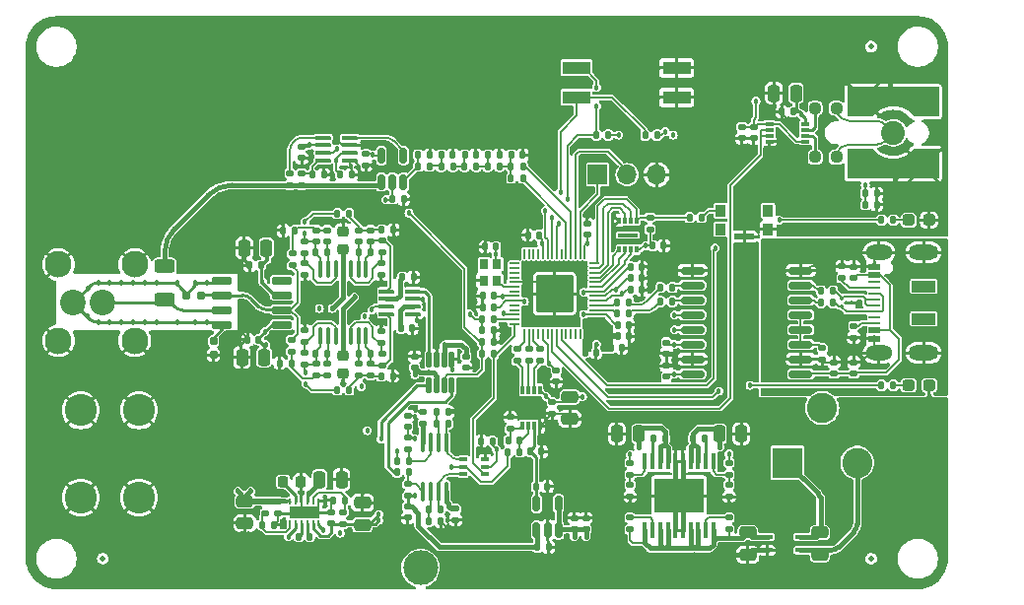
<source format=gtl>
G04 #@! TF.GenerationSoftware,KiCad,Pcbnew,8.0.4-8.0.4-0~ubuntu22.04.1*
G04 #@! TF.CreationDate,2024-08-15T16:32:52-07:00*
G04 #@! TF.ProjectId,harp_lick_detector_capactive,68617270-5f6c-4696-936b-5f6465746563,rev?*
G04 #@! TF.SameCoordinates,PX640a5a0PY7088980*
G04 #@! TF.FileFunction,Copper,L1,Top*
G04 #@! TF.FilePolarity,Positive*
%FSLAX46Y46*%
G04 Gerber Fmt 4.6, Leading zero omitted, Abs format (unit mm)*
G04 Created by KiCad (PCBNEW 8.0.4-8.0.4-0~ubuntu22.04.1) date 2024-08-15 16:32:52*
%MOMM*%
%LPD*%
G01*
G04 APERTURE LIST*
G04 Aperture macros list*
%AMRoundRect*
0 Rectangle with rounded corners*
0 $1 Rounding radius*
0 $2 $3 $4 $5 $6 $7 $8 $9 X,Y pos of 4 corners*
0 Add a 4 corners polygon primitive as box body*
4,1,4,$2,$3,$4,$5,$6,$7,$8,$9,$2,$3,0*
0 Add four circle primitives for the rounded corners*
1,1,$1+$1,$2,$3*
1,1,$1+$1,$4,$5*
1,1,$1+$1,$6,$7*
1,1,$1+$1,$8,$9*
0 Add four rect primitives between the rounded corners*
20,1,$1+$1,$2,$3,$4,$5,0*
20,1,$1+$1,$4,$5,$6,$7,0*
20,1,$1+$1,$6,$7,$8,$9,0*
20,1,$1+$1,$8,$9,$2,$3,0*%
%AMFreePoly0*
4,1,32,6.515355,1.015355,6.530000,0.980000,6.530000,-1.460000,6.515355,-1.495355,6.480000,-1.510000,4.370000,-1.510000,4.334645,-1.495355,4.331733,-1.492182,4.233311,-1.375152,4.010127,-1.166712,3.760982,-0.990846,3.490208,-0.850542,3.202845,-0.748414,2.904254,-0.686366,2.600000,-0.665554,2.295745,-0.686366,1.997154,-0.748414,1.709791,-0.850542,1.439017,-0.990846,1.189872,-1.166712,
0.966688,-1.375152,0.868267,-1.492182,0.834303,-1.509815,0.830000,-1.510000,-1.280000,-1.510000,-1.315355,-1.495355,-1.330000,-1.460000,-1.330000,0.980000,-1.315355,1.015355,-1.280000,1.030000,6.480000,1.030000,6.515355,1.015355,6.515355,1.015355,$1*%
G04 Aperture macros list end*
G04 #@! TA.AperFunction,SMDPad,CuDef*
%ADD10RoundRect,0.140000X-0.140000X-0.170000X0.140000X-0.170000X0.140000X0.170000X-0.140000X0.170000X0*%
G04 #@! TD*
G04 #@! TA.AperFunction,SMDPad,CuDef*
%ADD11RoundRect,0.140000X-0.170000X0.140000X-0.170000X-0.140000X0.170000X-0.140000X0.170000X0.140000X0*%
G04 #@! TD*
G04 #@! TA.AperFunction,SMDPad,CuDef*
%ADD12RoundRect,0.135000X0.185000X-0.135000X0.185000X0.135000X-0.185000X0.135000X-0.185000X-0.135000X0*%
G04 #@! TD*
G04 #@! TA.AperFunction,SMDPad,CuDef*
%ADD13RoundRect,0.135000X-0.135000X-0.185000X0.135000X-0.185000X0.135000X0.185000X-0.135000X0.185000X0*%
G04 #@! TD*
G04 #@! TA.AperFunction,SMDPad,CuDef*
%ADD14RoundRect,0.237500X0.287500X0.237500X-0.287500X0.237500X-0.287500X-0.237500X0.287500X-0.237500X0*%
G04 #@! TD*
G04 #@! TA.AperFunction,SMDPad,CuDef*
%ADD15RoundRect,0.135000X-0.185000X0.135000X-0.185000X-0.135000X0.185000X-0.135000X0.185000X0.135000X0*%
G04 #@! TD*
G04 #@! TA.AperFunction,SMDPad,CuDef*
%ADD16RoundRect,0.140000X0.140000X0.170000X-0.140000X0.170000X-0.140000X-0.170000X0.140000X-0.170000X0*%
G04 #@! TD*
G04 #@! TA.AperFunction,SMDPad,CuDef*
%ADD17RoundRect,0.135000X0.135000X0.185000X-0.135000X0.185000X-0.135000X-0.185000X0.135000X-0.185000X0*%
G04 #@! TD*
G04 #@! TA.AperFunction,ComponentPad*
%ADD18R,2.600000X2.600000*%
G04 #@! TD*
G04 #@! TA.AperFunction,ComponentPad*
%ADD19C,2.600000*%
G04 #@! TD*
G04 #@! TA.AperFunction,SMDPad,CuDef*
%ADD20RoundRect,0.140000X0.170000X-0.140000X0.170000X0.140000X-0.170000X0.140000X-0.170000X-0.140000X0*%
G04 #@! TD*
G04 #@! TA.AperFunction,SMDPad,CuDef*
%ADD21RoundRect,0.250000X-0.475000X0.250000X-0.475000X-0.250000X0.475000X-0.250000X0.475000X0.250000X0*%
G04 #@! TD*
G04 #@! TA.AperFunction,SMDPad,CuDef*
%ADD22RoundRect,0.160000X0.160000X-0.197500X0.160000X0.197500X-0.160000X0.197500X-0.160000X-0.197500X0*%
G04 #@! TD*
G04 #@! TA.AperFunction,ComponentPad*
%ADD23C,2.200000*%
G04 #@! TD*
G04 #@! TA.AperFunction,ComponentPad*
%ADD24C,2.300000*%
G04 #@! TD*
G04 #@! TA.AperFunction,SMDPad,CuDef*
%ADD25R,2.440000X1.120000*%
G04 #@! TD*
G04 #@! TA.AperFunction,SMDPad,CuDef*
%ADD26RoundRect,0.100000X-0.562500X-0.100000X0.562500X-0.100000X0.562500X0.100000X-0.562500X0.100000X0*%
G04 #@! TD*
G04 #@! TA.AperFunction,SMDPad,CuDef*
%ADD27RoundRect,0.075000X-0.075000X0.075000X-0.075000X-0.075000X0.075000X-0.075000X0.075000X0.075000X0*%
G04 #@! TD*
G04 #@! TA.AperFunction,SMDPad,CuDef*
%ADD28RoundRect,0.250000X-0.625000X0.312500X-0.625000X-0.312500X0.625000X-0.312500X0.625000X0.312500X0*%
G04 #@! TD*
G04 #@! TA.AperFunction,SMDPad,CuDef*
%ADD29RoundRect,0.062500X-0.062500X0.187500X-0.062500X-0.187500X0.062500X-0.187500X0.062500X0.187500X0*%
G04 #@! TD*
G04 #@! TA.AperFunction,ComponentPad*
%ADD30C,0.600000*%
G04 #@! TD*
G04 #@! TA.AperFunction,SMDPad,CuDef*
%ADD31R,2.650000X1.000000*%
G04 #@! TD*
G04 #@! TA.AperFunction,SMDPad,CuDef*
%ADD32RoundRect,0.250000X-0.250000X-0.475000X0.250000X-0.475000X0.250000X0.475000X-0.250000X0.475000X0*%
G04 #@! TD*
G04 #@! TA.AperFunction,SMDPad,CuDef*
%ADD33RoundRect,0.225000X0.250000X-0.225000X0.250000X0.225000X-0.250000X0.225000X-0.250000X-0.225000X0*%
G04 #@! TD*
G04 #@! TA.AperFunction,SMDPad,CuDef*
%ADD34RoundRect,0.150000X-0.725000X-0.150000X0.725000X-0.150000X0.725000X0.150000X-0.725000X0.150000X0*%
G04 #@! TD*
G04 #@! TA.AperFunction,SMDPad,CuDef*
%ADD35R,0.800000X0.300000*%
G04 #@! TD*
G04 #@! TA.AperFunction,SMDPad,CuDef*
%ADD36RoundRect,0.050000X-0.050000X0.387500X-0.050000X-0.387500X0.050000X-0.387500X0.050000X0.387500X0*%
G04 #@! TD*
G04 #@! TA.AperFunction,SMDPad,CuDef*
%ADD37RoundRect,0.050000X-0.387500X0.050000X-0.387500X-0.050000X0.387500X-0.050000X0.387500X0.050000X0*%
G04 #@! TD*
G04 #@! TA.AperFunction,HeatsinkPad*
%ADD38C,0.457200*%
G04 #@! TD*
G04 #@! TA.AperFunction,SMDPad,CuDef*
%ADD39RoundRect,0.144000X-1.456000X1.456000X-1.456000X-1.456000X1.456000X-1.456000X1.456000X1.456000X0*%
G04 #@! TD*
G04 #@! TA.AperFunction,SMDPad,CuDef*
%ADD40RoundRect,0.237500X-0.250000X-0.237500X0.250000X-0.237500X0.250000X0.237500X-0.250000X0.237500X0*%
G04 #@! TD*
G04 #@! TA.AperFunction,SMDPad,CuDef*
%ADD41R,2.000000X1.000000*%
G04 #@! TD*
G04 #@! TA.AperFunction,SMDPad,CuDef*
%ADD42R,1.000000X0.520000*%
G04 #@! TD*
G04 #@! TA.AperFunction,SMDPad,CuDef*
%ADD43R,1.000000X0.270000*%
G04 #@! TD*
G04 #@! TA.AperFunction,ComponentPad*
%ADD44O,2.300000X1.300000*%
G04 #@! TD*
G04 #@! TA.AperFunction,ComponentPad*
%ADD45O,2.600000X1.300000*%
G04 #@! TD*
G04 #@! TA.AperFunction,SMDPad,CuDef*
%ADD46RoundRect,0.250000X0.250000X0.475000X-0.250000X0.475000X-0.250000X-0.475000X0.250000X-0.475000X0*%
G04 #@! TD*
G04 #@! TA.AperFunction,SMDPad,CuDef*
%ADD47R,0.900000X1.000000*%
G04 #@! TD*
G04 #@! TA.AperFunction,SMDPad,CuDef*
%ADD48R,1.700000X0.550000*%
G04 #@! TD*
G04 #@! TA.AperFunction,SMDPad,CuDef*
%ADD49R,0.800000X0.900000*%
G04 #@! TD*
G04 #@! TA.AperFunction,SMDPad,CuDef*
%ADD50RoundRect,0.147500X-0.172500X0.147500X-0.172500X-0.147500X0.172500X-0.147500X0.172500X0.147500X0*%
G04 #@! TD*
G04 #@! TA.AperFunction,SMDPad,CuDef*
%ADD51C,0.500000*%
G04 #@! TD*
G04 #@! TA.AperFunction,SMDPad,CuDef*
%ADD52RoundRect,0.100000X-0.100000X0.712500X-0.100000X-0.712500X0.100000X-0.712500X0.100000X0.712500X0*%
G04 #@! TD*
G04 #@! TA.AperFunction,SMDPad,CuDef*
%ADD53RoundRect,0.150000X0.875000X0.150000X-0.875000X0.150000X-0.875000X-0.150000X0.875000X-0.150000X0*%
G04 #@! TD*
G04 #@! TA.AperFunction,SMDPad,CuDef*
%ADD54R,0.300000X0.800000*%
G04 #@! TD*
G04 #@! TA.AperFunction,SMDPad,CuDef*
%ADD55C,2.050000*%
G04 #@! TD*
G04 #@! TA.AperFunction,SMDPad,CuDef*
%ADD56FreePoly0,180.000000*%
G04 #@! TD*
G04 #@! TA.AperFunction,SMDPad,CuDef*
%ADD57FreePoly0,0.000000*%
G04 #@! TD*
G04 #@! TA.AperFunction,SMDPad,CuDef*
%ADD58RoundRect,0.125000X0.125000X-0.537500X0.125000X0.537500X-0.125000X0.537500X-0.125000X-0.537500X0*%
G04 #@! TD*
G04 #@! TA.AperFunction,SMDPad,CuDef*
%ADD59RoundRect,0.100000X0.100000X-0.637500X0.100000X0.637500X-0.100000X0.637500X-0.100000X-0.637500X0*%
G04 #@! TD*
G04 #@! TA.AperFunction,SMDPad,CuDef*
%ADD60RoundRect,0.100000X0.225000X0.100000X-0.225000X0.100000X-0.225000X-0.100000X0.225000X-0.100000X0*%
G04 #@! TD*
G04 #@! TA.AperFunction,SMDPad,CuDef*
%ADD61RoundRect,0.147500X0.147500X0.172500X-0.147500X0.172500X-0.147500X-0.172500X0.147500X-0.172500X0*%
G04 #@! TD*
G04 #@! TA.AperFunction,SMDPad,CuDef*
%ADD62R,0.450000X1.450000*%
G04 #@! TD*
G04 #@! TA.AperFunction,SMDPad,CuDef*
%ADD63R,4.200000X3.000000*%
G04 #@! TD*
G04 #@! TA.AperFunction,SMDPad,CuDef*
%ADD64RoundRect,0.160000X-0.197500X-0.160000X0.197500X-0.160000X0.197500X0.160000X-0.197500X0.160000X0*%
G04 #@! TD*
G04 #@! TA.AperFunction,ComponentPad*
%ADD65C,2.750000*%
G04 #@! TD*
G04 #@! TA.AperFunction,SMDPad,CuDef*
%ADD66RoundRect,0.225000X-0.225000X-0.250000X0.225000X-0.250000X0.225000X0.250000X-0.225000X0.250000X0*%
G04 #@! TD*
G04 #@! TA.AperFunction,SMDPad,CuDef*
%ADD67RoundRect,0.150000X0.150000X-0.512500X0.150000X0.512500X-0.150000X0.512500X-0.150000X-0.512500X0*%
G04 #@! TD*
G04 #@! TA.AperFunction,ComponentPad*
%ADD68R,1.700000X1.700000*%
G04 #@! TD*
G04 #@! TA.AperFunction,ComponentPad*
%ADD69O,1.700000X1.700000*%
G04 #@! TD*
G04 #@! TA.AperFunction,SMDPad,CuDef*
%ADD70R,0.300000X0.600000*%
G04 #@! TD*
G04 #@! TA.AperFunction,SMDPad,CuDef*
%ADD71R,1.700000X0.300000*%
G04 #@! TD*
G04 #@! TA.AperFunction,SMDPad,CuDef*
%ADD72RoundRect,0.100000X0.350000X0.100000X-0.350000X0.100000X-0.350000X-0.100000X0.350000X-0.100000X0*%
G04 #@! TD*
G04 #@! TA.AperFunction,SMDPad,CuDef*
%ADD73RoundRect,0.250000X0.475000X-0.250000X0.475000X0.250000X-0.475000X0.250000X-0.475000X-0.250000X0*%
G04 #@! TD*
G04 #@! TA.AperFunction,ComponentPad*
%ADD74C,3.000000*%
G04 #@! TD*
G04 #@! TA.AperFunction,ViaPad*
%ADD75C,0.457200*%
G04 #@! TD*
G04 #@! TA.AperFunction,Conductor*
%ADD76C,0.152400*%
G04 #@! TD*
G04 #@! TA.AperFunction,Conductor*
%ADD77C,0.250000*%
G04 #@! TD*
G04 #@! TA.AperFunction,Conductor*
%ADD78C,0.400000*%
G04 #@! TD*
G04 #@! TA.AperFunction,Conductor*
%ADD79C,0.200000*%
G04 #@! TD*
G04 #@! TA.AperFunction,Conductor*
%ADD80C,0.254000*%
G04 #@! TD*
G04 #@! TA.AperFunction,Conductor*
%ADD81C,0.500000*%
G04 #@! TD*
G04 APERTURE END LIST*
D10*
G04 #@! TO.P,C6,1*
G04 #@! TO.N,GND*
X39620000Y24600000D03*
G04 #@! TO.P,C6,2*
G04 #@! TO.N,+1V1*
X40580000Y24600000D03*
G04 #@! TD*
D11*
G04 #@! TO.P,C30,1*
G04 #@! TO.N,Net-(C30-Pad1)*
X25300000Y31230000D03*
G04 #@! TO.P,C30,2*
G04 #@! TO.N,Net-(C30-Pad2)*
X25300000Y30270000D03*
G04 #@! TD*
D12*
G04 #@! TO.P,R28,1*
G04 #@! TO.N,Net-(U13-SDO)*
X43600000Y19990000D03*
G04 #@! TO.P,R28,2*
G04 #@! TO.N,/Harp Core RP2040 + Isolated USB/PIO_POCI*
X43600000Y21010000D03*
G04 #@! TD*
D13*
G04 #@! TO.P,R24,1*
G04 #@! TO.N,GND*
X22190000Y19800000D03*
G04 #@! TO.P,R24,2*
G04 #@! TO.N,Net-(C33-Pad1)*
X23210000Y19800000D03*
G04 #@! TD*
D14*
G04 #@! TO.P,D1,1,K*
G04 #@! TO.N,GND*
X77975000Y17900000D03*
G04 #@! TO.P,D1,2,A*
G04 #@! TO.N,Net-(D1-A)*
X76225000Y17900000D03*
G04 #@! TD*
D15*
G04 #@! TO.P,R56,1*
G04 #@! TO.N,Net-(R56-Pad1)*
X23070866Y36110000D03*
G04 #@! TO.P,R56,2*
G04 #@! TO.N,/100KHz Sine Wave/VSINE*
X23070866Y35090000D03*
G04 #@! TD*
D16*
G04 #@! TO.P,C21,1*
G04 #@! TO.N,-2V5*
X20380000Y21800000D03*
G04 #@! TO.P,C21,2*
G04 #@! TO.N,GND*
X19420000Y21800000D03*
G04 #@! TD*
G04 #@! TO.P,C19,1*
G04 #@! TO.N,GND*
X49380000Y20700000D03*
G04 #@! TO.P,C19,2*
G04 #@! TO.N,+3.3V*
X48420000Y20700000D03*
G04 #@! TD*
D12*
G04 #@! TO.P,R40,1*
G04 #@! TO.N,GND*
X60800000Y8327500D03*
G04 #@! TO.P,R40,2*
G04 #@! TO.N,Net-(U12-ADJ1)*
X60800000Y9347500D03*
G04 #@! TD*
D17*
G04 #@! TO.P,R52,1*
G04 #@! TO.N,GND*
X36010000Y6200000D03*
G04 #@! TO.P,R52,2*
G04 #@! TO.N,Net-(U10B--)*
X34990000Y6200000D03*
G04 #@! TD*
D11*
G04 #@! TO.P,C75,1*
G04 #@! TO.N,-2V5*
X38200000Y20380000D03*
G04 #@! TO.P,C75,2*
G04 #@! TO.N,GND*
X38200000Y19420000D03*
G04 #@! TD*
D12*
G04 #@! TO.P,R44,1*
G04 #@! TO.N,Net-(U13-~{CS})*
X42600000Y19990000D03*
G04 #@! TO.P,R44,2*
G04 #@! TO.N,/Harp Core RP2040 + Isolated USB/PIO_CS*
X42600000Y21010000D03*
G04 #@! TD*
D16*
G04 #@! TO.P,C71,1*
G04 #@! TO.N,GND*
X28350866Y36000000D03*
G04 #@! TO.P,C71,2*
G04 #@! TO.N,-2V5*
X27390866Y36000000D03*
G04 #@! TD*
D10*
G04 #@! TO.P,C9,1*
G04 #@! TO.N,+1V1*
X51220000Y23100000D03*
G04 #@! TO.P,C9,2*
G04 #@! TO.N,GND*
X52180000Y23100000D03*
G04 #@! TD*
D15*
G04 #@! TO.P,R73,1*
G04 #@! TO.N,GND*
X30900000Y22520000D03*
G04 #@! TO.P,R73,2*
G04 #@! TO.N,Net-(U6B-+)*
X30900000Y21500000D03*
G04 #@! TD*
D13*
G04 #@! TO.P,R58,1*
G04 #@! TO.N,/Harp Core RP2040 + Isolated USB/GAIN_SEL_DIP*
X53590000Y39400000D03*
G04 #@! TO.P,R58,2*
G04 #@! TO.N,+3.3V*
X54610000Y39400000D03*
G04 #@! TD*
D12*
G04 #@! TO.P,R67,1*
G04 #@! TO.N,Net-(U6C-+)*
X31000000Y29290000D03*
G04 #@! TO.P,R67,2*
G04 #@! TO.N,Net-(C68-Pad2)*
X31000000Y30310000D03*
G04 #@! TD*
D13*
G04 #@! TO.P,R62,1*
G04 #@! TO.N,Net-(U10B--)*
X34990000Y7200000D03*
G04 #@! TO.P,R62,2*
G04 #@! TO.N,Net-(R62-Pad2)*
X36010000Y7200000D03*
G04 #@! TD*
D18*
G04 #@! TO.P,J6,1*
G04 #@! TO.N,+12V*
X65800000Y11250000D03*
D19*
G04 #@! TO.P,J6,2*
G04 #@! TO.N,GND2*
X71800000Y11250000D03*
G04 #@! TO.P,J6,3*
G04 #@! TO.N,unconnected-(J6-Pad3)*
X68800000Y15950000D03*
G04 #@! TD*
D20*
G04 #@! TO.P,C61,1*
G04 #@! TO.N,GND*
X29600000Y36820000D03*
G04 #@! TO.P,C61,2*
G04 #@! TO.N,+2V5*
X29600000Y37780000D03*
G04 #@! TD*
G04 #@! TO.P,C27,1*
G04 #@! TO.N,+5V*
X48500000Y5520000D03*
G04 #@! TO.P,C27,2*
G04 #@! TO.N,GND*
X48500000Y6480000D03*
G04 #@! TD*
D13*
G04 #@! TO.P,R66,1*
G04 #@! TO.N,Net-(U6C--)*
X28990000Y29350000D03*
G04 #@! TO.P,R66,2*
G04 #@! TO.N,Net-(C68-Pad2)*
X30010000Y29350000D03*
G04 #@! TD*
D11*
G04 #@! TO.P,C38,1*
G04 #@! TO.N,GND*
X33200000Y15280000D03*
G04 #@! TO.P,C38,2*
G04 #@! TO.N,VREF_1V25*
X33200000Y14320000D03*
G04 #@! TD*
D21*
G04 #@! TO.P,C45,1*
G04 #@! TO.N,IN1*
X62400000Y5250000D03*
G04 #@! TO.P,C45,2*
G04 #@! TO.N,GND*
X62400000Y3350000D03*
G04 #@! TD*
D22*
G04 #@! TO.P,R59,1*
G04 #@! TO.N,GND*
X16500000Y20502500D03*
G04 #@! TO.P,R59,2*
G04 #@! TO.N,/Lick Detection Analog Front End/triax_inner_shield*
X16500000Y21697500D03*
G04 #@! TD*
D20*
G04 #@! TO.P,C66,1*
G04 #@! TO.N,+2V5*
X33800000Y19420000D03*
G04 #@! TO.P,C66,2*
G04 #@! TO.N,GND*
X33800000Y20380000D03*
G04 #@! TD*
D17*
G04 #@! TO.P,R26,1*
G04 #@! TO.N,Net-(U6A--)*
X26310000Y20650000D03*
G04 #@! TO.P,R26,2*
G04 #@! TO.N,Net-(C33-Pad2)*
X25290000Y20650000D03*
G04 #@! TD*
D13*
G04 #@! TO.P,R75,1*
G04 #@! TO.N,GAIN_SEL_2V5*
X39590000Y20600000D03*
G04 #@! TO.P,R75,2*
G04 #@! TO.N,GAIN_SEL*
X40610000Y20600000D03*
G04 #@! TD*
G04 #@! TO.P,R60,1*
G04 #@! TO.N,FREQ_SEL_2V5*
X39590000Y22600000D03*
G04 #@! TO.P,R60,2*
G04 #@! TO.N,GND*
X40610000Y22600000D03*
G04 #@! TD*
D15*
G04 #@! TO.P,R38,1*
G04 #@! TO.N,+5V*
X60800000Y11247500D03*
G04 #@! TO.P,R38,2*
G04 #@! TO.N,Net-(U12-ADJ1)*
X60800000Y10227500D03*
G04 #@! TD*
D23*
G04 #@! TO.P,J3,1,In*
G04 #@! TO.N,/Lick Detection Analog Front End/triax_core*
X7000000Y25000000D03*
G04 #@! TO.P,J3,2,Guard*
G04 #@! TO.N,/Lick Detection Analog Front End/triax_inner_shield*
X4460000Y25000000D03*
D24*
G04 #@! TO.P,J3,3,Shield*
G04 #@! TO.N,GND*
X3190000Y21723400D03*
X9743200Y21723400D03*
X3190000Y28276600D03*
X9743200Y28276600D03*
G04 #@! TD*
D25*
G04 #@! TO.P,SW2,1*
G04 #@! TO.N,/Harp Core RP2040 + Isolated USB/FREQ_SEL_DIP*
X47695000Y45170000D03*
G04 #@! TO.P,SW2,2*
G04 #@! TO.N,/Harp Core RP2040 + Isolated USB/GAIN_SEL_DIP*
X47695000Y42630000D03*
G04 #@! TO.P,SW2,3*
G04 #@! TO.N,GND*
X56305000Y42630000D03*
G04 #@! TO.P,SW2,4*
X56305000Y45170000D03*
G04 #@! TD*
D10*
G04 #@! TO.P,C13,1*
G04 #@! TO.N,GND*
X43520000Y30800000D03*
G04 #@! TO.P,C13,2*
G04 #@! TO.N,+3.3V*
X44480000Y30800000D03*
G04 #@! TD*
D13*
G04 #@! TO.P,R11,1*
G04 #@! TO.N,Net-(U4-USB_DM)*
X51190000Y24100000D03*
G04 #@! TO.P,R11,2*
G04 #@! TO.N,/Harp Core RP2040 + Isolated USB/DD-*
X52210000Y24100000D03*
G04 #@! TD*
D10*
G04 #@! TO.P,C60,1*
G04 #@! TO.N,GND*
X39520000Y13100000D03*
G04 #@! TO.P,C60,2*
G04 #@! TO.N,+3.3V*
X40480000Y13100000D03*
G04 #@! TD*
G04 #@! TO.P,C8,1*
G04 #@! TO.N,+3.3V*
X72520000Y33400000D03*
G04 #@! TO.P,C8,2*
G04 #@! TO.N,GND*
X73480000Y33400000D03*
G04 #@! TD*
D26*
G04 #@! TO.P,U14,1*
G04 #@! TO.N,Net-(C68-Pad2)*
X31362500Y25975000D03*
G04 #@! TO.P,U14,2,V+*
G04 #@! TO.N,+2V5*
X31362500Y25325000D03*
G04 #@! TO.P,U14,3*
G04 #@! TO.N,FREQ_SEL_2V5*
X31362500Y24675000D03*
G04 #@! TO.P,U14,4*
G04 #@! TO.N,Net-(C73-Pad2)*
X31362500Y24025000D03*
G04 #@! TO.P,U14,5,GND*
G04 #@! TO.N,GND*
X33637500Y24025000D03*
G04 #@! TO.P,U14,6,V-*
G04 #@! TO.N,-2V5*
X33637500Y24675000D03*
G04 #@! TO.P,U14,7,~{EN}*
G04 #@! TO.N,GND*
X33637500Y25325000D03*
G04 #@! TO.P,U14,8*
G04 #@! TO.N,Net-(U14-Pad8)*
X33637500Y25975000D03*
G04 #@! TD*
D20*
G04 #@! TO.P,C64,1*
G04 #@! TO.N,GND*
X37300000Y6320000D03*
G04 #@! TO.P,C64,2*
G04 #@! TO.N,+2V5*
X37300000Y7280000D03*
G04 #@! TD*
D27*
G04 #@! TO.P,U2,1,D+*
G04 #@! TO.N,/Harp Core RP2040 + Isolated USB/D+*
X70475000Y25350000D03*
G04 #@! TO.P,U2,2,D-*
G04 #@! TO.N,/Harp Core RP2040 + Isolated USB/D-*
X70475000Y24650000D03*
G04 #@! TO.P,U2,3,GND*
G04 #@! TO.N,GND1*
X71325000Y25000000D03*
G04 #@! TD*
D16*
G04 #@! TO.P,C41,1*
G04 #@! TO.N,Net-(U11-C+)*
X24780000Y4900000D03*
G04 #@! TO.P,C41,2*
G04 #@! TO.N,Net-(U11-C-)*
X23820000Y4900000D03*
G04 #@! TD*
D12*
G04 #@! TO.P,R29,1*
G04 #@! TO.N,Net-(U13-SCLK)*
X44600000Y19990000D03*
G04 #@! TO.P,R29,2*
G04 #@! TO.N,/Harp Core RP2040 + Isolated USB/PIO_SCK*
X44600000Y21010000D03*
G04 #@! TD*
D15*
G04 #@! TO.P,R39,1*
G04 #@! TO.N,+3.3V*
X52300000Y11247500D03*
G04 #@! TO.P,R39,2*
G04 #@! TO.N,Net-(U12-ADJ2)*
X52300000Y10227500D03*
G04 #@! TD*
D28*
G04 #@! TO.P,R14,1*
G04 #@! TO.N,/100KHz Sine Wave/VSINE*
X12300000Y28150000D03*
G04 #@! TO.P,R14,2*
G04 #@! TO.N,/Lick Detection Analog Front End/triax_core*
X12300000Y25225000D03*
G04 #@! TD*
D16*
G04 #@! TO.P,C28,1*
G04 #@! TO.N,GND*
X45180000Y9200000D03*
G04 #@! TO.P,C28,2*
G04 #@! TO.N,VREF_2V5*
X44220000Y9200000D03*
G04 #@! TD*
D20*
G04 #@! TO.P,C56,1*
G04 #@! TO.N,VBUS*
X71500000Y18920000D03*
G04 #@! TO.P,C56,2*
G04 #@! TO.N,GND1*
X71500000Y19880000D03*
G04 #@! TD*
D17*
G04 #@! TO.P,R69,1*
G04 #@! TO.N,Net-(C73-Pad1)*
X28160000Y17500000D03*
G04 #@! TO.P,R69,2*
G04 #@! TO.N,Net-(C33-Pad2)*
X27140000Y17500000D03*
G04 #@! TD*
D29*
G04 #@! TO.P,U11,1,PGOOD*
G04 #@! TO.N,GND*
X25550000Y7950000D03*
G04 #@! TO.P,U11,2,FB+*
G04 #@! TO.N,Net-(U11-FB+)*
X25050000Y7950000D03*
G04 #@! TO.P,U11,3,VIN*
G04 #@! TO.N,+5V*
X24550000Y7950000D03*
G04 #@! TO.P,U11,4,GND*
G04 #@! TO.N,GND*
X24050000Y7950000D03*
G04 #@! TO.P,U11,5,CP*
G04 #@! TO.N,Net-(U11-CP)*
X23550000Y7950000D03*
G04 #@! TO.P,U11,6,OUT-*
G04 #@! TO.N,-2V5*
X23050000Y7950000D03*
G04 #@! TO.P,U11,7,FB-*
G04 #@! TO.N,Net-(U11-FB-)*
X23050000Y6050000D03*
G04 #@! TO.P,U11,8,EN-*
G04 #@! TO.N,+5V*
X23550000Y6050000D03*
G04 #@! TO.P,U11,9,C-*
G04 #@! TO.N,Net-(U11-C-)*
X24050000Y6050000D03*
G04 #@! TO.P,U11,10,C+*
G04 #@! TO.N,Net-(U11-C+)*
X24550000Y6050000D03*
G04 #@! TO.P,U11,11,OUT+*
G04 #@! TO.N,+2V5*
X25050000Y6050000D03*
G04 #@! TO.P,U11,12,EN+*
G04 #@! TO.N,+5V*
X25550000Y6050000D03*
D30*
G04 #@! TO.P,U11,13,PAD*
G04 #@! TO.N,GND*
X25300000Y7000000D03*
X24300000Y7000000D03*
D31*
X24300000Y7000000D03*
D30*
X23300000Y7000000D03*
G04 #@! TD*
D32*
G04 #@! TO.P,C22,1*
G04 #@! TO.N,GND*
X19150000Y29700000D03*
G04 #@! TO.P,C22,2*
G04 #@! TO.N,+2V5*
X21050000Y29700000D03*
G04 #@! TD*
G04 #@! TO.P,C40,1*
G04 #@! TO.N,+5V*
X25600000Y9800000D03*
G04 #@! TO.P,C40,2*
G04 #@! TO.N,GND*
X27500000Y9800000D03*
G04 #@! TD*
D20*
G04 #@! TO.P,C54,1*
G04 #@! TO.N,GND*
X62900000Y39120000D03*
G04 #@! TO.P,C54,2*
G04 #@! TO.N,+3.3V*
X62900000Y40080000D03*
G04 #@! TD*
D12*
G04 #@! TO.P,R3,1*
G04 #@! TO.N,Net-(J5-CC2)*
X70500000Y27090000D03*
G04 #@! TO.P,R3,2*
G04 #@! TO.N,GND1*
X70500000Y28110000D03*
G04 #@! TD*
D33*
G04 #@! TO.P,C24,1*
G04 #@! TO.N,GND*
X27650000Y18875000D03*
G04 #@! TO.P,C24,2*
G04 #@! TO.N,+2V5*
X27650000Y20425000D03*
G04 #@! TD*
D13*
G04 #@! TO.P,R54,1*
G04 #@! TO.N,Net-(R54-Pad1)*
X24960866Y36000000D03*
G04 #@! TO.P,R54,2*
G04 #@! TO.N,GND*
X25980866Y36000000D03*
G04 #@! TD*
D34*
G04 #@! TO.P,U7,1,NC*
G04 #@! TO.N,/Lick Detection Analog Front End/triax_inner_shield*
X17225000Y26905000D03*
G04 #@! TO.P,U7,2,-*
G04 #@! TO.N,Net-(U7--)*
X17225000Y25635000D03*
G04 #@! TO.P,U7,3,+*
G04 #@! TO.N,/Lick Detection Analog Front End/triax_core*
X17225000Y24365000D03*
G04 #@! TO.P,U7,4,NC*
G04 #@! TO.N,/Lick Detection Analog Front End/triax_inner_shield*
X17225000Y23095000D03*
G04 #@! TO.P,U7,5,V-*
G04 #@! TO.N,-2V5*
X22375000Y23095000D03*
G04 #@! TO.P,U7,6*
G04 #@! TO.N,Net-(U7--)*
X22375000Y24365000D03*
G04 #@! TO.P,U7,7,V+*
G04 #@! TO.N,+2V5*
X22375000Y25635000D03*
G04 #@! TO.P,U7,8,~{SHDN}*
G04 #@! TO.N,unconnected-(U7-~{SHDN}-Pad8)*
X22375000Y26905000D03*
G04 #@! TD*
D35*
G04 #@! TO.P,U1,1,VCCA*
G04 #@! TO.N,+3.3V*
X64250000Y40350000D03*
G04 #@! TO.P,U1,2,1A*
G04 #@! TO.N,/Harp Core RP2040 + Isolated USB/TTL_OUT*
X64250000Y39850000D03*
G04 #@! TO.P,U1,3,2A*
X64250000Y39350000D03*
G04 #@! TO.P,U1,4,GND*
G04 #@! TO.N,GND*
X64250000Y38850000D03*
G04 #@! TO.P,U1,5,DIR*
G04 #@! TO.N,+3.3V*
X67350000Y38850000D03*
G04 #@! TO.P,U1,6,2B*
G04 #@! TO.N,Net-(U1-2B)*
X67350000Y39350000D03*
G04 #@! TO.P,U1,7,1B*
G04 #@! TO.N,Net-(U1-1B)*
X67350000Y39850000D03*
G04 #@! TO.P,U1,8,VCCB*
G04 #@! TO.N,+5V*
X67350000Y40350000D03*
G04 #@! TD*
D12*
G04 #@! TO.P,R47,1*
G04 #@! TO.N,Net-(U6A-+)*
X24350000Y21590000D03*
G04 #@! TO.P,R47,2*
G04 #@! TO.N,GND*
X24350000Y22610000D03*
G04 #@! TD*
G04 #@! TO.P,R46,1*
G04 #@! TO.N,GND*
X24350000Y27390000D03*
G04 #@! TO.P,R46,2*
G04 #@! TO.N,Net-(U6D-+)*
X24350000Y28410000D03*
G04 #@! TD*
D13*
G04 #@! TO.P,R57,1*
G04 #@! TO.N,/Harp Core RP2040 + Isolated USB/FREQ_SEL_DIP*
X49390000Y39400000D03*
G04 #@! TO.P,R57,2*
G04 #@! TO.N,+3.3V*
X50410000Y39400000D03*
G04 #@! TD*
D36*
G04 #@! TO.P,U4,1,IOVDD*
G04 #@! TO.N,+3.3V*
X48400000Y29200000D03*
G04 #@! TO.P,U4,2,GPIO0*
G04 #@! TO.N,/Harp Core RP2040 + Isolated USB/UART0_TXD*
X48000000Y29200000D03*
G04 #@! TO.P,U4,3,GPIO1*
G04 #@! TO.N,/Harp Core RP2040 + Isolated USB/UART0_RXD*
X47600000Y29200000D03*
G04 #@! TO.P,U4,4,GPIO2*
G04 #@! TO.N,/100KHz Sine Wave/100KHZ_IN*
X47200000Y29200000D03*
G04 #@! TO.P,U4,5,GPIO3*
G04 #@! TO.N,/100KHz Sine Wave/125KHZ_IN*
X46800000Y29200000D03*
G04 #@! TO.P,U4,6,GPIO4*
G04 #@! TO.N,unconnected-(U4-GPIO4-Pad6)*
X46400000Y29200000D03*
G04 #@! TO.P,U4,7,GPIO5*
G04 #@! TO.N,/Harp Core RP2040 + Isolated USB/HARP_CLK_SYNC*
X46000000Y29200000D03*
G04 #@! TO.P,U4,8,GPIO6*
G04 #@! TO.N,/Harp Core RP2040 + Isolated USB/FREQ_SEL_DIP*
X45600000Y29200000D03*
G04 #@! TO.P,U4,9,GPIO7*
G04 #@! TO.N,/Harp Core RP2040 + Isolated USB/GAIN_SEL_DIP*
X45200000Y29200000D03*
G04 #@! TO.P,U4,10,IOVDD*
G04 #@! TO.N,+3.3V*
X44800000Y29200000D03*
G04 #@! TO.P,U4,11,GPIO8*
G04 #@! TO.N,unconnected-(U4-GPIO8-Pad11)*
X44400000Y29200000D03*
G04 #@! TO.P,U4,12,GPIO9*
G04 #@! TO.N,unconnected-(U4-GPIO9-Pad12)*
X44000000Y29200000D03*
G04 #@! TO.P,U4,13,GPIO10*
G04 #@! TO.N,unconnected-(U4-GPIO10-Pad13)*
X43600000Y29200000D03*
G04 #@! TO.P,U4,14,GPIO11*
G04 #@! TO.N,unconnected-(U4-GPIO11-Pad14)*
X43200000Y29200000D03*
D37*
G04 #@! TO.P,U4,15,GPIO12*
G04 #@! TO.N,unconnected-(U4-GPIO12-Pad15)*
X42362500Y28362500D03*
G04 #@! TO.P,U4,16,GPIO13*
G04 #@! TO.N,unconnected-(U4-GPIO13-Pad16)*
X42362500Y27962500D03*
G04 #@! TO.P,U4,17,GPIO14*
G04 #@! TO.N,unconnected-(U4-GPIO14-Pad17)*
X42362500Y27562500D03*
G04 #@! TO.P,U4,18,GPIO15*
G04 #@! TO.N,unconnected-(U4-GPIO15-Pad18)*
X42362500Y27162500D03*
G04 #@! TO.P,U4,19,TESTEN*
G04 #@! TO.N,GND*
X42362500Y26762500D03*
G04 #@! TO.P,U4,20,XIN*
G04 #@! TO.N,Net-(U4-XIN)*
X42362500Y26362500D03*
G04 #@! TO.P,U4,21,XOUT*
G04 #@! TO.N,unconnected-(U4-XOUT-Pad21)*
X42362500Y25962500D03*
G04 #@! TO.P,U4,22,IOVDD*
G04 #@! TO.N,+3.3V*
X42362500Y25562500D03*
G04 #@! TO.P,U4,23,DVDD*
G04 #@! TO.N,+1V1*
X42362500Y25162500D03*
G04 #@! TO.P,U4,24,SWCLK*
G04 #@! TO.N,unconnected-(U4-SWCLK-Pad24)*
X42362500Y24762500D03*
G04 #@! TO.P,U4,25,SWD*
G04 #@! TO.N,unconnected-(U4-SWD-Pad25)*
X42362500Y24362500D03*
G04 #@! TO.P,U4,26,RUN*
G04 #@! TO.N,+3.3V*
X42362500Y23962500D03*
G04 #@! TO.P,U4,27,GPIO16*
G04 #@! TO.N,FREQ_SEL*
X42362500Y23562500D03*
G04 #@! TO.P,U4,28,GPIO17*
G04 #@! TO.N,GAIN_SEL*
X42362500Y23162500D03*
D36*
G04 #@! TO.P,U4,29,GPIO18*
G04 #@! TO.N,/Harp Core RP2040 + Isolated USB/PIO_CS*
X43200000Y22325000D03*
G04 #@! TO.P,U4,30,GPIO19*
G04 #@! TO.N,/Harp Core RP2040 + Isolated USB/PIO_POCI*
X43600000Y22325000D03*
G04 #@! TO.P,U4,31,GPIO20*
G04 #@! TO.N,/Harp Core RP2040 + Isolated USB/PIO_SCK*
X44000000Y22325000D03*
G04 #@! TO.P,U4,32,GPIO21*
G04 #@! TO.N,unconnected-(U4-GPIO21-Pad32)*
X44400000Y22325000D03*
G04 #@! TO.P,U4,33,IOVDD*
G04 #@! TO.N,+3.3V*
X44800000Y22325000D03*
G04 #@! TO.P,U4,34,GPIO22*
G04 #@! TO.N,unconnected-(U4-GPIO22-Pad34)*
X45200000Y22325000D03*
G04 #@! TO.P,U4,35,GPIO23*
G04 #@! TO.N,/Harp Core RP2040 + Isolated USB/TTL_OUT*
X45600000Y22325000D03*
G04 #@! TO.P,U4,36,GPIO24*
G04 #@! TO.N,Net-(U4-GPIO24)*
X46000000Y22325000D03*
G04 #@! TO.P,U4,37,GPIO25*
G04 #@! TO.N,Net-(U4-GPIO25)*
X46400000Y22325000D03*
G04 #@! TO.P,U4,38,GPIO26_ADC0*
G04 #@! TO.N,unconnected-(U4-GPIO26_ADC0-Pad38)*
X46800000Y22325000D03*
G04 #@! TO.P,U4,39,GPIO27_ADC1*
G04 #@! TO.N,unconnected-(U4-GPIO27_ADC1-Pad39)*
X47200000Y22325000D03*
G04 #@! TO.P,U4,40,GPIO28_ADC2*
G04 #@! TO.N,unconnected-(U4-GPIO28_ADC2-Pad40)*
X47600000Y22325000D03*
G04 #@! TO.P,U4,41,GPIO29_ADC3*
G04 #@! TO.N,unconnected-(U4-GPIO29_ADC3-Pad41)*
X48000000Y22325000D03*
G04 #@! TO.P,U4,42,IOVDD*
G04 #@! TO.N,+3.3V*
X48400000Y22325000D03*
D37*
G04 #@! TO.P,U4,43,ADC_AVDD*
X49237500Y23162500D03*
G04 #@! TO.P,U4,44,VREG_IN*
X49237500Y23562500D03*
G04 #@! TO.P,U4,45,VREG_VOUT*
G04 #@! TO.N,+1V1*
X49237500Y23962500D03*
G04 #@! TO.P,U4,46,USB_DM*
G04 #@! TO.N,Net-(U4-USB_DM)*
X49237500Y24362500D03*
G04 #@! TO.P,U4,47,USB_DP*
G04 #@! TO.N,Net-(U4-USB_DP)*
X49237500Y24762500D03*
G04 #@! TO.P,U4,48,USB_VDD*
G04 #@! TO.N,+3.3V*
X49237500Y25162500D03*
G04 #@! TO.P,U4,49,IOVDD*
X49237500Y25562500D03*
G04 #@! TO.P,U4,50,DVDD*
G04 #@! TO.N,+1V1*
X49237500Y25962500D03*
G04 #@! TO.P,U4,51,QSPI_SD3*
G04 #@! TO.N,/Harp Core RP2040 + Isolated USB/QSPI_D3*
X49237500Y26362500D03*
G04 #@! TO.P,U4,52,QSPI_SCLK*
G04 #@! TO.N,/Harp Core RP2040 + Isolated USB/QSPI_CLK*
X49237500Y26762500D03*
G04 #@! TO.P,U4,53,QSPI_SD0*
G04 #@! TO.N,/Harp Core RP2040 + Isolated USB/QSPI_D0*
X49237500Y27162500D03*
G04 #@! TO.P,U4,54,QSPI_SD2*
G04 #@! TO.N,/Harp Core RP2040 + Isolated USB/QSPI_D2*
X49237500Y27562500D03*
G04 #@! TO.P,U4,55,QSPI_SD1*
G04 #@! TO.N,/Harp Core RP2040 + Isolated USB/QSPI_D1*
X49237500Y27962500D03*
G04 #@! TO.P,U4,56,QSPI_SS*
G04 #@! TO.N,/Harp Core RP2040 + Isolated USB/QSPI_CS*
X49237500Y28362500D03*
D38*
G04 #@! TO.P,U4,57,GND*
G04 #@! TO.N,GND*
X47075000Y27037500D03*
X45800000Y27037500D03*
X44525000Y27037500D03*
X47075000Y25762500D03*
X45800000Y25762500D03*
D39*
X45800000Y25762500D03*
D38*
X44525000Y25762500D03*
X47075000Y24487500D03*
X45800000Y24487500D03*
X44525000Y24487500D03*
G04 #@! TD*
D20*
G04 #@! TO.P,C3,1*
G04 #@! TO.N,GND*
X55400000Y20620000D03*
G04 #@! TO.P,C3,2*
G04 #@! TO.N,+3.3V*
X55400000Y21580000D03*
G04 #@! TD*
D40*
G04 #@! TO.P,R30,1*
G04 #@! TO.N,Net-(U1-1B)*
X68187500Y41700000D03*
G04 #@! TO.P,R30,2*
G04 #@! TO.N,Net-(J7-In)*
X70012500Y41700000D03*
G04 #@! TD*
D41*
G04 #@! TO.P,J5,*
G04 #@! TO.N,*
X77500000Y23600000D03*
X77500000Y26400000D03*
D42*
G04 #@! TO.P,J5,A1,GND*
G04 #@! TO.N,GND1*
X73300000Y21900000D03*
G04 #@! TO.P,J5,A4,VBUS*
G04 #@! TO.N,VBUS*
X73300000Y22650000D03*
D43*
G04 #@! TO.P,J5,A5,CC1*
G04 #@! TO.N,Net-(J5-CC1)*
X73300000Y23250000D03*
G04 #@! TO.P,J5,A6,D+*
G04 #@! TO.N,/Harp Core RP2040 + Isolated USB/D+*
X73300000Y24750000D03*
G04 #@! TO.P,J5,A7,D-*
G04 #@! TO.N,/Harp Core RP2040 + Isolated USB/D-*
X73300000Y25750000D03*
G04 #@! TO.P,J5,A8,SBU1*
G04 #@! TO.N,unconnected-(J5-SBU1-PadA8)*
X73300000Y26750000D03*
D42*
G04 #@! TO.P,J5,A9,VBUS*
G04 #@! TO.N,VBUS*
X73300000Y27350000D03*
G04 #@! TO.P,J5,A12,GND*
G04 #@! TO.N,GND1*
X73300000Y28100000D03*
G04 #@! TO.P,J5,B1,GND*
X73300000Y28100000D03*
G04 #@! TO.P,J5,B4,VBUS*
G04 #@! TO.N,VBUS*
X73300000Y27350000D03*
D43*
G04 #@! TO.P,J5,B5,CC2*
G04 #@! TO.N,Net-(J5-CC2)*
X73300000Y26250000D03*
G04 #@! TO.P,J5,B6,D+*
G04 #@! TO.N,/Harp Core RP2040 + Isolated USB/D+*
X73300000Y25250000D03*
G04 #@! TO.P,J5,B7,D-*
G04 #@! TO.N,/Harp Core RP2040 + Isolated USB/D-*
X73300000Y24250000D03*
G04 #@! TO.P,J5,B8,SBU2*
G04 #@! TO.N,unconnected-(J5-SBU2-PadB8)*
X73300000Y23750000D03*
D42*
G04 #@! TO.P,J5,B9,VBUS*
G04 #@! TO.N,VBUS*
X73300000Y22650000D03*
G04 #@! TO.P,J5,B12,GND*
G04 #@! TO.N,GND1*
X73300000Y21900000D03*
D44*
G04 #@! TO.P,J5,S1,SHIELD*
X73675000Y20680000D03*
D45*
X77500000Y20680000D03*
D44*
X73675000Y29320000D03*
D45*
X77500000Y29320000D03*
G04 #@! TD*
D46*
G04 #@! TO.P,C23,1*
G04 #@! TO.N,-2V5*
X20850000Y20300000D03*
G04 #@! TO.P,C23,2*
G04 #@! TO.N,GND*
X18950000Y20300000D03*
G04 #@! TD*
D17*
G04 #@! TO.P,R7,1*
G04 #@! TO.N,Net-(U3-DD-)*
X55910000Y25100000D03*
G04 #@! TO.P,R7,2*
G04 #@! TO.N,/Harp Core RP2040 + Isolated USB/DD-*
X54890000Y25100000D03*
G04 #@! TD*
G04 #@! TO.P,R50,1*
G04 #@! TO.N,/100KHz Sine Wave/125KHZ_IN*
X43080866Y35700000D03*
G04 #@! TO.P,R50,2*
G04 #@! TO.N,Net-(C35-Pad1)*
X42060866Y35700000D03*
G04 #@! TD*
D47*
G04 #@! TO.P,SW1,1*
G04 #@! TO.N,unconnected-(SW1-Pad1)*
X60050000Y31300000D03*
G04 #@! TO.P,SW1,2*
G04 #@! TO.N,/Harp Core RP2040 + Isolated USB/USB_Boot*
X60050000Y32900000D03*
G04 #@! TO.P,SW1,3*
G04 #@! TO.N,unconnected-(SW1-Pad3)*
X64150000Y32900000D03*
G04 #@! TO.P,SW1,4*
G04 #@! TO.N,GND*
X64150000Y31300000D03*
D48*
G04 #@! TO.P,SW1,SH*
X62100000Y30675000D03*
G04 #@! TD*
D20*
G04 #@! TO.P,C2,1*
G04 #@! TO.N,GND1*
X68800000Y20120000D03*
G04 #@! TO.P,C2,2*
G04 #@! TO.N,/Harp Core RP2040 + Isolated USB/VDD1*
X68800000Y21080000D03*
G04 #@! TD*
D17*
G04 #@! TO.P,R17,1*
G04 #@! TO.N,Net-(C36-Pad1)*
X39080866Y36700000D03*
G04 #@! TO.P,R17,2*
G04 #@! TO.N,Net-(C57-Pad1)*
X38060866Y36700000D03*
G04 #@! TD*
D26*
G04 #@! TO.P,U18,1*
G04 #@! TO.N,Net-(R56-Pad1)*
X25933366Y39175000D03*
G04 #@! TO.P,U18,2,V+*
G04 #@! TO.N,+2V5*
X25933366Y38525000D03*
G04 #@! TO.P,U18,3*
G04 #@! TO.N,GAIN_SEL_2V5*
X25933366Y37875000D03*
G04 #@! TO.P,U18,4*
G04 #@! TO.N,Net-(R54-Pad1)*
X25933366Y37225000D03*
G04 #@! TO.P,U18,5,GND*
G04 #@! TO.N,GND*
X28208366Y37225000D03*
G04 #@! TO.P,U18,6,V-*
G04 #@! TO.N,-2V5*
X28208366Y37875000D03*
G04 #@! TO.P,U18,7,~{EN}*
G04 #@! TO.N,GND*
X28208366Y38525000D03*
G04 #@! TO.P,U18,8*
G04 #@! TO.N,Net-(U17--)*
X28208366Y39175000D03*
G04 #@! TD*
D12*
G04 #@! TO.P,R32,1*
G04 #@! TO.N,+2V5*
X27650000Y5990000D03*
G04 #@! TO.P,R32,2*
G04 #@! TO.N,Net-(U11-FB+)*
X27650000Y7010000D03*
G04 #@! TD*
D49*
G04 #@! TO.P,X1,1,Tri-State*
G04 #@! TO.N,unconnected-(X1-Tri-State-Pad1)*
X39750000Y28300000D03*
G04 #@! TO.P,X1,2,GND*
G04 #@! TO.N,GND*
X39750000Y26900000D03*
G04 #@! TO.P,X1,3,OUT*
G04 #@! TO.N,Net-(U4-XIN)*
X40850000Y26900000D03*
G04 #@! TO.P,X1,4,VDD*
G04 #@! TO.N,+3.3V*
X40850000Y28300000D03*
G04 #@! TD*
D16*
G04 #@! TO.P,C52,1*
G04 #@! TO.N,Net-(U13-AINP)*
X42780000Y13150000D03*
G04 #@! TO.P,C52,2*
G04 #@! TO.N,Net-(U13-AINM)*
X41820000Y13150000D03*
G04 #@! TD*
D17*
G04 #@! TO.P,R6,1*
G04 #@! TO.N,Net-(U3-DD+)*
X55910000Y26300000D03*
G04 #@! TO.P,R6,2*
G04 #@! TO.N,/Harp Core RP2040 + Isolated USB/DD+*
X54890000Y26300000D03*
G04 #@! TD*
D13*
G04 #@! TO.P,R61,1*
G04 #@! TO.N,GAIN_SEL_2V5*
X39590000Y21600000D03*
G04 #@! TO.P,R61,2*
G04 #@! TO.N,GND*
X40610000Y21600000D03*
G04 #@! TD*
G04 #@! TO.P,R12,1*
G04 #@! TO.N,Net-(U4-GPIO24)*
X73890000Y17900000D03*
G04 #@! TO.P,R12,2*
G04 #@! TO.N,Net-(D1-A)*
X74910000Y17900000D03*
G04 #@! TD*
D16*
G04 #@! TO.P,C50,1*
G04 #@! TO.N,GND*
X44680000Y12200000D03*
G04 #@! TO.P,C50,2*
G04 #@! TO.N,VREF_2V5*
X43720000Y12200000D03*
G04 #@! TD*
D50*
G04 #@! TO.P,D3,1,A1*
G04 #@! TO.N,GND1*
X71500000Y28085000D03*
G04 #@! TO.P,D3,2,A2*
G04 #@! TO.N,VBUS*
X71500000Y27115000D03*
G04 #@! TD*
D16*
G04 #@! TO.P,C14,1*
G04 #@! TO.N,GND*
X53280000Y26100000D03*
G04 #@! TO.P,C14,2*
G04 #@! TO.N,+3.3V*
X52320000Y26100000D03*
G04 #@! TD*
D20*
G04 #@! TO.P,C44,1*
G04 #@! TO.N,GND*
X22000000Y6920000D03*
G04 #@! TO.P,C44,2*
G04 #@! TO.N,-2V5*
X22000000Y7880000D03*
G04 #@! TD*
D10*
G04 #@! TO.P,C70,1*
G04 #@! TO.N,-2V5*
X32620000Y22800000D03*
G04 #@! TO.P,C70,2*
G04 #@! TO.N,GND*
X33580000Y22800000D03*
G04 #@! TD*
D17*
G04 #@! TO.P,R4,1*
G04 #@! TO.N,/Harp Core RP2040 + Isolated USB/D+*
X69710000Y26000000D03*
G04 #@! TO.P,R4,2*
G04 #@! TO.N,Net-(U3-UD+)*
X68690000Y26000000D03*
G04 #@! TD*
D14*
G04 #@! TO.P,D2,1,K*
G04 #@! TO.N,GND*
X77975000Y32100000D03*
G04 #@! TO.P,D2,2,A*
G04 #@! TO.N,Net-(D2-A)*
X76225000Y32100000D03*
G04 #@! TD*
D16*
G04 #@! TO.P,C18,1*
G04 #@! TO.N,GND*
X53280000Y27100000D03*
G04 #@! TO.P,C18,2*
G04 #@! TO.N,+3.3V*
X52320000Y27100000D03*
G04 #@! TD*
D13*
G04 #@! TO.P,R70,1*
G04 #@! TO.N,Net-(C73-Pad1)*
X30890000Y18700000D03*
G04 #@! TO.P,R70,2*
G04 #@! TO.N,GND*
X31910000Y18700000D03*
G04 #@! TD*
D10*
G04 #@! TO.P,C10,1*
G04 #@! TO.N,+3.3V*
X51220000Y22100000D03*
G04 #@! TO.P,C10,2*
G04 #@! TO.N,GND*
X52180000Y22100000D03*
G04 #@! TD*
D20*
G04 #@! TO.P,C69,1*
G04 #@! TO.N,-2V5*
X34500000Y14620000D03*
G04 #@! TO.P,C69,2*
G04 #@! TO.N,GND*
X34500000Y15580000D03*
G04 #@! TD*
D13*
G04 #@! TO.P,R49,1*
G04 #@! TO.N,Net-(R49-Pad1)*
X32290000Y10410000D03*
G04 #@! TO.P,R49,2*
G04 #@! TO.N,Net-(U10B-+)*
X33310000Y10410000D03*
G04 #@! TD*
D12*
G04 #@! TO.P,R27,1*
G04 #@! TO.N,Net-(U6D-+)*
X24350000Y29280000D03*
G04 #@! TO.P,R27,2*
G04 #@! TO.N,Net-(C30-Pad2)*
X24350000Y30300000D03*
G04 #@! TD*
G04 #@! TO.P,R18,1*
G04 #@! TO.N,Net-(U7--)*
X23300000Y28190000D03*
G04 #@! TO.P,R18,2*
G04 #@! TO.N,Net-(C30-Pad1)*
X23300000Y29210000D03*
G04 #@! TD*
D17*
G04 #@! TO.P,R5,1*
G04 #@! TO.N,/Harp Core RP2040 + Isolated USB/D-*
X69710000Y25000000D03*
G04 #@! TO.P,R5,2*
G04 #@! TO.N,Net-(U3-UD-)*
X68690000Y25000000D03*
G04 #@! TD*
D16*
G04 #@! TO.P,C59,1*
G04 #@! TO.N,GND*
X45280000Y4000000D03*
G04 #@! TO.P,C59,2*
G04 #@! TO.N,VREF_1V25*
X44320000Y4000000D03*
G04 #@! TD*
D15*
G04 #@! TO.P,R72,1*
G04 #@! TO.N,Net-(U6B-+)*
X31000000Y20610000D03*
G04 #@! TO.P,R72,2*
G04 #@! TO.N,Net-(C73-Pad2)*
X31000000Y19590000D03*
G04 #@! TD*
D17*
G04 #@! TO.P,R16,1*
G04 #@! TO.N,Net-(C35-Pad1)*
X41080866Y36700000D03*
G04 #@! TO.P,R16,2*
G04 #@! TO.N,Net-(C36-Pad1)*
X40060866Y36700000D03*
G04 #@! TD*
D46*
G04 #@! TO.P,C48,1*
G04 #@! TO.N,+3.3V*
X53050000Y13737500D03*
G04 #@! TO.P,C48,2*
G04 #@! TO.N,GND*
X51150000Y13737500D03*
G04 #@! TD*
D12*
G04 #@! TO.P,R23,1*
G04 #@! TO.N,Net-(C33-Pad1)*
X23200000Y20790000D03*
G04 #@! TO.P,R23,2*
G04 #@! TO.N,Net-(U7--)*
X23200000Y21810000D03*
G04 #@! TD*
D20*
G04 #@! TO.P,C51,1*
G04 #@! TO.N,GND*
X45600000Y15470000D03*
G04 #@! TO.P,C51,2*
G04 #@! TO.N,+3.3V*
X45600000Y16430000D03*
G04 #@! TD*
D11*
G04 #@! TO.P,C37,1*
G04 #@! TO.N,GND1*
X69800000Y19880000D03*
G04 #@! TO.P,C37,2*
G04 #@! TO.N,VBUS*
X69800000Y18920000D03*
G04 #@! TD*
D20*
G04 #@! TO.P,C74,1*
G04 #@! TO.N,Net-(C73-Pad1)*
X29000000Y18770000D03*
G04 #@! TO.P,C74,2*
G04 #@! TO.N,Net-(U6B--)*
X29000000Y19730000D03*
G04 #@! TD*
D15*
G04 #@! TO.P,R9,1*
G04 #@! TO.N,/Harp Core RP2040 + Isolated USB/QSPI_CS*
X54000000Y32310000D03*
G04 #@! TO.P,R9,2*
G04 #@! TO.N,+3.3V*
X54000000Y31290000D03*
G04 #@! TD*
D51*
G04 #@! TO.P,FID2,*
G04 #@! TO.N,*
X73000000Y3000000D03*
G04 #@! TD*
D16*
G04 #@! TO.P,C1,1*
G04 #@! TO.N,GND*
X55180000Y29900000D03*
G04 #@! TO.P,C1,2*
G04 #@! TO.N,+3.3V*
X54220000Y29900000D03*
G04 #@! TD*
D11*
G04 #@! TO.P,C31,1*
G04 #@! TO.N,Net-(C30-Pad1)*
X26300000Y31230000D03*
G04 #@! TO.P,C31,2*
G04 #@! TO.N,Net-(U6D--)*
X26300000Y30270000D03*
G04 #@! TD*
D10*
G04 #@! TO.P,C35,1*
G04 #@! TO.N,Net-(C35-Pad1)*
X42090866Y37700000D03*
G04 #@! TO.P,C35,2*
G04 #@! TO.N,GND*
X43050866Y37700000D03*
G04 #@! TD*
D52*
G04 #@! TO.P,U10,1*
G04 #@! TO.N,Net-(R22-Pad2)*
X36475000Y13012500D03*
G04 #@! TO.P,U10,2,-*
G04 #@! TO.N,Net-(U10A--)*
X35825000Y13012500D03*
G04 #@! TO.P,U10,3,+*
G04 #@! TO.N,Net-(U10A-+)*
X35175000Y13012500D03*
G04 #@! TO.P,U10,4,V-*
G04 #@! TO.N,-2V5*
X34525000Y13012500D03*
G04 #@! TO.P,U10,5,+*
G04 #@! TO.N,Net-(U10B-+)*
X34525000Y8787500D03*
G04 #@! TO.P,U10,6,-*
G04 #@! TO.N,Net-(U10B--)*
X35175000Y8787500D03*
G04 #@! TO.P,U10,7*
G04 #@! TO.N,Net-(R62-Pad2)*
X35825000Y8787500D03*
G04 #@! TO.P,U10,8,V+*
G04 #@! TO.N,+2V5*
X36475000Y8787500D03*
G04 #@! TD*
D13*
G04 #@! TO.P,R53,1*
G04 #@! TO.N,Net-(U10A--)*
X35640000Y15600000D03*
G04 #@! TO.P,R53,2*
G04 #@! TO.N,GND*
X36660000Y15600000D03*
G04 #@! TD*
D21*
G04 #@! TO.P,C76,1*
G04 #@! TO.N,GND*
X29300000Y7800000D03*
G04 #@! TO.P,C76,2*
G04 #@! TO.N,+2V5*
X29300000Y5900000D03*
G04 #@! TD*
G04 #@! TO.P,C11,1*
G04 #@! TO.N,+3.3V*
X47100000Y16900000D03*
G04 #@! TO.P,C11,2*
G04 #@! TO.N,GND*
X47100000Y15000000D03*
G04 #@! TD*
D46*
G04 #@! TO.P,C39,1*
G04 #@! TO.N,+5V*
X66550000Y43000000D03*
G04 #@! TO.P,C39,2*
G04 #@! TO.N,GND*
X64650000Y43000000D03*
G04 #@! TD*
D12*
G04 #@! TO.P,R41,1*
G04 #@! TO.N,GND*
X52300000Y8327500D03*
G04 #@! TO.P,R41,2*
G04 #@! TO.N,Net-(U12-ADJ2)*
X52300000Y9347500D03*
G04 #@! TD*
D11*
G04 #@! TO.P,C12,1*
G04 #@! TO.N,GND*
X48600000Y31780000D03*
G04 #@! TO.P,C12,2*
G04 #@! TO.N,+3.3V*
X48600000Y30820000D03*
G04 #@! TD*
D10*
G04 #@! TO.P,C15,1*
G04 #@! TO.N,GND*
X39620000Y25600000D03*
G04 #@! TO.P,C15,2*
G04 #@! TO.N,+3.3V*
X40580000Y25600000D03*
G04 #@! TD*
D53*
G04 #@! TO.P,U3,1,VBUS1*
G04 #@! TO.N,VBUS*
X66950000Y18855000D03*
G04 #@! TO.P,U3,2,GND1*
G04 #@! TO.N,GND1*
X66950000Y20125000D03*
G04 #@! TO.P,U3,3,VDD1*
G04 #@! TO.N,/Harp Core RP2040 + Isolated USB/VDD1*
X66950000Y21395000D03*
G04 #@! TO.P,U3,4,PDEN*
X66950000Y22665000D03*
G04 #@! TO.P,U3,5,SPU*
X66950000Y23935000D03*
G04 #@! TO.P,U3,6,UD-*
G04 #@! TO.N,Net-(U3-UD-)*
X66950000Y25205000D03*
G04 #@! TO.P,U3,7,UD+*
G04 #@! TO.N,Net-(U3-UD+)*
X66950000Y26475000D03*
G04 #@! TO.P,U3,8,GND1*
G04 #@! TO.N,GND1*
X66950000Y27745000D03*
G04 #@! TO.P,U3,9,GND2*
G04 #@! TO.N,GND*
X57650000Y27745000D03*
G04 #@! TO.P,U3,10,DD+*
G04 #@! TO.N,Net-(U3-DD+)*
X57650000Y26475000D03*
G04 #@! TO.P,U3,11,DD-*
G04 #@! TO.N,Net-(U3-DD-)*
X57650000Y25205000D03*
G04 #@! TO.P,U3,12,PIN*
G04 #@! TO.N,+3.3V*
X57650000Y23935000D03*
G04 #@! TO.P,U3,13,SPD*
X57650000Y22665000D03*
G04 #@! TO.P,U3,14,VDD2*
X57650000Y21395000D03*
G04 #@! TO.P,U3,15,GND2*
G04 #@! TO.N,GND*
X57650000Y20125000D03*
G04 #@! TO.P,U3,16,VBUS2*
G04 #@! TO.N,+3.3V*
X57650000Y18855000D03*
G04 #@! TD*
D10*
G04 #@! TO.P,C46,1*
G04 #@! TO.N,+5V*
X57720000Y13337500D03*
G04 #@! TO.P,C46,2*
G04 #@! TO.N,Net-(U12-BYP1)*
X58680000Y13337500D03*
G04 #@! TD*
G04 #@! TO.P,C55,1*
G04 #@! TO.N,GND*
X65320000Y41400000D03*
G04 #@! TO.P,C55,2*
G04 #@! TO.N,+5V*
X66280000Y41400000D03*
G04 #@! TD*
D20*
G04 #@! TO.P,C65,1*
G04 #@! TO.N,GND*
X33200000Y6520000D03*
G04 #@! TO.P,C65,2*
G04 #@! TO.N,VREF_1V25*
X33200000Y7480000D03*
G04 #@! TD*
D10*
G04 #@! TO.P,C57,1*
G04 #@! TO.N,Net-(C57-Pad1)*
X38090866Y37700000D03*
G04 #@! TO.P,C57,2*
G04 #@! TO.N,GND*
X39050866Y37700000D03*
G04 #@! TD*
D11*
G04 #@! TO.P,C26,1*
G04 #@! TO.N,GND*
X47500000Y6480000D03*
G04 #@! TO.P,C26,2*
G04 #@! TO.N,+5V*
X47500000Y5520000D03*
G04 #@! TD*
D17*
G04 #@! TO.P,R65,1*
G04 #@! TO.N,GND*
X31960000Y31250000D03*
G04 #@! TO.P,R65,2*
G04 #@! TO.N,Net-(C68-Pad1)*
X30940000Y31250000D03*
G04 #@! TD*
D16*
G04 #@! TO.P,C47,1*
G04 #@! TO.N,+3.3V*
X55280000Y13337500D03*
G04 #@! TO.P,C47,2*
G04 #@! TO.N,Net-(U12-BYP2)*
X54320000Y13337500D03*
G04 #@! TD*
D54*
G04 #@! TO.P,U13,1,DVDD*
G04 #@! TO.N,+3.3V*
X44550000Y17500000D03*
G04 #@! TO.P,U13,2,SCLK*
G04 #@! TO.N,Net-(U13-SCLK)*
X44050000Y17500000D03*
G04 #@! TO.P,U13,3,SDO*
G04 #@! TO.N,Net-(U13-SDO)*
X43550000Y17500000D03*
G04 #@! TO.P,U13,4,~{CS}*
G04 #@! TO.N,Net-(U13-~{CS})*
X43050000Y17500000D03*
G04 #@! TO.P,U13,5,AINM*
G04 #@! TO.N,Net-(U13-AINM)*
X43050000Y14400000D03*
G04 #@! TO.P,U13,6,AINP*
G04 #@! TO.N,Net-(U13-AINP)*
X43550000Y14400000D03*
G04 #@! TO.P,U13,7,AVDD*
G04 #@! TO.N,VREF_2V5*
X44050000Y14400000D03*
G04 #@! TO.P,U13,8,GND*
G04 #@! TO.N,GND*
X44550000Y14400000D03*
G04 #@! TD*
D17*
G04 #@! TO.P,R8,1*
G04 #@! TO.N,/100KHz Sine Wave/100KHZ_IN*
X43080866Y36700000D03*
G04 #@! TO.P,R8,2*
G04 #@! TO.N,Net-(C35-Pad1)*
X42060866Y36700000D03*
G04 #@! TD*
D55*
G04 #@! TO.P,J7,1,In*
G04 #@! TO.N,Net-(J7-In)*
X74900000Y39600000D03*
D56*
G04 #@! TO.P,J7,2,Ext*
G04 #@! TO.N,GND*
X77500000Y36700000D03*
D57*
X72300000Y42500000D03*
G04 #@! TD*
D58*
G04 #@! TO.P,U15,1*
G04 #@! TO.N,Net-(R51-Pad2)*
X35025000Y17862500D03*
G04 #@! TO.P,U15,2,V+*
G04 #@! TO.N,+2V5*
X35675000Y17862500D03*
G04 #@! TO.P,U15,3*
G04 #@! TO.N,GAIN_SEL_2V5*
X36325000Y17862500D03*
G04 #@! TO.P,U15,4*
G04 #@! TO.N,Net-(R49-Pad1)*
X36975000Y17862500D03*
G04 #@! TO.P,U15,5,GND*
G04 #@! TO.N,GND*
X36975000Y20137500D03*
G04 #@! TO.P,U15,6,V-*
G04 #@! TO.N,-2V5*
X36325000Y20137500D03*
G04 #@! TO.P,U15,7,~{EN}*
G04 #@! TO.N,GND*
X35675000Y20137500D03*
G04 #@! TO.P,U15,8*
G04 #@! TO.N,Net-(U14-Pad8)*
X35025000Y20137500D03*
G04 #@! TD*
D17*
G04 #@! TO.P,R64,1*
G04 #@! TO.N,Net-(C68-Pad1)*
X28160000Y32650000D03*
G04 #@! TO.P,R64,2*
G04 #@! TO.N,Net-(C30-Pad2)*
X27140000Y32650000D03*
G04 #@! TD*
D20*
G04 #@! TO.P,C16,1*
G04 #@! TO.N,GND*
X45950000Y18220000D03*
G04 #@! TO.P,C16,2*
G04 #@! TO.N,+3.3V*
X45950000Y19180000D03*
G04 #@! TD*
D59*
G04 #@! TO.P,U6,1*
G04 #@! TO.N,Net-(C33-Pad2)*
X25700000Y22137500D03*
G04 #@! TO.P,U6,2,-*
G04 #@! TO.N,Net-(U6A--)*
X26350000Y22137500D03*
G04 #@! TO.P,U6,3,+*
G04 #@! TO.N,Net-(U6A-+)*
X27000000Y22137500D03*
G04 #@! TO.P,U6,4,V+*
G04 #@! TO.N,+2V5*
X27650000Y22137500D03*
G04 #@! TO.P,U6,5,+*
G04 #@! TO.N,Net-(U6B-+)*
X28300000Y22137500D03*
G04 #@! TO.P,U6,6,-*
G04 #@! TO.N,Net-(U6B--)*
X28950000Y22137500D03*
G04 #@! TO.P,U6,7*
G04 #@! TO.N,Net-(C73-Pad2)*
X29600000Y22137500D03*
G04 #@! TO.P,U6,8*
G04 #@! TO.N,Net-(C68-Pad2)*
X29600000Y27862500D03*
G04 #@! TO.P,U6,9,-*
G04 #@! TO.N,Net-(U6C--)*
X28950000Y27862500D03*
G04 #@! TO.P,U6,10,+*
G04 #@! TO.N,Net-(U6C-+)*
X28300000Y27862500D03*
G04 #@! TO.P,U6,11,V-*
G04 #@! TO.N,-2V5*
X27650000Y27862500D03*
G04 #@! TO.P,U6,12,+*
G04 #@! TO.N,Net-(U6D-+)*
X27000000Y27862500D03*
G04 #@! TO.P,U6,13,-*
G04 #@! TO.N,Net-(U6D--)*
X26350000Y27862500D03*
G04 #@! TO.P,U6,14*
G04 #@! TO.N,Net-(C30-Pad2)*
X25700000Y27862500D03*
G04 #@! TD*
D10*
G04 #@! TO.P,C62,1*
G04 #@! TO.N,-2V5*
X31890866Y33900000D03*
G04 #@! TO.P,C62,2*
G04 #@! TO.N,GND*
X32850866Y33900000D03*
G04 #@! TD*
D13*
G04 #@! TO.P,R71,1*
G04 #@! TO.N,Net-(U6B--)*
X28990000Y20650000D03*
G04 #@! TO.P,R71,2*
G04 #@! TO.N,Net-(C73-Pad2)*
X30010000Y20650000D03*
G04 #@! TD*
D12*
G04 #@! TO.P,R37,1*
G04 #@! TO.N,IN1*
X52300000Y5527500D03*
G04 #@! TO.P,R37,2*
G04 #@! TO.N,Net-(U12-PWRGD2)*
X52300000Y6547500D03*
G04 #@! TD*
D13*
G04 #@! TO.P,R10,1*
G04 #@! TO.N,Net-(U4-USB_DP)*
X51190000Y25050000D03*
G04 #@! TO.P,R10,2*
G04 #@! TO.N,/Harp Core RP2040 + Isolated USB/DD+*
X52210000Y25050000D03*
G04 #@! TD*
D17*
G04 #@! TO.P,R51,1*
G04 #@! TO.N,Net-(U10A-+)*
X33310000Y11410000D03*
G04 #@! TO.P,R51,2*
G04 #@! TO.N,Net-(R51-Pad2)*
X32290000Y11410000D03*
G04 #@! TD*
D20*
G04 #@! TO.P,C34,1*
G04 #@! TO.N,Net-(C33-Pad1)*
X26300000Y18770000D03*
G04 #@! TO.P,C34,2*
G04 #@! TO.N,Net-(U6A--)*
X26300000Y19730000D03*
G04 #@! TD*
D16*
G04 #@! TO.P,C17,1*
G04 #@! TO.N,GND*
X51580000Y21100000D03*
G04 #@! TO.P,C17,2*
G04 #@! TO.N,+3.3V*
X50620000Y21100000D03*
G04 #@! TD*
D20*
G04 #@! TO.P,C73,1*
G04 #@! TO.N,Net-(C73-Pad1)*
X30000000Y18770000D03*
G04 #@! TO.P,C73,2*
G04 #@! TO.N,Net-(C73-Pad2)*
X30000000Y19730000D03*
G04 #@! TD*
D13*
G04 #@! TO.P,R13,1*
G04 #@! TO.N,Net-(U4-GPIO25)*
X73890000Y32100000D03*
G04 #@! TO.P,R13,2*
G04 #@! TO.N,Net-(D2-A)*
X74910000Y32100000D03*
G04 #@! TD*
D15*
G04 #@! TO.P,R21,1*
G04 #@! TO.N,VREF_1V25*
X33200000Y13420000D03*
G04 #@! TO.P,R21,2*
G04 #@! TO.N,Net-(U10A-+)*
X33200000Y12400000D03*
G04 #@! TD*
D60*
G04 #@! TO.P,U9,1*
G04 #@! TO.N,GAIN_SEL*
X39850000Y10260000D03*
G04 #@! TO.P,U9,2,Vcc*
G04 #@! TO.N,+3.3V*
X39850000Y10910000D03*
G04 #@! TO.P,U9,3,GND*
G04 #@! TO.N,GND*
X39850000Y11560000D03*
G04 #@! TO.P,U9,4*
G04 #@! TO.N,Net-(R22-Pad2)*
X37950000Y11560000D03*
G04 #@! TO.P,U9,5*
G04 #@! TO.N,Net-(R43-Pad2)*
X37950000Y10910000D03*
G04 #@! TO.P,U9,6*
G04 #@! TO.N,Net-(R62-Pad2)*
X37950000Y10260000D03*
G04 #@! TD*
D61*
G04 #@! TO.P,D4,1,A1*
G04 #@! TO.N,GND*
X73485000Y34400000D03*
G04 #@! TO.P,D4,2,A2*
G04 #@! TO.N,+3.3V*
X72515000Y34400000D03*
G04 #@! TD*
D12*
G04 #@! TO.P,R63,1*
G04 #@! TO.N,VREF_1V25*
X33200000Y8400000D03*
G04 #@! TO.P,R63,2*
G04 #@! TO.N,Net-(U10B-+)*
X33200000Y9420000D03*
G04 #@! TD*
D15*
G04 #@! TO.P,R2,1*
G04 #@! TO.N,Net-(J5-CC1)*
X71500000Y23010000D03*
G04 #@! TO.P,R2,2*
G04 #@! TO.N,GND1*
X71500000Y21990000D03*
G04 #@! TD*
D11*
G04 #@! TO.P,C72,1*
G04 #@! TO.N,Net-(C68-Pad1)*
X29000000Y31230000D03*
G04 #@! TO.P,C72,2*
G04 #@! TO.N,Net-(U6C--)*
X29000000Y30270000D03*
G04 #@! TD*
D20*
G04 #@! TO.P,C63,1*
G04 #@! TO.N,GND*
X24070866Y37420000D03*
G04 #@! TO.P,C63,2*
G04 #@! TO.N,+2V5*
X24070866Y38380000D03*
G04 #@! TD*
D10*
G04 #@! TO.P,C20,1*
G04 #@! TO.N,GND*
X19620000Y28200000D03*
G04 #@! TO.P,C20,2*
G04 #@! TO.N,+2V5*
X20580000Y28200000D03*
G04 #@! TD*
D62*
G04 #@! TO.P,U12,1,ADJ1*
G04 #@! TO.N,Net-(U12-ADJ1)*
X59425000Y11350000D03*
G04 #@! TO.P,U12,2,BYP1*
G04 #@! TO.N,Net-(U12-BYP1)*
X58775000Y11350000D03*
G04 #@! TO.P,U12,3,OUT1*
G04 #@! TO.N,+5V*
X58125000Y11350000D03*
G04 #@! TO.P,U12,4,OUT1*
X57475000Y11350000D03*
G04 #@! TO.P,U12,5,GND*
G04 #@! TO.N,GND*
X56825000Y11350000D03*
G04 #@! TO.P,U12,6,GND*
X56175000Y11350000D03*
G04 #@! TO.P,U12,7,OUT2*
G04 #@! TO.N,+3.3V*
X55525000Y11350000D03*
G04 #@! TO.P,U12,8,OUT2*
X54875000Y11350000D03*
G04 #@! TO.P,U12,9,BYP2*
G04 #@! TO.N,Net-(U12-BYP2)*
X54225000Y11350000D03*
G04 #@! TO.P,U12,10,ADJ2*
G04 #@! TO.N,Net-(U12-ADJ2)*
X53575000Y11350000D03*
G04 #@! TO.P,U12,11,~{SHDN2}*
G04 #@! TO.N,IN1*
X53575000Y5450000D03*
G04 #@! TO.P,U12,12,PWRGD2*
G04 #@! TO.N,Net-(U12-PWRGD2)*
X54225000Y5450000D03*
G04 #@! TO.P,U12,13,IN2*
G04 #@! TO.N,IN1*
X54875000Y5450000D03*
G04 #@! TO.P,U12,14,IN2*
X55525000Y5450000D03*
G04 #@! TO.P,U12,15,GND*
G04 #@! TO.N,GND*
X56175000Y5450000D03*
G04 #@! TO.P,U12,16,GND*
X56825000Y5450000D03*
G04 #@! TO.P,U12,17,IN1*
G04 #@! TO.N,IN1*
X57475000Y5450000D03*
G04 #@! TO.P,U12,18,IN1*
X58125000Y5450000D03*
G04 #@! TO.P,U12,19,PWRGD1*
G04 #@! TO.N,Net-(U12-PWRGD1)*
X58775000Y5450000D03*
G04 #@! TO.P,U12,20,~{SHDN1}*
G04 #@! TO.N,IN1*
X59425000Y5450000D03*
D63*
G04 #@! TO.P,U12,21,GND*
G04 #@! TO.N,GND*
X56500000Y8400000D03*
G04 #@! TD*
D64*
G04 #@! TO.P,R15,1*
G04 #@! TO.N,/Lick Detection Analog Front End/triax_inner_shield*
X14202500Y25600000D03*
G04 #@! TO.P,R15,2*
G04 #@! TO.N,Net-(U7--)*
X15397500Y25600000D03*
G04 #@! TD*
D21*
G04 #@! TO.P,C67,1*
G04 #@! TO.N,+12V*
X68600000Y5250000D03*
G04 #@! TO.P,C67,2*
G04 #@! TO.N,GND2*
X68600000Y3350000D03*
G04 #@! TD*
D17*
G04 #@! TO.P,R34,1*
G04 #@! TO.N,Net-(U11-FB+)*
X27810000Y8000000D03*
G04 #@! TO.P,R34,2*
G04 #@! TO.N,GND*
X26790000Y8000000D03*
G04 #@! TD*
D11*
G04 #@! TO.P,C53,1*
G04 #@! TO.N,+3.3V*
X61900000Y40080000D03*
G04 #@! TO.P,C53,2*
G04 #@! TO.N,GND*
X61900000Y39120000D03*
G04 #@! TD*
D65*
G04 #@! TO.P,H1,1,1*
G04 #@! TO.N,GND*
X10100000Y15750000D03*
X5100000Y15750000D03*
X10100000Y8250000D03*
X5100000Y8250000D03*
G04 #@! TD*
D66*
G04 #@! TO.P,C42,1*
G04 #@! TO.N,Net-(U11-CP)*
X22475000Y9600000D03*
G04 #@! TO.P,C42,2*
G04 #@! TO.N,GND*
X24025000Y9600000D03*
G04 #@! TD*
D13*
G04 #@! TO.P,R22,1*
G04 #@! TO.N,Net-(U10A--)*
X35640000Y14600000D03*
G04 #@! TO.P,R22,2*
G04 #@! TO.N,Net-(R22-Pad2)*
X36660000Y14600000D03*
G04 #@! TD*
G04 #@! TO.P,R35,1*
G04 #@! TO.N,Net-(U11-FB-)*
X20690000Y5900000D03*
G04 #@! TO.P,R35,2*
G04 #@! TO.N,GND*
X21710000Y5900000D03*
G04 #@! TD*
G04 #@! TO.P,R19,1*
G04 #@! TO.N,GND*
X22490000Y31200000D03*
G04 #@! TO.P,R19,2*
G04 #@! TO.N,Net-(C30-Pad1)*
X23510000Y31200000D03*
G04 #@! TD*
D11*
G04 #@! TO.P,C5,1*
G04 #@! TO.N,GND*
X55400000Y19580000D03*
G04 #@! TO.P,C5,2*
G04 #@! TO.N,+3.3V*
X55400000Y18620000D03*
G04 #@! TD*
D15*
G04 #@! TO.P,R55,1*
G04 #@! TO.N,Net-(R54-Pad1)*
X24070866Y36110000D03*
G04 #@! TO.P,R55,2*
G04 #@! TO.N,/100KHz Sine Wave/VSINE*
X24070866Y35090000D03*
G04 #@! TD*
D17*
G04 #@! TO.P,R20,1*
G04 #@! TO.N,Net-(U6D--)*
X26310000Y29350000D03*
G04 #@! TO.P,R20,2*
G04 #@! TO.N,Net-(C30-Pad2)*
X25290000Y29350000D03*
G04 #@! TD*
D12*
G04 #@! TO.P,R68,1*
G04 #@! TO.N,GND*
X30900000Y27380000D03*
G04 #@! TO.P,R68,2*
G04 #@! TO.N,Net-(U6C-+)*
X30900000Y28400000D03*
G04 #@! TD*
D40*
G04 #@! TO.P,R31,1*
G04 #@! TO.N,Net-(U1-2B)*
X68187500Y37500000D03*
G04 #@! TO.P,R31,2*
G04 #@! TO.N,Net-(J7-In)*
X70012500Y37500000D03*
G04 #@! TD*
D12*
G04 #@! TO.P,R36,1*
G04 #@! TO.N,IN1*
X60800000Y5527500D03*
G04 #@! TO.P,R36,2*
G04 #@! TO.N,Net-(U12-PWRGD1)*
X60800000Y6547500D03*
G04 #@! TD*
D67*
G04 #@! TO.P,U17,1*
G04 #@! TO.N,/100KHz Sine Wave/VSINE*
X30920866Y35362500D03*
G04 #@! TO.P,U17,2,V-*
G04 #@! TO.N,-2V5*
X31870866Y35362500D03*
G04 #@! TO.P,U17,3,+*
G04 #@! TO.N,Net-(U17-+)*
X32820866Y35362500D03*
G04 #@! TO.P,U17,4,-*
G04 #@! TO.N,Net-(U17--)*
X32820866Y37637500D03*
G04 #@! TO.P,U17,5,V+*
G04 #@! TO.N,+2V5*
X30920866Y37637500D03*
G04 #@! TD*
D11*
G04 #@! TO.P,C43,1*
G04 #@! TO.N,GND*
X26600000Y6980000D03*
G04 #@! TO.P,C43,2*
G04 #@! TO.N,+2V5*
X26600000Y6020000D03*
G04 #@! TD*
D17*
G04 #@! TO.P,R45,1*
G04 #@! TO.N,Net-(C57-Pad1)*
X37080866Y36700000D03*
G04 #@! TO.P,R45,2*
G04 #@! TO.N,Net-(C32-Pad1)*
X36060866Y36700000D03*
G04 #@! TD*
D10*
G04 #@! TO.P,C29,1*
G04 #@! TO.N,+2V5*
X32720000Y27200000D03*
G04 #@! TO.P,C29,2*
G04 #@! TO.N,GND*
X33680000Y27200000D03*
G04 #@! TD*
D33*
G04 #@! TO.P,C25,1*
G04 #@! TO.N,-2V5*
X27650000Y29575000D03*
G04 #@! TO.P,C25,2*
G04 #@! TO.N,GND*
X27650000Y31125000D03*
G04 #@! TD*
D32*
G04 #@! TO.P,C49,1*
G04 #@! TO.N,+5V*
X59950000Y13737500D03*
G04 #@! TO.P,C49,2*
G04 #@! TO.N,GND*
X61850000Y13737500D03*
G04 #@! TD*
D17*
G04 #@! TO.P,R43,1*
G04 #@! TO.N,Net-(U13-AINP)*
X42810000Y12150000D03*
G04 #@! TO.P,R43,2*
G04 #@! TO.N,Net-(R43-Pad2)*
X41790000Y12150000D03*
G04 #@! TD*
D68*
G04 #@! TO.P,J2,1,Pin_1*
G04 #@! TO.N,/Harp Core RP2040 + Isolated USB/UART0_TXD*
X49500000Y36000000D03*
D69*
G04 #@! TO.P,J2,2,Pin_2*
G04 #@! TO.N,/Harp Core RP2040 + Isolated USB/UART0_RXD*
X52040000Y36000000D03*
G04 #@! TO.P,J2,3,Pin_3*
G04 #@! TO.N,GND*
X54580000Y36000000D03*
G04 #@! TD*
D13*
G04 #@! TO.P,R25,1*
G04 #@! TO.N,Net-(U17-+)*
X34060866Y37700000D03*
G04 #@! TO.P,R25,2*
G04 #@! TO.N,GND*
X35080866Y37700000D03*
G04 #@! TD*
D51*
G04 #@! TO.P,FID1,*
G04 #@! TO.N,*
X7000000Y3000000D03*
G04 #@! TD*
D13*
G04 #@! TO.P,R74,1*
G04 #@! TO.N,FREQ_SEL_2V5*
X39590000Y23600000D03*
G04 #@! TO.P,R74,2*
G04 #@! TO.N,FREQ_SEL*
X40610000Y23600000D03*
G04 #@! TD*
D70*
G04 #@! TO.P,U5,1,~{CS}*
G04 #@! TO.N,/Harp Core RP2040 + Isolated USB/QSPI_CS*
X52850000Y32050000D03*
G04 #@! TO.P,U5,2,DO(IO1)*
G04 #@! TO.N,/Harp Core RP2040 + Isolated USB/QSPI_D1*
X52350000Y32050000D03*
G04 #@! TO.P,U5,3,IO2*
G04 #@! TO.N,/Harp Core RP2040 + Isolated USB/QSPI_D2*
X51850000Y32050000D03*
G04 #@! TO.P,U5,4,GND*
G04 #@! TO.N,GND*
X51350000Y32050000D03*
G04 #@! TO.P,U5,5,DI(IO0)*
G04 #@! TO.N,/Harp Core RP2040 + Isolated USB/QSPI_D0*
X51350000Y29550000D03*
G04 #@! TO.P,U5,6,CLK*
G04 #@! TO.N,/Harp Core RP2040 + Isolated USB/QSPI_CLK*
X51850000Y29550000D03*
G04 #@! TO.P,U5,7,IO3*
G04 #@! TO.N,/Harp Core RP2040 + Isolated USB/QSPI_D3*
X52350000Y29550000D03*
G04 #@! TO.P,U5,8,VCC*
G04 #@! TO.N,+3.3V*
X52850000Y29550000D03*
D71*
G04 #@! TO.P,U5,9*
G04 #@! TO.N,N/C*
X52100000Y30800000D03*
G04 #@! TD*
D72*
G04 #@! TO.P,L1,1,1*
G04 #@! TO.N,GND2*
X66900000Y3725000D03*
G04 #@! TO.P,L1,2,2*
G04 #@! TO.N,+12V*
X66900000Y4875000D03*
G04 #@! TO.P,L1,3,3*
G04 #@! TO.N,IN1*
X64100000Y4875000D03*
G04 #@! TO.P,L1,4,4*
G04 #@! TO.N,GND*
X64100000Y3725000D03*
G04 #@! TD*
D15*
G04 #@! TO.P,R33,1*
G04 #@! TO.N,-2V5*
X20950000Y7910000D03*
G04 #@! TO.P,R33,2*
G04 #@! TO.N,Net-(U11-FB-)*
X20950000Y6890000D03*
G04 #@! TD*
D10*
G04 #@! TO.P,C36,1*
G04 #@! TO.N,Net-(C36-Pad1)*
X40090866Y37700000D03*
G04 #@! TO.P,C36,2*
G04 #@! TO.N,GND*
X41050866Y37700000D03*
G04 #@! TD*
D15*
G04 #@! TO.P,R48,1*
G04 #@! TO.N,Net-(U6A-+)*
X24350000Y20710000D03*
G04 #@! TO.P,R48,2*
G04 #@! TO.N,Net-(C33-Pad2)*
X24350000Y19690000D03*
G04 #@! TD*
D16*
G04 #@! TO.P,C32,1*
G04 #@! TO.N,Net-(C32-Pad1)*
X35050866Y36700000D03*
G04 #@! TO.P,C32,2*
G04 #@! TO.N,Net-(U17-+)*
X34090866Y36700000D03*
G04 #@! TD*
D51*
G04 #@! TO.P,FID3,*
G04 #@! TO.N,*
X73000000Y47000000D03*
G04 #@! TD*
D67*
G04 #@! TO.P,U8,1,VBIAS*
G04 #@! TO.N,VREF_1V25*
X44250000Y5462500D03*
G04 #@! TO.P,U8,2,GND*
G04 #@! TO.N,GND*
X45200000Y5462500D03*
G04 #@! TO.P,U8,3,EN*
G04 #@! TO.N,+5V*
X46150000Y5462500D03*
G04 #@! TO.P,U8,4,VIN*
X46150000Y7737500D03*
G04 #@! TO.P,U8,5,VREF*
G04 #@! TO.N,VREF_2V5*
X44250000Y7737500D03*
G04 #@! TD*
D73*
G04 #@! TO.P,C77,1*
G04 #@! TO.N,GND*
X19200000Y6050000D03*
G04 #@! TO.P,C77,2*
G04 #@! TO.N,-2V5*
X19200000Y7950000D03*
G04 #@! TD*
D16*
G04 #@! TO.P,C7,1*
G04 #@! TO.N,GND*
X53280000Y28100000D03*
G04 #@! TO.P,C7,2*
G04 #@! TO.N,+1V1*
X52320000Y28100000D03*
G04 #@! TD*
D10*
G04 #@! TO.P,C4,1*
G04 #@! TO.N,GND*
X39820000Y29800000D03*
G04 #@! TO.P,C4,2*
G04 #@! TO.N,+3.3V*
X40780000Y29800000D03*
G04 #@! TD*
D20*
G04 #@! TO.P,C33,1*
G04 #@! TO.N,Net-(C33-Pad1)*
X25300000Y18770000D03*
G04 #@! TO.P,C33,2*
G04 #@! TO.N,Net-(C33-Pad2)*
X25300000Y19730000D03*
G04 #@! TD*
D15*
G04 #@! TO.P,R42,1*
G04 #@! TO.N,GND*
X42000000Y15160000D03*
G04 #@! TO.P,R42,2*
G04 #@! TO.N,Net-(U13-AINM)*
X42000000Y14140000D03*
G04 #@! TD*
D74*
G04 #@! TO.P,TP1,1,1*
G04 #@! TO.N,Net-(R43-Pad2)*
X34300000Y2200000D03*
G04 #@! TD*
D17*
G04 #@! TO.P,R1,1*
G04 #@! TO.N,/Harp Core RP2040 + Isolated USB/USB_Boot*
X58410000Y32300000D03*
G04 #@! TO.P,R1,2*
G04 #@! TO.N,/Harp Core RP2040 + Isolated USB/QSPI_CS*
X57390000Y32300000D03*
G04 #@! TD*
D11*
G04 #@! TO.P,C68,1*
G04 #@! TO.N,Net-(C68-Pad1)*
X30000000Y31230000D03*
G04 #@! TO.P,C68,2*
G04 #@! TO.N,Net-(C68-Pad2)*
X30000000Y30270000D03*
G04 #@! TD*
D10*
G04 #@! TO.P,C58,1*
G04 #@! TO.N,Net-(C32-Pad1)*
X36090866Y37700000D03*
G04 #@! TO.P,C58,2*
G04 #@! TO.N,GND*
X37050866Y37700000D03*
G04 #@! TD*
D75*
G04 #@! TO.N,GND*
X59100000Y17400000D03*
X33200000Y5800000D03*
X28300000Y36700000D03*
X27650000Y18200000D03*
X22400000Y31900000D03*
X74619498Y44000000D03*
X54700000Y45200000D03*
X32000000Y30600000D03*
X19600000Y27400000D03*
X43270866Y38500000D03*
X24055500Y8600000D03*
X45100000Y14950000D03*
X62900000Y38400000D03*
X49400000Y21400000D03*
X33500000Y33900000D03*
X78000000Y16900000D03*
X35270866Y38500000D03*
X27650000Y31950000D03*
X39850000Y12100000D03*
X18900000Y22500000D03*
X29600000Y8800000D03*
X56100000Y20425000D03*
X36600000Y6320000D03*
X45200000Y8400000D03*
X37400000Y15800000D03*
X77900000Y31100000D03*
X78100000Y34200000D03*
X34400000Y22800000D03*
X53900000Y28100000D03*
X26630366Y35988768D03*
X53900000Y26100000D03*
X65100000Y31300000D03*
X37270866Y38500000D03*
X24500000Y26700000D03*
X50900000Y32600000D03*
X56175000Y6675000D03*
X52300000Y7737500D03*
X39070866Y38500000D03*
X63700000Y43000000D03*
X62100000Y30000000D03*
X48200000Y15000000D03*
X38900000Y24500000D03*
X41270866Y38500000D03*
X33900000Y15794500D03*
X28450000Y9800000D03*
X56100000Y27900000D03*
X19500000Y5100000D03*
X27100000Y39000000D03*
X36600000Y5600000D03*
X22200000Y19100000D03*
X37000000Y19257200D03*
X30900000Y23100000D03*
X61800000Y12600000D03*
X59100000Y16400000D03*
X56825000Y6675000D03*
X48200000Y34000000D03*
X66380502Y40400000D03*
X38800000Y26900000D03*
X32500000Y18700000D03*
X24770866Y37400000D03*
X56100000Y19700000D03*
X75000000Y35200000D03*
X54700000Y42600000D03*
X38900000Y25500000D03*
X50800000Y17400000D03*
X52900000Y23100000D03*
X45200000Y6500000D03*
X61300000Y3350000D03*
X38900000Y19400000D03*
X30200000Y36820000D03*
X30900000Y26800000D03*
X17200000Y20500000D03*
X47500000Y7300000D03*
X39800000Y29200000D03*
X60800000Y7700000D03*
X41900000Y15850000D03*
X73500000Y35100000D03*
X34000000Y23500000D03*
X52300000Y21100000D03*
X45300000Y3300000D03*
X34500000Y25300000D03*
X60200000Y29000000D03*
X52900000Y22100000D03*
X62100000Y38400000D03*
X18800000Y21400000D03*
X22350000Y5900000D03*
X24200000Y23350000D03*
X48600000Y32400000D03*
X29070866Y36000000D03*
X56825000Y10125000D03*
X44700000Y13200000D03*
X33800000Y15200000D03*
X56175000Y10125000D03*
X50800000Y16400000D03*
X60200000Y23300000D03*
X41200000Y21600000D03*
X27575000Y11025000D03*
X29000000Y8800000D03*
X48500000Y7300000D03*
X33000000Y20400000D03*
X34400000Y27200000D03*
X46800000Y18200000D03*
X55900000Y29900000D03*
X64250000Y38300000D03*
X19100000Y28700000D03*
X51200000Y12600000D03*
X35675000Y21100000D03*
X18900000Y5100000D03*
X39256700Y12400000D03*
X26100000Y8000000D03*
X53900000Y27100000D03*
X41200000Y22600000D03*
X43500000Y30100000D03*
G04 #@! TO.N,GND1*
X71800000Y24921900D03*
X71800000Y23769500D03*
G04 #@! TO.N,+1V1*
X48300000Y24000000D03*
X43200000Y25100000D03*
X48300000Y25900000D03*
G04 #@! TO.N,+2V5*
X35000000Y19000000D03*
X30700000Y6300000D03*
X36700000Y7500000D03*
X28619500Y25500000D03*
X24770866Y38525000D03*
X32520000Y26200000D03*
X33800000Y18800000D03*
X21100000Y28700000D03*
X30200000Y37700000D03*
X30700000Y6800000D03*
X20700000Y26800000D03*
G04 #@! TO.N,-2V5*
X29200000Y17800000D03*
X34525000Y14000000D03*
X21000000Y21400000D03*
X32520000Y23800000D03*
X19700000Y8800000D03*
X25600000Y24500000D03*
X29700000Y14000000D03*
X20900000Y22500000D03*
X27070866Y37200000D03*
X31300000Y33850354D03*
X18600000Y8800000D03*
X36325000Y21341730D03*
X29500000Y23800000D03*
X26700000Y24500000D03*
G04 #@! TO.N,+5V*
X60800000Y12000000D03*
X22954467Y4891067D03*
X67000000Y41200000D03*
X24697936Y8596564D03*
X57475000Y12537500D03*
X58125000Y12537500D03*
X48500000Y4900000D03*
X25907443Y5492412D03*
X47500000Y4900000D03*
X60000000Y12600000D03*
X27400000Y5199651D03*
G04 #@! TO.N,Net-(C30-Pad2)*
X24350000Y31956700D03*
X24350000Y30950000D03*
G04 #@! TO.N,VREF_1V25*
X33800000Y8400000D03*
X33800000Y13300000D03*
G04 #@! TO.N,/Lick Detection Analog Front End/triax_inner_shield*
X15900000Y26700000D03*
X7600000Y23300000D03*
X13400000Y26700000D03*
X9600000Y26700000D03*
X8600000Y26700000D03*
X10600000Y23300000D03*
X14900000Y26700000D03*
X11600000Y23300000D03*
X11600000Y26700000D03*
X7600000Y26700000D03*
X9600000Y23300000D03*
X6600000Y26700000D03*
X15900000Y23300000D03*
X8600000Y23300000D03*
X5700000Y26200000D03*
X10600000Y26700000D03*
X5700000Y23800000D03*
X13400000Y23300000D03*
X6600000Y23300000D03*
X14900000Y23300000D03*
G04 #@! TO.N,/Harp Core RP2040 + Isolated USB/HARP_CLK_SYNC*
X46200000Y31750000D03*
G04 #@! TO.N,Net-(U4-GPIO24)*
X62600000Y17900000D03*
X59900000Y17400000D03*
G04 #@! TO.N,Net-(U4-GPIO25)*
X59600000Y29700000D03*
X65100000Y32100000D03*
G04 #@! TO.N,/Harp Core RP2040 + Isolated USB/FREQ_SEL_DIP*
X49400000Y43500000D03*
X46900000Y33900000D03*
X45600000Y32300000D03*
X49400000Y41900000D03*
G04 #@! TO.N,/Harp Core RP2040 + Isolated USB/GAIN_SEL_DIP*
X46300000Y34500000D03*
X45000000Y32900000D03*
G04 #@! TO.N,Net-(C33-Pad2)*
X24450000Y18999500D03*
X24450000Y18000000D03*
G04 #@! TO.N,+3.3V*
X48600000Y30100000D03*
X56100000Y23935000D03*
X63100000Y42300000D03*
X51100000Y26100000D03*
X40800000Y12400000D03*
X48400000Y21400000D03*
X40780000Y29200000D03*
X45100000Y16950000D03*
X41400000Y24100000D03*
X49300000Y22300000D03*
X44700000Y30100000D03*
X50200000Y22800000D03*
X56100000Y21400000D03*
X51600000Y25800000D03*
X56100000Y22665000D03*
X56000000Y39400000D03*
X50100000Y21700000D03*
X56100000Y18855000D03*
X51300000Y39400000D03*
X48200000Y16900000D03*
X55300000Y39700000D03*
X54875000Y12537500D03*
X52300000Y11937500D03*
X53600000Y29900000D03*
X53000000Y12600000D03*
X41300000Y25550000D03*
X55525000Y12537500D03*
X72500000Y35100000D03*
X45340397Y19800000D03*
G04 #@! TO.N,Net-(R43-Pad2)*
X36900000Y10900000D03*
G04 #@! TO.N,FREQ_SEL_2V5*
X38526047Y24019203D03*
X30100000Y24400000D03*
G04 #@! TO.N,GAIN_SEL_2V5*
X27100000Y38200000D03*
X33300000Y32700000D03*
G04 #@! TO.N,Net-(R51-Pad2)*
X30900000Y13300000D03*
X32300000Y12200000D03*
G04 #@! TD*
D76*
G04 #@! TO.N,GND*
X29300000Y8500000D02*
X29600000Y8800000D01*
X56475000Y20125000D02*
X57650000Y20125000D01*
X54730000Y45170000D02*
X54700000Y45200000D01*
X17200000Y20500000D02*
X17197500Y20502500D01*
X39520000Y12663300D02*
X39520000Y13100000D01*
D77*
X19620000Y27420000D02*
X19620000Y28200000D01*
D76*
X44550000Y13150000D02*
X44700000Y13000000D01*
D77*
X19100000Y28700000D02*
X19150000Y28750000D01*
D76*
X42000000Y15750000D02*
X42000000Y15160000D01*
X60800000Y7700000D02*
X60800000Y8327500D01*
X27575000Y11025000D02*
X27500000Y10950000D01*
X40610000Y22600000D02*
X41200000Y22600000D01*
X61900000Y38600000D02*
X61900000Y39120000D01*
X31960000Y31250000D02*
X32000000Y31210000D01*
X63700000Y43000000D02*
X64650000Y43000000D01*
X53900000Y28100000D02*
X53467500Y28100000D01*
D78*
X61300000Y3350000D02*
X62400000Y3350000D01*
D76*
X41050866Y38280000D02*
X41050866Y37700000D01*
X38800000Y26900000D02*
X39750000Y26900000D01*
X52300000Y8327500D02*
X52300000Y7737500D01*
X45100000Y14950000D02*
X45100000Y14850000D01*
X78000000Y17875000D02*
X77975000Y17900000D01*
X45200000Y9180000D02*
X45200000Y8400000D01*
X39050866Y38480000D02*
X39050866Y37700000D01*
X43270866Y38500000D02*
X43050866Y38280000D01*
D78*
X56175000Y6675000D02*
X56175000Y8075000D01*
D76*
X43500000Y30100000D02*
X43500000Y30780000D01*
D78*
X56175000Y11350000D02*
X56175000Y10125000D01*
D76*
X29300000Y8500000D02*
X29000000Y8800000D01*
X24055500Y8600000D02*
X24055500Y9569500D01*
D77*
X26580000Y7000000D02*
X25300000Y7000000D01*
D76*
X39800000Y29200000D02*
X39820000Y29220000D01*
D78*
X75000000Y35200000D02*
X75000000Y35700000D01*
D76*
X29070866Y36000000D02*
X29070866Y36729134D01*
X26600000Y7810000D02*
X26600000Y6980000D01*
X45280000Y4000000D02*
X45280000Y3320000D01*
D77*
X18800000Y20450000D02*
X18950000Y20300000D01*
D78*
X62775000Y3725000D02*
X62400000Y3350000D01*
D76*
X34400000Y22800000D02*
X33580000Y22800000D01*
X45100000Y14850000D02*
X44650000Y14400000D01*
X36600000Y5600000D02*
X36600000Y5610000D01*
X28208366Y37225000D02*
X28208366Y36791634D01*
X54730000Y42630000D02*
X54700000Y42600000D01*
X43050866Y38280000D02*
X43050866Y37700000D01*
X49380000Y20700000D02*
X49400000Y20720000D01*
X25550000Y7250000D02*
X25300000Y7000000D01*
X25980866Y36000000D02*
X26619134Y36000000D01*
X33720000Y15280000D02*
X33200000Y15280000D01*
X28575000Y37225000D02*
X28208366Y37225000D01*
X46800000Y18200000D02*
X46780000Y18220000D01*
X37270866Y38500000D02*
X37050866Y38280000D01*
X22490000Y31810000D02*
X22490000Y31200000D01*
X73500000Y35100000D02*
X73500000Y33420000D01*
X73500000Y33420000D02*
X73480000Y33400000D01*
X41270866Y38500000D02*
X41050866Y38280000D01*
X24350000Y27390000D02*
X24350000Y26850000D01*
X27650000Y18875000D02*
X27650000Y18200000D01*
X36600000Y6320000D02*
X37300000Y6320000D01*
X41900000Y15850000D02*
X42000000Y15750000D01*
X39520000Y25500000D02*
X39620000Y25600000D01*
X22400000Y31900000D02*
X22490000Y31810000D01*
D77*
X19100000Y28700000D02*
X19600000Y28200000D01*
D76*
X44800000Y26762500D02*
X42362500Y26762500D01*
X44650000Y14400000D02*
X44550000Y14400000D01*
X24350000Y22610000D02*
X24350000Y23200000D01*
X22350000Y5900000D02*
X21710000Y5900000D01*
X34114500Y15580000D02*
X34500000Y15580000D01*
X34400000Y27200000D02*
X33680000Y27200000D01*
X56255000Y27745000D02*
X57650000Y27745000D01*
X52180000Y22100000D02*
X52900000Y22100000D01*
X33800000Y15200000D02*
X33720000Y15280000D01*
X45200000Y5462500D02*
X45200000Y4080000D01*
X48600000Y32400000D02*
X48600000Y31780000D01*
X39850000Y12100000D02*
X39850000Y11560000D01*
X50900000Y32600000D02*
X50900000Y32500000D01*
X45600000Y15450000D02*
X45600000Y15470000D01*
X38200000Y19420000D02*
X38880000Y19420000D01*
X56305000Y45170000D02*
X54730000Y45170000D01*
X32500000Y18700000D02*
X31910000Y18700000D01*
X29070866Y36729134D02*
X28575000Y37225000D01*
X47100000Y15000000D02*
X48200000Y15000000D01*
X39820000Y29220000D02*
X39820000Y29800000D01*
X35675000Y21100000D02*
X35675000Y20137500D01*
X47100000Y15050000D02*
X46700000Y15450000D01*
D77*
X19150000Y28750000D02*
X19150000Y29700000D01*
D76*
X17197500Y20502500D02*
X16500000Y20502500D01*
X34000000Y23500000D02*
X34000000Y23800000D01*
X45200000Y6500000D02*
X45200000Y5462500D01*
X35270866Y38500000D02*
X35080866Y38310000D01*
D77*
X19200000Y21800000D02*
X19420000Y21800000D01*
D78*
X74619498Y43519498D02*
X73600000Y42500000D01*
D76*
X64250000Y38300000D02*
X64250000Y38850000D01*
X34000000Y23800000D02*
X33775000Y24025000D01*
X61800000Y12600000D02*
X61850000Y12650000D01*
X33000000Y20400000D02*
X33020000Y20380000D01*
X37400000Y15800000D02*
X36860000Y15800000D01*
X45100000Y14950000D02*
X45600000Y15450000D01*
X56100000Y19750000D02*
X56475000Y20125000D01*
X55520000Y19700000D02*
X55400000Y19580000D01*
D78*
X56825000Y6675000D02*
X56825000Y8075000D01*
X56825000Y11350000D02*
X56825000Y10125000D01*
X56825000Y8075000D02*
X56500000Y8400000D01*
D76*
X26600000Y6980000D02*
X26580000Y7000000D01*
X45180000Y9200000D02*
X45200000Y9180000D01*
X33775000Y24025000D02*
X33637500Y24025000D01*
D78*
X56825000Y10125000D02*
X56825000Y8725000D01*
D76*
X37000000Y19257200D02*
X37000000Y20112500D01*
D78*
X56825000Y8725000D02*
X56500000Y8400000D01*
D77*
X19600000Y28200000D02*
X19620000Y28200000D01*
D76*
X37000000Y20112500D02*
X36975000Y20137500D01*
X56100000Y19700000D02*
X55520000Y19700000D01*
X24770866Y37400000D02*
X24750866Y37420000D01*
X36860000Y15800000D02*
X36660000Y15600000D01*
D79*
X18900000Y22500000D02*
X19420000Y21980000D01*
D76*
X55180000Y29900000D02*
X55900000Y29900000D01*
X24055500Y9569500D02*
X24025000Y9600000D01*
X33900000Y15794500D02*
X34114500Y15580000D01*
X33500000Y33900000D02*
X32850866Y33900000D01*
X50900000Y32500000D02*
X51350000Y32050000D01*
X24350000Y26850000D02*
X24500000Y26700000D01*
X56100000Y19700000D02*
X56100000Y19750000D01*
X77975000Y31175000D02*
X77975000Y32100000D01*
X37050866Y38280000D02*
X37050866Y37700000D01*
D77*
X18800000Y21400000D02*
X18800000Y20450000D01*
D76*
X77900000Y31100000D02*
X77975000Y31175000D01*
X56100000Y27900000D02*
X56255000Y27745000D01*
X27650000Y31125000D02*
X27650000Y31950000D01*
X26100000Y8000000D02*
X26790000Y8000000D01*
X39070866Y38500000D02*
X39050866Y38480000D01*
X28350866Y36649134D02*
X28300000Y36700000D01*
X48500000Y6480000D02*
X48500000Y7300000D01*
X62100000Y38400000D02*
X61900000Y38600000D01*
X43500000Y30780000D02*
X43520000Y30800000D01*
X65320000Y41280000D02*
X65320000Y41400000D01*
X24350000Y23200000D02*
X24200000Y23350000D01*
X55595000Y20425000D02*
X55400000Y20620000D01*
X56305000Y42630000D02*
X54730000Y42630000D01*
D78*
X56175000Y5450000D02*
X56175000Y6675000D01*
D76*
X33662500Y25300000D02*
X33637500Y25325000D01*
X44550000Y14400000D02*
X44550000Y13150000D01*
X19200000Y5400000D02*
X19500000Y5100000D01*
X66200000Y40400000D02*
X65320000Y41280000D01*
D77*
X22000000Y6920000D02*
X23220000Y6920000D01*
D76*
X61850000Y12650000D02*
X61850000Y13737500D01*
X35080866Y38310000D02*
X35080866Y37700000D01*
X24050000Y7250000D02*
X24300000Y7000000D01*
X38880000Y19420000D02*
X38900000Y19400000D01*
D78*
X73600000Y42500000D02*
X72300000Y42500000D01*
D76*
X28208366Y36791634D02*
X28300000Y36700000D01*
X33200000Y5800000D02*
X33200000Y6520000D01*
X26619134Y36000000D02*
X26630366Y35988768D01*
X56100000Y20425000D02*
X55595000Y20425000D01*
X39256700Y12400000D02*
X39520000Y12663300D01*
X22000000Y6190000D02*
X22000000Y6920000D01*
X26790000Y8000000D02*
X26600000Y7810000D01*
X53900000Y27100000D02*
X53467500Y27100000D01*
X62100000Y30000000D02*
X62100000Y30675000D01*
X25300000Y7000000D02*
X24300000Y7000000D01*
X28350866Y36000000D02*
X28350866Y36649134D01*
X56175000Y20425000D02*
X56475000Y20125000D01*
D79*
X19420000Y21980000D02*
X19420000Y21800000D01*
D76*
X33020000Y20380000D02*
X33800000Y20380000D01*
X36600000Y5610000D02*
X36010000Y6200000D01*
X24750866Y37420000D02*
X24070866Y37420000D01*
X19200000Y6050000D02*
X19200000Y5400000D01*
X62900000Y38400000D02*
X62900000Y39120000D01*
X45280000Y3320000D02*
X45300000Y3300000D01*
D78*
X56175000Y8075000D02*
X56500000Y8400000D01*
D76*
X28450000Y9800000D02*
X27500000Y9800000D01*
X39000000Y24600000D02*
X39620000Y24600000D01*
X24050000Y7950000D02*
X24050000Y7250000D01*
X45200000Y4080000D02*
X45280000Y4000000D01*
D78*
X64100000Y3725000D02*
X62775000Y3725000D01*
D76*
X66380502Y40400000D02*
X66200000Y40400000D01*
X51200000Y12600000D02*
X51150000Y12650000D01*
X45620000Y15450000D02*
X45600000Y15470000D01*
D78*
X76000000Y36700000D02*
X77500000Y36700000D01*
D76*
X38900000Y24500000D02*
X39000000Y24600000D01*
X56100000Y20425000D02*
X56175000Y20425000D01*
X64150000Y31300000D02*
X65100000Y31300000D01*
X78000000Y16900000D02*
X78000000Y17875000D01*
X49400000Y20720000D02*
X49400000Y21400000D01*
X29300000Y7800000D02*
X29300000Y8500000D01*
X27575000Y38525000D02*
X28208366Y38525000D01*
D78*
X56825000Y5450000D02*
X56825000Y6675000D01*
D76*
X38900000Y25500000D02*
X39520000Y25500000D01*
X46780000Y18220000D02*
X45950000Y18220000D01*
X40610000Y21600000D02*
X41200000Y21600000D01*
X27500000Y10950000D02*
X27500000Y9800000D01*
X22200000Y19790000D02*
X22190000Y19800000D01*
X25550000Y7950000D02*
X25550000Y7250000D01*
X44700000Y13000000D02*
X44700000Y12220000D01*
D78*
X75000000Y35700000D02*
X76000000Y36700000D01*
D76*
X22200000Y19100000D02*
X22200000Y19790000D01*
D78*
X56175000Y8725000D02*
X56500000Y8400000D01*
D76*
X44700000Y12220000D02*
X44680000Y12200000D01*
X47100000Y15000000D02*
X47100000Y15050000D01*
D78*
X74619498Y44000000D02*
X74619498Y43519498D01*
D76*
X27100000Y39000000D02*
X27575000Y38525000D01*
D77*
X19600000Y27400000D02*
X19620000Y27420000D01*
D76*
X19200000Y5400000D02*
X18900000Y5100000D01*
X46700000Y15450000D02*
X45620000Y15450000D01*
X30900000Y27380000D02*
X30900000Y26800000D01*
X52900000Y23100000D02*
X52180000Y23100000D01*
D77*
X18800000Y21400000D02*
X19200000Y21800000D01*
D76*
X47500000Y6480000D02*
X47500000Y7300000D01*
X45800000Y25762500D02*
X44800000Y26762500D01*
X51150000Y12650000D02*
X51150000Y13737500D01*
D78*
X56175000Y10125000D02*
X56175000Y8725000D01*
D76*
X30900000Y22520000D02*
X30900000Y23100000D01*
X53900000Y26100000D02*
X53467500Y26100000D01*
X21710000Y5900000D02*
X22000000Y6190000D01*
X51580000Y21100000D02*
X52300000Y21100000D01*
D77*
X23220000Y6920000D02*
X23300000Y7000000D01*
D76*
X32000000Y31210000D02*
X32000000Y30600000D01*
X34500000Y25300000D02*
X33662500Y25300000D01*
X30200000Y36820000D02*
X29600000Y36820000D01*
G04 #@! TO.N,GND1*
X72022500Y21990000D02*
X71500000Y21990000D01*
X65400000Y27400000D02*
X65400000Y20500000D01*
X71500000Y28085000D02*
X70525000Y28085000D01*
X73300000Y21055000D02*
X73675000Y20680000D01*
X73300000Y28100000D02*
X73115000Y28285000D01*
X71500000Y19880000D02*
X69800000Y19880000D01*
X71500000Y28085000D02*
X71515000Y28100000D01*
X70525000Y28085000D02*
X70500000Y28110000D01*
X67810000Y28110000D02*
X67445000Y27745000D01*
X71515000Y28100000D02*
X73300000Y28100000D01*
X71500000Y28085000D02*
X71415000Y28085000D01*
X73300000Y28100000D02*
X73300000Y28945000D01*
X65745000Y27745000D02*
X65400000Y27400000D01*
X68795000Y20125000D02*
X66950000Y20125000D01*
X65775000Y20125000D02*
X66950000Y20125000D01*
X72880000Y20680000D02*
X73675000Y20680000D01*
X68800000Y20120000D02*
X68795000Y20125000D01*
X71721900Y25000000D02*
X71800000Y24921900D01*
X70500000Y28110000D02*
X67810000Y28110000D01*
X71500000Y19880000D02*
X72080000Y19880000D01*
X69040000Y19880000D02*
X68800000Y20120000D01*
X73300000Y21900000D02*
X73300000Y21055000D01*
X69800000Y19880000D02*
X69040000Y19880000D01*
X71415000Y28085000D02*
X71400000Y28100000D01*
X73300000Y21900000D02*
X72112500Y21900000D01*
X71325000Y25000000D02*
X71721900Y25000000D01*
X72080000Y19880000D02*
X72880000Y20680000D01*
X67445000Y27745000D02*
X66950000Y27745000D01*
X66950000Y27745000D02*
X65745000Y27745000D01*
X73300000Y28945000D02*
X73675000Y29320000D01*
X65400000Y20500000D02*
X65775000Y20125000D01*
X72112500Y21900000D02*
X72022500Y21990000D01*
G04 #@! TO.N,/Harp Core RP2040 + Isolated USB/VDD1*
X68485000Y21395000D02*
X66950000Y21395000D01*
X66950000Y21395000D02*
X66950000Y22665000D01*
X68800000Y21080000D02*
X68485000Y21395000D01*
X66950000Y23935000D02*
X66950000Y22665000D01*
G04 #@! TO.N,+1V1*
X48362500Y25962500D02*
X48300000Y25900000D01*
X41050000Y24600000D02*
X40580000Y24600000D01*
X52175000Y28100000D02*
X50037500Y25962500D01*
X50197500Y23962500D02*
X51060000Y23100000D01*
X51060000Y23100000D02*
X51220000Y23100000D01*
X48337500Y23962500D02*
X48300000Y24000000D01*
X41612500Y25162500D02*
X41050000Y24600000D01*
X49237500Y23962500D02*
X48337500Y23962500D01*
X42362500Y25162500D02*
X41612500Y25162500D01*
X49237500Y25962500D02*
X48362500Y25962500D01*
X52332500Y28100000D02*
X52175000Y28100000D01*
X42362500Y25162500D02*
X43137500Y25162500D01*
X43137500Y25162500D02*
X43200000Y25100000D01*
X50037500Y25962500D02*
X49237500Y25962500D01*
X49237500Y23962500D02*
X50197500Y23962500D01*
D77*
G04 #@! TO.N,+2V5*
X21050000Y28750000D02*
X21050000Y29700000D01*
X26630000Y5990000D02*
X26600000Y6020000D01*
D78*
X33800000Y19420000D02*
X33800000Y18800000D01*
X32225000Y25325000D02*
X31362500Y25325000D01*
X34220000Y19000000D02*
X33800000Y19420000D01*
D79*
X30200000Y37700000D02*
X30120000Y37780000D01*
D78*
X36475000Y7925000D02*
X36700000Y7700000D01*
D77*
X22375000Y25635000D02*
X22340000Y25600000D01*
X25050000Y5600000D02*
X25050000Y6050000D01*
D78*
X36700000Y7500000D02*
X36920000Y7280000D01*
X32520000Y26200000D02*
X32520000Y27000000D01*
X28619500Y25500000D02*
X27650000Y24530500D01*
X36920000Y7280000D02*
X37300000Y7280000D01*
X35000000Y19000000D02*
X35375068Y19000000D01*
X27650000Y24530500D02*
X27650000Y22137500D01*
D79*
X30262500Y37637500D02*
X30920866Y37637500D01*
D78*
X27650000Y22137500D02*
X27650000Y20425000D01*
D79*
X24625866Y38380000D02*
X24070866Y38380000D01*
D77*
X26600000Y6020000D02*
X26600000Y5250000D01*
X26600000Y5250000D02*
X26336912Y4986912D01*
X20600000Y28200000D02*
X20580000Y28200000D01*
D78*
X35375068Y19000000D02*
X35675000Y18700068D01*
X35000000Y19000000D02*
X34220000Y19000000D01*
D77*
X26336912Y4986912D02*
X25663088Y4986912D01*
D78*
X32520000Y27000000D02*
X32720000Y27200000D01*
D77*
X29300000Y5900000D02*
X29210000Y5990000D01*
X29800000Y5900000D02*
X29300000Y5900000D01*
D79*
X24770866Y38525000D02*
X24625866Y38380000D01*
D78*
X32520000Y25620000D02*
X32225000Y25325000D01*
D77*
X30390000Y5990000D02*
X27650000Y5990000D01*
D79*
X30120000Y37780000D02*
X29600000Y37780000D01*
D77*
X30700000Y6300000D02*
X30390000Y5990000D01*
X21100000Y28700000D02*
X21050000Y28750000D01*
D79*
X30200000Y37700000D02*
X30262500Y37637500D01*
D77*
X20580000Y26820000D02*
X20580000Y28200000D01*
X21800000Y25600000D02*
X20580000Y26820000D01*
D78*
X32520000Y26200000D02*
X32520000Y25620000D01*
X36475000Y8787500D02*
X36475000Y7925000D01*
D77*
X29210000Y5990000D02*
X27650000Y5990000D01*
X21100000Y28700000D02*
X20600000Y28200000D01*
X22340000Y25600000D02*
X21800000Y25600000D01*
X30700000Y6800000D02*
X29800000Y5900000D01*
D79*
X24070866Y38380000D02*
X24215866Y38525000D01*
D77*
X25663088Y4986912D02*
X25050000Y5600000D01*
D78*
X36700000Y7700000D02*
X36700000Y7500000D01*
D77*
X27650000Y5990000D02*
X26630000Y5990000D01*
D79*
X24215866Y38525000D02*
X25933366Y38525000D01*
D78*
X35675000Y18700068D02*
X35675000Y17862500D01*
G04 #@! TO.N,-2V5*
X32520000Y23800000D02*
X32520000Y24320000D01*
X27650000Y27862500D02*
X27650000Y29575000D01*
X20980000Y7880000D02*
X22000000Y7880000D01*
X34500000Y14025000D02*
X34500000Y14620000D01*
D77*
X20850000Y21250000D02*
X20850000Y20300000D01*
X21000000Y21400000D02*
X20780000Y21400000D01*
D78*
X19700000Y8800000D02*
X19200000Y8300000D01*
X38200000Y21000000D02*
X38200000Y20380000D01*
D77*
X23050000Y7950000D02*
X23000000Y8000000D01*
D78*
X19240000Y7910000D02*
X19200000Y7950000D01*
X20950000Y7910000D02*
X19240000Y7910000D01*
D77*
X22375000Y23095000D02*
X21495000Y23095000D01*
D79*
X31300000Y33850354D02*
X31841220Y33850354D01*
X27070866Y37200000D02*
X27070866Y36320000D01*
D78*
X19200000Y8200000D02*
X19200000Y7950000D01*
X32520000Y23800000D02*
X32520000Y22900000D01*
D77*
X20780000Y21400000D02*
X20380000Y21800000D01*
X21495000Y23095000D02*
X20380000Y21980000D01*
X21000000Y21400000D02*
X20850000Y21250000D01*
D79*
X27070866Y37400000D02*
X27545866Y37875000D01*
D77*
X22120000Y8000000D02*
X22000000Y7880000D01*
D78*
X27650000Y25450000D02*
X27650000Y27862500D01*
D79*
X27070866Y37200000D02*
X27070866Y37400000D01*
D77*
X23000000Y8000000D02*
X22120000Y8000000D01*
D79*
X31841220Y33850354D02*
X31890866Y33900000D01*
D78*
X36383270Y21400000D02*
X37800000Y21400000D01*
X32520000Y24320000D02*
X32875000Y24675000D01*
X32520000Y22900000D02*
X32620000Y22800000D01*
X36325000Y21341730D02*
X36383270Y21400000D01*
X20950000Y7910000D02*
X20980000Y7880000D01*
D77*
X20380000Y21980000D02*
X20380000Y21800000D01*
D78*
X19200000Y8300000D02*
X19200000Y7950000D01*
X36325000Y21341730D02*
X36325000Y20137500D01*
X31890866Y33900000D02*
X31870866Y33920000D01*
X34525000Y14000000D02*
X34500000Y14025000D01*
D79*
X27070866Y36320000D02*
X27390866Y36000000D01*
D78*
X26700000Y24500000D02*
X27650000Y25450000D01*
X32875000Y24675000D02*
X33637500Y24675000D01*
X37800000Y21400000D02*
X38200000Y21000000D01*
D79*
X27545866Y37875000D02*
X28208366Y37875000D01*
D78*
X18600000Y8800000D02*
X19200000Y8200000D01*
D79*
X31870866Y33920000D02*
X31870866Y35362500D01*
D78*
X34525000Y14000000D02*
X34525000Y13012500D01*
D77*
G04 #@! TO.N,+5V*
X67000000Y41200000D02*
X66550000Y41650000D01*
D78*
X58125000Y11350000D02*
X58125000Y12537500D01*
X57700000Y13437500D02*
X57700000Y12937500D01*
X57700000Y12937500D02*
X58100000Y12537500D01*
D77*
X67350000Y40850000D02*
X67350000Y40350000D01*
X24697936Y8596564D02*
X24550000Y8448628D01*
D78*
X59550000Y14137500D02*
X58140000Y14137500D01*
D77*
X23550000Y5600000D02*
X23550000Y6050000D01*
D78*
X57475000Y11350000D02*
X57475000Y12537500D01*
X25600000Y9800000D02*
X25600000Y9498628D01*
D77*
X22954467Y4891067D02*
X22954467Y5004467D01*
X66550000Y41650000D02*
X66550000Y43000000D01*
X66800000Y41400000D02*
X66280000Y41400000D01*
D78*
X46207500Y5520000D02*
X46150000Y5462500D01*
D77*
X24550000Y8448628D02*
X24550000Y7950000D01*
D78*
X57700000Y12762500D02*
X57700000Y13437500D01*
D77*
X67000000Y41200000D02*
X67350000Y40850000D01*
D78*
X58140000Y14137500D02*
X57720000Y13717500D01*
X58100000Y12537500D02*
X58125000Y12537500D01*
X25600000Y9498628D02*
X24697936Y8596564D01*
X47500000Y5520000D02*
X46207500Y5520000D01*
X46150000Y5462500D02*
X46150000Y7737500D01*
X47500000Y5520000D02*
X47500000Y4900000D01*
X48500000Y5520000D02*
X47500000Y5520000D01*
D77*
X25907443Y5492412D02*
X25550000Y5849855D01*
D76*
X60800000Y12000000D02*
X60800000Y11247500D01*
D78*
X59950000Y13737500D02*
X59950000Y12650000D01*
X59950000Y13737500D02*
X59550000Y14137500D01*
X57720000Y13717500D02*
X57720000Y13337500D01*
X57700000Y13357500D02*
X57700000Y13437500D01*
X57720000Y13337500D02*
X57700000Y13357500D01*
X57475000Y12537500D02*
X57700000Y12762500D01*
D77*
X22954467Y5004467D02*
X23550000Y5600000D01*
X67000000Y41200000D02*
X66800000Y41400000D01*
D78*
X48500000Y4900000D02*
X48500000Y5520000D01*
D77*
X25550000Y5849855D02*
X25550000Y6050000D01*
D78*
X59950000Y12650000D02*
X60000000Y12600000D01*
D80*
G04 #@! TO.N,VREF_2V5*
X44050000Y12650000D02*
X43720000Y12320000D01*
X44220000Y7767500D02*
X44250000Y7737500D01*
X44220000Y11700000D02*
X44220000Y7767500D01*
X44050000Y14400000D02*
X44050000Y12650000D01*
X43720000Y12200000D02*
X44220000Y11700000D01*
X43720000Y12320000D02*
X43720000Y12200000D01*
D76*
G04 #@! TO.N,Net-(C30-Pad1)*
X23300000Y29210000D02*
X23300000Y30990000D01*
X25080000Y31450000D02*
X23760000Y31450000D01*
X23300000Y30990000D02*
X23510000Y31200000D01*
X23760000Y31450000D02*
X23510000Y31200000D01*
X25300000Y31230000D02*
X25080000Y31450000D01*
X25300000Y31230000D02*
X26300000Y31230000D01*
D79*
G04 #@! TO.N,Net-(C30-Pad2)*
X24350000Y30950000D02*
X24350000Y30300000D01*
X25290000Y29350000D02*
X25290000Y30260000D01*
X24350000Y31956700D02*
X25043300Y32650000D01*
X25290000Y29210000D02*
X25290000Y29350000D01*
X25290000Y30260000D02*
X25300000Y30270000D01*
X25270000Y30300000D02*
X25300000Y30270000D01*
X25043300Y32650000D02*
X27140000Y32650000D01*
X25700000Y28800000D02*
X25290000Y29210000D01*
X25700000Y27862500D02*
X25700000Y28800000D01*
X24350000Y30300000D02*
X25270000Y30300000D01*
D76*
G04 #@! TO.N,Net-(C33-Pad1)*
X25030000Y18500000D02*
X25300000Y18770000D01*
X23210000Y19440000D02*
X24150000Y18500000D01*
X26300000Y18770000D02*
X25300000Y18770000D01*
X23200000Y20790000D02*
X23210000Y20780000D01*
X24150000Y18500000D02*
X25030000Y18500000D01*
X23210000Y19800000D02*
X23210000Y19440000D01*
X23210000Y20780000D02*
X23210000Y19800000D01*
D78*
G04 #@! TO.N,/100KHz Sine Wave/VSINE*
X12300000Y29257359D02*
X12300000Y28150000D01*
X30920866Y35362500D02*
X30658366Y35100000D01*
X16021320Y34221320D02*
X13178679Y31378679D01*
X24070866Y35090000D02*
X23070866Y35090000D01*
X30658366Y35100000D02*
X24080866Y35100000D01*
X23070866Y35090000D02*
X23060866Y35100000D01*
X23060866Y35100000D02*
X18142641Y35100000D01*
X24080866Y35100000D02*
X24070866Y35090000D01*
X16021320Y34221320D02*
G75*
G02*
X18142641Y35099971I2121280J-2121320D01*
G01*
X13178679Y31378679D02*
G75*
G03*
X12300029Y29257359I2121321J-2121279D01*
G01*
D76*
G04 #@! TO.N,Net-(C35-Pad1)*
X42060866Y37670000D02*
X42060866Y36700000D01*
X42060866Y36700000D02*
X42060866Y35700000D01*
X42090866Y37700000D02*
X42060866Y37670000D01*
X42060866Y36700000D02*
X41080866Y36700000D01*
D77*
G04 #@! TO.N,Net-(U11-C+)*
X24550000Y6050000D02*
X24550000Y5130000D01*
X24550000Y5130000D02*
X24780000Y4900000D01*
G04 #@! TO.N,Net-(U11-C-)*
X24050000Y5130000D02*
X23820000Y4900000D01*
X24050000Y6050000D02*
X24050000Y5130000D01*
G04 #@! TO.N,Net-(U11-CP)*
X23550000Y8450000D02*
X23550000Y7950000D01*
X22475000Y9600000D02*
X22475000Y9525000D01*
X22475000Y9525000D02*
X23550000Y8450000D01*
D78*
G04 #@! TO.N,IN1*
X59425000Y4550000D02*
X59425000Y4225000D01*
X53575000Y4325000D02*
X54000000Y3900000D01*
X59425000Y4225000D02*
X59425000Y4275000D01*
D76*
X60950000Y4800000D02*
X60800000Y4950000D01*
D78*
X55150000Y3900000D02*
X57650000Y3900000D01*
X55525000Y4175000D02*
X55300000Y3950000D01*
X57700000Y3950000D02*
X57475000Y4175000D01*
X55300000Y3950000D02*
X55100000Y3950000D01*
D76*
X52557500Y4325000D02*
X52300000Y4582500D01*
D78*
X57475000Y4175000D02*
X57475000Y5450000D01*
X57650000Y3900000D02*
X57700000Y3950000D01*
X54875000Y4175000D02*
X54875000Y5450000D01*
D76*
X60800000Y4950000D02*
X60800000Y5527500D01*
D78*
X60950000Y4800000D02*
X61950000Y4800000D01*
X58125000Y5450000D02*
X58125000Y4175000D01*
X59425000Y4225000D02*
X59100000Y3900000D01*
X59425000Y5450000D02*
X59425000Y4275000D01*
X53575000Y5450000D02*
X53575000Y4325000D01*
X57950000Y3900000D02*
X57900000Y3950000D01*
X59100000Y3900000D02*
X57950000Y3900000D01*
X55100000Y3950000D02*
X54875000Y4175000D01*
X64100000Y4875000D02*
X62775000Y4875000D01*
X59675000Y4800000D02*
X59425000Y4550000D01*
X62775000Y4875000D02*
X62400000Y5250000D01*
X54000000Y3900000D02*
X55150000Y3900000D01*
X55525000Y5450000D02*
X55525000Y4175000D01*
X61950000Y4800000D02*
X62400000Y5250000D01*
D76*
X52300000Y4582500D02*
X52300000Y5527500D01*
X53575000Y4325000D02*
X52557500Y4325000D01*
D78*
X58125000Y4175000D02*
X57900000Y3950000D01*
X60950000Y4800000D02*
X59675000Y4800000D01*
X57900000Y3950000D02*
X57700000Y3950000D01*
X55100000Y3950000D02*
X55150000Y3900000D01*
D80*
G04 #@! TO.N,Net-(U12-BYP1)*
X58775000Y11350000D02*
X58775000Y13242500D01*
X58775000Y13242500D02*
X58680000Y13337500D01*
G04 #@! TO.N,Net-(U12-BYP2)*
X54225000Y13242500D02*
X54320000Y13337500D01*
X54225000Y11350000D02*
X54225000Y13242500D01*
D76*
G04 #@! TO.N,Net-(D1-A)*
X76225000Y17900000D02*
X74910000Y17900000D01*
G04 #@! TO.N,Net-(D2-A)*
X76225000Y32100000D02*
X74910000Y32100000D01*
D77*
G04 #@! TO.N,/Lick Detection Analog Front End/triax_core*
X13142107Y24657893D02*
X13000000Y24800000D01*
X12700000Y24800000D02*
X12500000Y25000000D01*
X12500000Y25000000D02*
X7000000Y25000000D01*
X13000000Y24800000D02*
X12700000Y24800000D01*
X17225000Y24365000D02*
X13849214Y24365000D01*
X13849214Y24365000D02*
G75*
G02*
X13142100Y24657886I-14J1000000D01*
G01*
D76*
G04 #@! TO.N,Net-(C36-Pad1)*
X40060866Y36700000D02*
X39080866Y36700000D01*
X40060866Y37670000D02*
X40060866Y36700000D01*
X40090866Y37700000D02*
X40060866Y37670000D01*
D78*
G04 #@! TO.N,VREF_1V25*
X44320000Y5392500D02*
X44250000Y5462500D01*
X33520000Y7480000D02*
X33200000Y7480000D01*
X34100000Y6900000D02*
X33520000Y7480000D01*
D77*
X33800000Y13300000D02*
X33680000Y13420000D01*
D78*
X44320000Y4000000D02*
X44320000Y5392500D01*
X35900000Y4000000D02*
X34100000Y5800000D01*
D77*
X33200000Y8400000D02*
X33200000Y7480000D01*
D78*
X34100000Y5800000D02*
X34100000Y6900000D01*
D77*
X33800000Y8400000D02*
X33200000Y8400000D01*
X33680000Y13420000D02*
X33200000Y13420000D01*
D76*
X33200000Y13420000D02*
X33200000Y14320000D01*
D78*
X44320000Y4000000D02*
X35900000Y4000000D01*
D76*
G04 #@! TO.N,/Harp Core RP2040 + Isolated USB/UART0_TXD*
X49500000Y36000000D02*
X49500000Y34312500D01*
X49500000Y34312500D02*
X48000000Y32812500D01*
X48000000Y32812500D02*
X48000000Y29200000D01*
G04 #@! TO.N,/Harp Core RP2040 + Isolated USB/UART0_RXD*
X52040000Y36360000D02*
X52040000Y36000000D01*
X47900000Y38000000D02*
X50400000Y38000000D01*
X50400000Y38000000D02*
X52040000Y36360000D01*
X47600000Y29200000D02*
X47600000Y37700000D01*
X47600000Y37700000D02*
X47900000Y38000000D01*
D80*
G04 #@! TO.N,/Lick Detection Analog Front End/triax_inner_shield*
X14202500Y25600000D02*
X14202500Y25772500D01*
X17020000Y23300000D02*
X17225000Y23095000D01*
X15514214Y26700000D02*
X17020000Y26700000D01*
X12860786Y26700000D02*
X6574214Y26700000D01*
X17225000Y23095000D02*
X17225000Y22723750D01*
X14202500Y25600000D02*
X14202500Y25802500D01*
X14202500Y25772500D02*
X13567893Y26407107D01*
X4460000Y25000000D02*
X5867107Y23592893D01*
X5867107Y26407107D02*
X4460000Y25000000D01*
X6574214Y23300000D02*
X17020000Y23300000D01*
X17020000Y26700000D02*
X17225000Y26905000D01*
X16500000Y21998750D02*
X16500000Y21697500D01*
X14202500Y25802500D02*
X14807107Y26407107D01*
X17225000Y22723750D02*
X16500000Y21998750D01*
X6574214Y26700000D02*
G75*
G03*
X5867100Y26407114I-14J-1000000D01*
G01*
X14807107Y26407107D02*
G75*
G02*
X15514214Y26699990I707093J-707107D01*
G01*
X13567893Y26407107D02*
G75*
G03*
X12860786Y26699990I-707093J-707107D01*
G01*
X6574214Y23300000D02*
G75*
G02*
X5867100Y23592886I-14J1000000D01*
G01*
D76*
G04 #@! TO.N,/Harp Core RP2040 + Isolated USB/HARP_CLK_SYNC*
X46000000Y31550000D02*
X46000000Y29200000D01*
X46200000Y31750000D02*
X46000000Y31550000D01*
G04 #@! TO.N,VBUS*
X74600000Y22702908D02*
X74652908Y22650000D01*
X66950000Y18855000D02*
X67015000Y18920000D01*
X75400000Y21902908D02*
X75400000Y20100000D01*
X71580000Y19000000D02*
X71500000Y18920000D01*
X74300000Y19000000D02*
X71580000Y19000000D01*
X71500000Y27115000D02*
X71735000Y27350000D01*
X71500000Y18920000D02*
X69800000Y18920000D01*
X74461632Y22650000D02*
X74652908Y22650000D01*
X73300000Y22650000D02*
X74461632Y22650000D01*
X74652908Y22650000D02*
X75400000Y21902908D01*
X75400000Y20100000D02*
X74300000Y19000000D01*
X71735000Y27350000D02*
X73300000Y27350000D01*
X74600000Y26500000D02*
X74600000Y22702908D01*
X67015000Y18920000D02*
X69800000Y18920000D01*
X73750000Y27350000D02*
X74600000Y26500000D01*
X73300000Y27350000D02*
X73750000Y27350000D01*
G04 #@! TO.N,Net-(J5-CC1)*
X72150000Y23250000D02*
X71910000Y23010000D01*
X73300000Y23250000D02*
X72150000Y23250000D01*
X71910000Y23010000D02*
X71500000Y23010000D01*
D79*
G04 #@! TO.N,/Harp Core RP2040 + Isolated USB/D+*
X73300000Y25250000D02*
X72550000Y25250000D01*
X72650000Y24750000D02*
X73300000Y24750000D01*
X70475000Y25425000D02*
X69900000Y26000000D01*
X69900000Y26000000D02*
X69710000Y26000000D01*
X72500000Y25200000D02*
X72500000Y24900000D01*
X70475000Y25350000D02*
X70475000Y25425000D01*
X70625000Y25500000D02*
X70475000Y25350000D01*
X72550000Y25250000D02*
X72500000Y25200000D01*
X72500000Y24900000D02*
X72650000Y24750000D01*
X72300000Y25500000D02*
X70625000Y25500000D01*
X72550000Y25250000D02*
X72300000Y25500000D01*
G04 #@! TO.N,/Harp Core RP2040 + Isolated USB/D-*
X69900000Y25000000D02*
X69710000Y25000000D01*
X70850000Y24250000D02*
X70475000Y24625000D01*
X70250000Y24650000D02*
X69900000Y25000000D01*
X73802400Y25750000D02*
X73300000Y25750000D01*
X74052400Y25500000D02*
X73802400Y25750000D01*
X74052400Y24362600D02*
X74052400Y25500000D01*
X70475000Y24650000D02*
X70250000Y24650000D01*
X73939800Y24250000D02*
X74052400Y24362600D01*
X70475000Y24625000D02*
X70475000Y24650000D01*
X73300000Y24250000D02*
X73939800Y24250000D01*
X73300000Y24250000D02*
X70850000Y24250000D01*
D76*
G04 #@! TO.N,Net-(J5-CC2)*
X71150000Y26250000D02*
X70500000Y26900000D01*
X73300000Y26250000D02*
X71150000Y26250000D01*
X70500000Y26900000D02*
X70500000Y27090000D01*
D78*
G04 #@! TO.N,+12V*
X68657378Y5307378D02*
X68657378Y8240134D01*
X66900000Y4875000D02*
X68225000Y4875000D01*
X68407107Y8642893D02*
X65800000Y11250000D01*
X68225000Y4875000D02*
X68657378Y5307378D01*
X68657378Y8240134D02*
G75*
G03*
X68407109Y8642895I-1044878J-370134D01*
G01*
G04 #@! TO.N,GND2*
X68600000Y3726734D02*
X66901734Y3726734D01*
X66901734Y3726734D02*
X66900000Y3725000D01*
X71507107Y5307107D02*
X70219627Y4019627D01*
X69512520Y3726734D02*
X68600000Y3726734D01*
X71800000Y11250000D02*
X71800000Y6014214D01*
X68600000Y3350000D02*
X68600000Y3726734D01*
X69512520Y3726734D02*
G75*
G03*
X70219610Y4019644I-20J999966D01*
G01*
X71800000Y6014214D02*
G75*
G02*
X71507114Y5307100I-1000000J-14D01*
G01*
D79*
G04 #@! TO.N,Net-(J7-In)*
X71126714Y40600000D02*
X73485786Y40600000D01*
X74192893Y40307107D02*
X74900000Y39600000D01*
X70490515Y38375210D02*
X70012500Y37897195D01*
X73485786Y38600000D02*
X71126714Y38600000D01*
X74900000Y39600000D02*
X74192893Y38892893D01*
X70012500Y41302820D02*
X70490522Y40824798D01*
X70012500Y41700000D02*
X70012500Y41302820D01*
X70012500Y37897195D02*
X70012500Y37500000D01*
X70490522Y40824798D02*
G75*
G03*
X71126714Y40599987I640478J799902D01*
G01*
X74192893Y38892893D02*
G75*
G02*
X73485786Y38600010I-707093J707107D01*
G01*
X73485786Y40600000D02*
G75*
G02*
X74192900Y40307114I14J-1000000D01*
G01*
X71126714Y38600000D02*
G75*
G03*
X70490516Y38375209I4286J-1024800D01*
G01*
D76*
G04 #@! TO.N,/Harp Core RP2040 + Isolated USB/USB_Boot*
X59010000Y32900000D02*
X58410000Y32300000D01*
X60050000Y32900000D02*
X59010000Y32900000D01*
G04 #@! TO.N,/Harp Core RP2040 + Isolated USB/QSPI_CS*
X49500000Y28481250D02*
X49500000Y33300000D01*
X49500000Y33300000D02*
X50100000Y33900000D01*
X49237500Y28362500D02*
X49381250Y28362500D01*
X52850000Y33050000D02*
X52850000Y32050000D01*
X52000000Y33900000D02*
X52850000Y33050000D01*
X50100000Y33900000D02*
X52000000Y33900000D01*
X49381250Y28362500D02*
X49500000Y28481250D01*
X53110000Y32310000D02*
X52850000Y32050000D01*
X54000000Y32310000D02*
X54010000Y32300000D01*
X54010000Y32300000D02*
X57390000Y32300000D01*
X54000000Y32310000D02*
X53110000Y32310000D01*
G04 #@! TO.N,Net-(U3-UD+)*
X68025000Y26475000D02*
X66950000Y26475000D01*
X68690000Y26000000D02*
X68500000Y26000000D01*
X68500000Y26000000D02*
X68025000Y26475000D01*
G04 #@! TO.N,Net-(U3-UD-)*
X68690000Y25000000D02*
X68300000Y25000000D01*
X68300000Y25000000D02*
X68095000Y25205000D01*
X68095000Y25205000D02*
X66950000Y25205000D01*
G04 #@! TO.N,Net-(U3-DD+)*
X55910000Y26300000D02*
X56085000Y26475000D01*
X56085000Y26475000D02*
X57650000Y26475000D01*
D79*
G04 #@! TO.N,/Harp Core RP2040 + Isolated USB/DD+*
X54890000Y26300000D02*
X54890000Y26290000D01*
X54890000Y26290000D02*
X53692893Y25092893D01*
X52985786Y24800000D02*
X52460000Y24800000D01*
X52460000Y24800000D02*
X52210000Y25050000D01*
X52985786Y24800000D02*
G75*
G03*
X53692900Y25092886I14J1000000D01*
G01*
D76*
G04 #@! TO.N,Net-(U3-DD-)*
X56015000Y25205000D02*
X55910000Y25100000D01*
X57650000Y25205000D02*
X56015000Y25205000D01*
D79*
G04 #@! TO.N,/Harp Core RP2040 + Isolated USB/DD-*
X54382893Y24592893D02*
X54890000Y25100000D01*
X52410000Y24300000D02*
X53675786Y24300000D01*
X52210000Y24100000D02*
X52410000Y24300000D01*
X54382893Y24592893D02*
G75*
G02*
X53675786Y24300010I-707093J707107D01*
G01*
D76*
G04 #@! TO.N,Net-(U4-USB_DP)*
X50815000Y24762500D02*
X51102500Y25050000D01*
X49237500Y24762500D02*
X50815000Y24762500D01*
G04 #@! TO.N,Net-(U4-USB_DM)*
X49637500Y24362500D02*
X50840000Y24362500D01*
X50840000Y24362500D02*
X51102500Y24100000D01*
G04 #@! TO.N,Net-(U4-GPIO24)*
X46000000Y21300000D02*
X46000000Y22325000D01*
X59400000Y16900000D02*
X50400000Y16900000D01*
X62600000Y17900000D02*
X73890000Y17900000D01*
X50400000Y16900000D02*
X46000000Y21300000D01*
X59900000Y17400000D02*
X59400000Y16900000D01*
G04 #@! TO.N,Net-(U4-GPIO25)*
X65100000Y32100000D02*
X73890000Y32100000D01*
X59500000Y29600000D02*
X59500000Y18500000D01*
X59600000Y29700000D02*
X59500000Y29600000D01*
X46400000Y21800000D02*
X46400000Y22325000D01*
X59500000Y18500000D02*
X58900000Y17900000D01*
X58900000Y17900000D02*
X50300000Y17900000D01*
X50300000Y17900000D02*
X46400000Y21800000D01*
D79*
G04 #@! TO.N,Net-(U7--)*
X23700000Y22310000D02*
X23200000Y21810000D01*
D76*
X17160000Y25700000D02*
X17225000Y25635000D01*
D79*
X23700000Y23750000D02*
X23700000Y22310000D01*
D80*
X15397500Y25600000D02*
X15497500Y25700000D01*
D79*
X23300000Y28100000D02*
X23300000Y28190000D01*
D76*
X22375000Y24365000D02*
X22340000Y24400000D01*
D80*
X15497500Y25700000D02*
X17160000Y25700000D01*
D79*
X23700000Y27700000D02*
X23300000Y28100000D01*
X22375000Y24365000D02*
X23065000Y24365000D01*
D80*
X20349607Y24692893D02*
X19700393Y25342107D01*
D79*
X23700000Y25000000D02*
X23700000Y27700000D01*
X23085000Y24365000D02*
X23700000Y23750000D01*
X22375000Y24365000D02*
X23085000Y24365000D01*
D80*
X22340000Y24400000D02*
X21056714Y24400000D01*
D79*
X23065000Y24365000D02*
X23700000Y25000000D01*
D80*
X18993286Y25635000D02*
X17225000Y25635000D01*
X20349607Y24692893D02*
G75*
G03*
X21056714Y24400010I707093J707107D01*
G01*
X18993286Y25635000D02*
G75*
G02*
X19700400Y25342114I14J-1000000D01*
G01*
D76*
G04 #@! TO.N,Net-(C57-Pad1)*
X38060866Y36700000D02*
X37080866Y36700000D01*
X38060866Y37670000D02*
X38060866Y36700000D01*
X38090866Y37700000D02*
X38060866Y37670000D01*
G04 #@! TO.N,Net-(C32-Pad1)*
X36060866Y36700000D02*
X35960866Y36800000D01*
X36060866Y37670000D02*
X36060866Y36700000D01*
X35960866Y36800000D02*
X35150866Y36800000D01*
X36090866Y37700000D02*
X36060866Y37670000D01*
X35150866Y36800000D02*
X35050866Y36700000D01*
G04 #@! TO.N,/100KHz Sine Wave/100KHZ_IN*
X47200000Y29200000D02*
X47200000Y32800000D01*
X43170866Y36700000D02*
X43080866Y36700000D01*
X43300000Y36700000D02*
X43080866Y36700000D01*
X47200000Y32800000D02*
X43300000Y36700000D01*
G04 #@! TO.N,Net-(U13-AINP)*
X42780000Y13150000D02*
X42965000Y13150000D01*
X42810000Y13120000D02*
X42810000Y12150000D01*
X43550000Y13735000D02*
X43550000Y14400000D01*
X42965000Y13150000D02*
X43550000Y13735000D01*
X42780000Y13150000D02*
X42810000Y13120000D01*
G04 #@! TO.N,Net-(U11-FB+)*
X25050000Y8232106D02*
X25050000Y7950000D01*
X27810000Y8000000D02*
X27810000Y7170000D01*
X25517894Y8700000D02*
X25050000Y8232106D01*
X27450000Y8700000D02*
X25517894Y8700000D01*
X27810000Y8340000D02*
X27450000Y8700000D01*
X27810000Y7170000D02*
X27650000Y7010000D01*
X27810000Y8000000D02*
X27810000Y8340000D01*
G04 #@! TO.N,Net-(U11-FB-)*
X22750000Y5300000D02*
X21050000Y5300000D01*
X20950000Y6890000D02*
X20690000Y6630000D01*
X21050000Y5300000D02*
X20690000Y5660000D01*
X23050000Y5600000D02*
X22750000Y5300000D01*
X23050000Y6050000D02*
X23050000Y5600000D01*
X20690000Y5660000D02*
X20690000Y5900000D01*
X20690000Y6630000D02*
X20690000Y5900000D01*
G04 #@! TO.N,Net-(U12-PWRGD1)*
X58775000Y6327400D02*
X58775000Y5450000D01*
X60800000Y6547500D02*
X58995100Y6547500D01*
X58995100Y6547500D02*
X58775000Y6327400D01*
G04 #@! TO.N,Net-(U12-PWRGD2)*
X54004900Y6547500D02*
X54225000Y6327400D01*
X52300000Y6547500D02*
X54004900Y6547500D01*
X54225000Y6327400D02*
X54225000Y5450000D01*
G04 #@! TO.N,Net-(U12-ADJ1)*
X59710000Y10227500D02*
X59425000Y10512500D01*
X60800000Y9347500D02*
X60800000Y10227500D01*
X59425000Y10512500D02*
X59425000Y11350000D01*
X60800000Y10227500D02*
X59710000Y10227500D01*
G04 #@! TO.N,Net-(U12-ADJ2)*
X53575000Y11350000D02*
X53575000Y10512500D01*
X53575000Y10512500D02*
X53290000Y10227500D01*
X52300000Y10227500D02*
X52300000Y9347500D01*
X53290000Y10227500D02*
X52300000Y10227500D01*
G04 #@! TO.N,/Harp Core RP2040 + Isolated USB/PIO_SCK*
X44600000Y21105000D02*
X44600000Y21010000D01*
X44000000Y22325000D02*
X44000000Y21705000D01*
X44000000Y21705000D02*
X44600000Y21105000D01*
G04 #@! TO.N,/Harp Core RP2040 + Isolated USB/PIO_POCI*
X43600000Y22325000D02*
X43600000Y21010000D01*
G04 #@! TO.N,/Harp Core RP2040 + Isolated USB/PIO_CS*
X43200000Y21655000D02*
X42600000Y21055000D01*
X42600000Y21055000D02*
X42600000Y21010000D01*
X43200000Y22325000D02*
X43200000Y21655000D01*
G04 #@! TO.N,/Harp Core RP2040 + Isolated USB/FREQ_SEL_DIP*
X49400000Y43500000D02*
X49400000Y44100000D01*
X49400000Y41900000D02*
X49400000Y39410000D01*
X46900000Y33900000D02*
X46900000Y38500000D01*
X46900000Y38500000D02*
X47800000Y39400000D01*
X49400000Y39410000D02*
X49390000Y39400000D01*
X47800000Y39400000D02*
X49390000Y39400000D01*
X48330000Y45170000D02*
X47695000Y45170000D01*
X45600000Y32300000D02*
X45600000Y29200000D01*
X49400000Y44100000D02*
X48330000Y45170000D01*
G04 #@! TO.N,/Harp Core RP2040 + Isolated USB/GAIN_SEL_DIP*
X47695000Y41095000D02*
X47695000Y42630000D01*
X53590000Y39800000D02*
X53590000Y39400000D01*
X45000000Y30631052D02*
X45200000Y30431052D01*
X45000000Y32900000D02*
X45000000Y30631052D01*
X46300000Y39700000D02*
X47695000Y41095000D01*
X46300000Y34500000D02*
X46300000Y39700000D01*
X45200000Y30431052D02*
X45200000Y29200000D01*
X47695000Y42630000D02*
X50760000Y42630000D01*
X50760000Y42630000D02*
X53590000Y39800000D01*
G04 #@! TO.N,Net-(U17-+)*
X32820866Y35430000D02*
X34090866Y36700000D01*
X34060866Y37700000D02*
X34060866Y36730000D01*
X32820866Y35362500D02*
X32820866Y35430000D01*
X34060866Y36730000D02*
X34090866Y36700000D01*
D79*
G04 #@! TO.N,Net-(R22-Pad2)*
X37950000Y11560000D02*
X37347107Y11560000D01*
X36993553Y11706447D02*
X36621446Y12078554D01*
X36475000Y12432107D02*
X36475000Y13012500D01*
D76*
X36475000Y14415000D02*
X36660000Y14600000D01*
X36475000Y13012500D02*
X36475000Y14415000D01*
D79*
X36621446Y12078554D02*
G75*
G02*
X36475005Y12432107I353554J353546D01*
G01*
X37347107Y11560000D02*
G75*
G02*
X36993550Y11706444I-7J500000D01*
G01*
D76*
G04 #@! TO.N,/Harp Core RP2040 + Isolated USB/TTL_OUT*
X60000000Y15900000D02*
X50500000Y15900000D01*
X60900000Y35100000D02*
X60900000Y16800000D01*
X64250000Y39850000D02*
X63550000Y39850000D01*
X63500000Y39400000D02*
X63550000Y39350000D01*
X63550000Y39350000D02*
X64250000Y39350000D01*
X63550000Y39850000D02*
X63500000Y39800000D01*
X63500000Y37700000D02*
X60900000Y35100000D01*
X63500000Y39800000D02*
X63500000Y37700000D01*
X60900000Y16800000D02*
X60000000Y15900000D01*
X45600000Y20800000D02*
X45600000Y22325000D01*
X50500000Y15900000D02*
X45600000Y20800000D01*
G04 #@! TO.N,/Harp Core RP2040 + Isolated USB/QSPI_D3*
X51800000Y28600000D02*
X52350000Y29150000D01*
X49862500Y26362500D02*
X51800000Y28300000D01*
X51800000Y28300000D02*
X51800000Y28600000D01*
X52350000Y29150000D02*
X52350000Y29550000D01*
X49237500Y26362500D02*
X49862500Y26362500D01*
G04 #@! TO.N,/Harp Core RP2040 + Isolated USB/QSPI_CLK*
X49237500Y26762500D02*
X49762156Y26762500D01*
X49762156Y26762500D02*
X51300000Y28300344D01*
X51300000Y28300344D02*
X51300000Y28700000D01*
X51300000Y28700000D02*
X51850000Y29250000D01*
X51850000Y29250000D02*
X51850000Y29550000D01*
G04 #@! TO.N,/Harp Core RP2040 + Isolated USB/QSPI_D0*
X50800000Y28231396D02*
X50800000Y29000000D01*
X50800000Y29000000D02*
X51350000Y29550000D01*
X49237500Y27162500D02*
X49731104Y27162500D01*
X49731104Y27162500D02*
X50800000Y28231396D01*
G04 #@! TO.N,/Harp Core RP2040 + Isolated USB/QSPI_D2*
X50400000Y28262448D02*
X50400000Y32746579D01*
X51400000Y33100000D02*
X51850000Y32650000D01*
X51850000Y32650000D02*
X51850000Y32050000D01*
X49237500Y27562500D02*
X49700052Y27562500D01*
X49700052Y27562500D02*
X50400000Y28262448D01*
X50753421Y33100000D02*
X51400000Y33100000D01*
X50400000Y32746579D02*
X50753421Y33100000D01*
G04 #@! TO.N,/Harp Core RP2040 + Isolated USB/QSPI_D1*
X49237500Y27962500D02*
X49669000Y27962500D01*
X49669000Y27962500D02*
X50000000Y28293500D01*
X51700000Y33500000D02*
X52350000Y32850000D01*
X50000000Y33100000D02*
X50400000Y33500000D01*
X52350000Y32850000D02*
X52350000Y32050000D01*
X50400000Y33500000D02*
X51700000Y33500000D01*
X50000000Y28293500D02*
X50000000Y33100000D01*
G04 #@! TO.N,Net-(U13-AINM)*
X42790000Y14140000D02*
X43050000Y14400000D01*
X41820000Y13150000D02*
X42000000Y13330000D01*
X42000000Y14140000D02*
X42790000Y14140000D01*
X42000000Y13330000D02*
X42000000Y14140000D01*
G04 #@! TO.N,Net-(U13-SDO)*
X43550000Y19940000D02*
X43600000Y19990000D01*
X43550000Y17500000D02*
X43550000Y19940000D01*
G04 #@! TO.N,Net-(U13-SCLK)*
X44600000Y19895000D02*
X44600000Y19990000D01*
X44050000Y17500000D02*
X44050000Y19345000D01*
X44050000Y19345000D02*
X44600000Y19895000D01*
G04 #@! TO.N,Net-(U13-~{CS})*
X43050000Y17500000D02*
X43050000Y19395000D01*
X43050000Y19395000D02*
X42600000Y19845000D01*
X42600000Y19845000D02*
X42600000Y19990000D01*
D79*
G04 #@! TO.N,Net-(C33-Pad2)*
X25300000Y19880000D02*
X25490000Y19690000D01*
X24450000Y18000000D02*
X24950000Y17500000D01*
X25700000Y21200000D02*
X25290000Y20790000D01*
X24450000Y18999500D02*
X24350000Y19099500D01*
X25290000Y20650000D02*
X25300000Y20640000D01*
X24950000Y17500000D02*
X27140000Y17500000D01*
X24350000Y19690000D02*
X25490000Y19690000D01*
X25300000Y20640000D02*
X25300000Y19880000D01*
X25490000Y19690000D02*
X25340000Y19690000D01*
X24350000Y19099500D02*
X24350000Y19690000D01*
X25340000Y19690000D02*
X25300000Y19730000D01*
X25700000Y22137500D02*
X25700000Y21200000D01*
X25290000Y20790000D02*
X25290000Y20650000D01*
D77*
G04 #@! TO.N,Net-(U1-1B)*
X67350000Y39850000D02*
X67950000Y39850000D01*
X67950000Y39850000D02*
X68187500Y40087500D01*
X68187500Y40087500D02*
X68187500Y41700000D01*
G04 #@! TO.N,Net-(U1-2B)*
X67350000Y39350000D02*
X67950000Y39350000D01*
X68187500Y39112500D02*
X68187500Y37500000D01*
X67950000Y39350000D02*
X68187500Y39112500D01*
D76*
G04 #@! TO.N,/100KHz Sine Wave/125KHZ_IN*
X43080866Y35619134D02*
X46800000Y31900000D01*
X43080866Y35700000D02*
X43080866Y35619134D01*
X46800000Y31900000D02*
X46800000Y29200000D01*
G04 #@! TO.N,Net-(U4-XIN)*
X41387500Y26362500D02*
X40850000Y26900000D01*
X42362500Y26362500D02*
X41387500Y26362500D01*
G04 #@! TO.N,GAIN_SEL*
X42362500Y23162500D02*
X42362500Y22115921D01*
X38800000Y11170289D02*
X38800000Y15000000D01*
X40846579Y20600000D02*
X40610000Y20600000D01*
X39850000Y10260000D02*
X39710289Y10260000D01*
X38800000Y15000000D02*
X40610000Y16810000D01*
X39640000Y10260000D02*
X39850000Y10260000D01*
X42362500Y22115921D02*
X40846579Y20600000D01*
X39710289Y10260000D02*
X38800000Y11170289D01*
X40610000Y16810000D02*
X40610000Y20600000D01*
G04 #@! TO.N,Net-(R54-Pad1)*
X24070866Y36110000D02*
X24850866Y36110000D01*
X24960866Y36690000D02*
X24960866Y36000000D01*
X25933366Y37225000D02*
X25495866Y37225000D01*
X25495866Y37225000D02*
X24960866Y36690000D01*
X24850866Y36110000D02*
X24960866Y36000000D01*
G04 #@! TO.N,Net-(R56-Pad1)*
X23452973Y38882107D02*
X23363759Y38792893D01*
X23070866Y38085786D02*
X23070866Y36110000D01*
X25933366Y39175000D02*
X24160080Y39175000D01*
X23452973Y38882107D02*
G75*
G02*
X24160080Y39175014I707127J-707107D01*
G01*
X23070866Y38085786D02*
G75*
G02*
X23363745Y38792907I1000034J14D01*
G01*
G04 #@! TO.N,Net-(U17--)*
X31988759Y38882107D02*
X32820866Y38050000D01*
X28208366Y39175000D02*
X31281652Y39175000D01*
X32820866Y38050000D02*
X32820866Y37637500D01*
X31281652Y39175000D02*
G75*
G02*
X31988783Y38882131I48J-1000000D01*
G01*
G04 #@! TO.N,+3.3V*
X56100000Y21400000D02*
X56105000Y21395000D01*
X46630000Y16430000D02*
X47100000Y16900000D01*
X44800000Y30000000D02*
X44800000Y29200000D01*
X62900000Y40080000D02*
X61900000Y40080000D01*
X47100000Y16900000D02*
X48200000Y16900000D01*
X48420000Y20700000D02*
X48400000Y20720000D01*
X50100000Y21700000D02*
X50100000Y21620000D01*
X63170000Y40350000D02*
X64250000Y40350000D01*
X45340397Y19800000D02*
X45950000Y19190397D01*
X62900000Y40700000D02*
X62900000Y40080000D01*
X40780000Y28370000D02*
X40850000Y28300000D01*
X40780000Y29200000D02*
X40780000Y29800000D01*
X52100000Y27100000D02*
X52332500Y27100000D01*
X45200000Y21400000D02*
X44800000Y21800000D01*
D78*
X54960000Y14237500D02*
X53100000Y14237500D01*
D76*
X41537500Y23962500D02*
X42362500Y23962500D01*
X41312500Y25562500D02*
X42362500Y25562500D01*
X40480000Y12720000D02*
X40480000Y13100000D01*
X40800000Y12400000D02*
X40800000Y11400000D01*
X51100000Y26100000D02*
X52100000Y27100000D01*
X44700000Y30500000D02*
X44480000Y30720000D01*
X40780000Y29200000D02*
X40780000Y28370000D01*
X51700000Y25800000D02*
X52000000Y26100000D01*
D81*
X51220000Y22100000D02*
X50500000Y22100000D01*
D76*
X40800000Y11400000D02*
X40310000Y10910000D01*
X62900000Y40080000D02*
X63170000Y40350000D01*
X50700000Y26100000D02*
X50162500Y25562500D01*
X56100000Y21400000D02*
X55580000Y21400000D01*
X54220000Y29900000D02*
X53500000Y29900000D01*
X53500000Y29900000D02*
X53150000Y29550000D01*
D81*
X50500000Y22100000D02*
X50100000Y21700000D01*
D76*
X72500000Y33420000D02*
X72520000Y33400000D01*
X51600000Y25800000D02*
X51400000Y25600000D01*
D78*
X54875000Y12537500D02*
X54900000Y12537500D01*
X54900000Y12537500D02*
X55280000Y12917500D01*
D76*
X72500000Y35100000D02*
X72500000Y33420000D01*
X56100000Y18855000D02*
X57650000Y18855000D01*
X54610000Y39400000D02*
X55000000Y39400000D01*
X52000000Y26100000D02*
X52332500Y26100000D01*
D78*
X55280000Y12782500D02*
X55280000Y13337500D01*
X55280000Y12917500D02*
X55280000Y13337500D01*
X55280000Y13917500D02*
X54960000Y14237500D01*
X55280000Y13337500D02*
X55280000Y13917500D01*
D76*
X40630000Y25550000D02*
X40580000Y25600000D01*
X44700000Y30100000D02*
X44700000Y30500000D01*
X50100000Y21620000D02*
X50620000Y21100000D01*
X48400000Y20720000D02*
X48400000Y21400000D01*
X67350000Y38850000D02*
X66592800Y38850000D01*
X55000000Y39400000D02*
X55300000Y39700000D01*
X56100000Y23935000D02*
X57650000Y23935000D01*
X48600000Y30100000D02*
X48400000Y29900000D01*
X44700000Y30100000D02*
X44800000Y30000000D01*
X56105000Y21395000D02*
X57650000Y21395000D01*
X51600000Y25800000D02*
X51700000Y25800000D01*
X45950000Y19190397D02*
X45950000Y19180000D01*
X40310000Y10910000D02*
X39850000Y10910000D01*
X54000000Y30120000D02*
X54220000Y29900000D01*
X45340397Y19800000D02*
X45200000Y19940397D01*
X44480000Y30720000D02*
X44480000Y30800000D01*
D78*
X55525000Y11350000D02*
X55525000Y12537500D01*
X53050000Y13737500D02*
X53050000Y12650000D01*
D76*
X41300000Y25550000D02*
X41312500Y25562500D01*
X52300000Y11247500D02*
X52300000Y11937500D01*
X40800000Y12400000D02*
X40480000Y12720000D01*
X44800000Y21800000D02*
X44800000Y22325000D01*
X54000000Y31290000D02*
X54000000Y30120000D01*
X55635000Y18855000D02*
X55400000Y18620000D01*
X51400000Y25600000D02*
X50700000Y25600000D01*
X56100000Y22665000D02*
X57650000Y22665000D01*
D78*
X54875000Y11350000D02*
X54875000Y12537500D01*
D76*
X55580000Y21400000D02*
X55400000Y21580000D01*
D78*
X53100000Y14237500D02*
X53050000Y14187500D01*
D76*
X45200000Y19940397D02*
X45200000Y21400000D01*
X45100000Y16950000D02*
X45100000Y16930000D01*
X56100000Y18855000D02*
X55635000Y18855000D01*
X50410000Y39400000D02*
X51300000Y39400000D01*
X65092800Y40350000D02*
X64250000Y40350000D01*
X41400000Y24100000D02*
X41537500Y23962500D01*
D78*
X55525000Y12537500D02*
X55280000Y12782500D01*
D76*
X41300000Y25550000D02*
X40630000Y25550000D01*
X66592800Y38850000D02*
X65092800Y40350000D01*
X48400000Y29900000D02*
X48400000Y29200000D01*
X48400000Y21400000D02*
X48400000Y22325000D01*
X53150000Y29550000D02*
X52850000Y29550000D01*
X50162500Y25562500D02*
X49237500Y25562500D01*
X51100000Y26100000D02*
X50700000Y26100000D01*
X45600000Y16430000D02*
X46630000Y16430000D01*
X63100000Y42300000D02*
X63100000Y40900000D01*
D78*
X53050000Y12650000D02*
X53000000Y12600000D01*
D76*
X63100000Y40900000D02*
X62900000Y40700000D01*
D78*
X53050000Y14187500D02*
X53050000Y13737500D01*
D76*
X45100000Y16950000D02*
X44550000Y17500000D01*
X50700000Y25600000D02*
X50262500Y25162500D01*
X45100000Y16930000D02*
X45600000Y16430000D01*
X48600000Y30100000D02*
X48600000Y30820000D01*
X50262500Y25162500D02*
X49237500Y25162500D01*
G04 #@! TO.N,FREQ_SEL*
X42362500Y23562500D02*
X40647500Y23562500D01*
X40647500Y23562500D02*
X40610000Y23600000D01*
G04 #@! TO.N,Net-(U10A-+)*
X35175000Y11942489D02*
X35175000Y13012500D01*
X33310000Y12290000D02*
X33200000Y12400000D01*
X33310000Y11410000D02*
X34642511Y11410000D01*
X34642511Y11410000D02*
X35175000Y11942489D01*
X33310000Y11410000D02*
X33310000Y12290000D01*
G04 #@! TO.N,Net-(U10A--)*
X35640000Y15600000D02*
X35640000Y14600000D01*
X35825000Y14415000D02*
X35640000Y14600000D01*
X35825000Y13012500D02*
X35825000Y14415000D01*
D79*
G04 #@! TO.N,Net-(R43-Pad2)*
X36910000Y10910000D02*
X36900000Y10900000D01*
X38190000Y10910000D02*
X39500000Y9600000D01*
X37950000Y10910000D02*
X38190000Y10910000D01*
X40400000Y9600000D02*
X41790000Y10990000D01*
X39500000Y9600000D02*
X40400000Y9600000D01*
X41790000Y10990000D02*
X41790000Y12150000D01*
X37950000Y10910000D02*
X36910000Y10910000D01*
D76*
G04 #@! TO.N,Net-(U10B-+)*
X33200000Y10300000D02*
X33310000Y10410000D01*
X34525000Y8787500D02*
X33892500Y9420000D01*
X33200000Y9420000D02*
X33200000Y10300000D01*
X33892500Y9420000D02*
X33200000Y9420000D01*
G04 #@! TO.N,Net-(U10B--)*
X35175000Y8787500D02*
X35175000Y7385000D01*
X35175000Y7385000D02*
X34990000Y7200000D01*
X34990000Y7200000D02*
X34990000Y6200000D01*
G04 #@! TO.N,FREQ_SEL_2V5*
X30100000Y24400000D02*
X30375000Y24675000D01*
X38945250Y23600000D02*
X39590000Y23600000D01*
X38526047Y24019203D02*
X38945250Y23600000D01*
X39590000Y22600000D02*
X39590000Y23600000D01*
X30375000Y24675000D02*
X31362500Y24675000D01*
G04 #@! TO.N,GAIN_SEL_2V5*
X36325000Y18525000D02*
X36325000Y17862500D01*
X38068847Y27931153D02*
X38068847Y22931153D01*
X26775000Y37875000D02*
X27100000Y38200000D01*
X39590000Y21600000D02*
X39590000Y20600000D01*
X39590000Y20600000D02*
X39590000Y19290000D01*
X38068847Y22931153D02*
X39400000Y21600000D01*
X25933366Y37875000D02*
X26775000Y37875000D01*
X39590000Y19290000D02*
X39100000Y18800000D01*
X36600000Y18800000D02*
X36325000Y18525000D01*
X39100000Y18800000D02*
X36600000Y18800000D01*
X33300000Y32700000D02*
X38068847Y27931153D01*
X39400000Y21600000D02*
X39590000Y21600000D01*
D79*
G04 #@! TO.N,Net-(R62-Pad2)*
X36363553Y10113553D02*
X35971446Y9721446D01*
X35825000Y9367893D02*
X35825000Y8787500D01*
D76*
X35825000Y7385000D02*
X36010000Y7200000D01*
X35825000Y8787500D02*
X35825000Y7385000D01*
D79*
X37950000Y10260000D02*
X36717107Y10260000D01*
X36363553Y10113553D02*
G75*
G02*
X36717107Y10259995I353547J-353553D01*
G01*
X35971446Y9721446D02*
G75*
G03*
X35825005Y9367893I353554J-353546D01*
G01*
D76*
G04 #@! TO.N,Net-(U6D--)*
X26300000Y30270000D02*
X26310000Y30260000D01*
X26310000Y30260000D02*
X26310000Y29350000D01*
X26350000Y27862500D02*
X26350000Y29310000D01*
X26350000Y29310000D02*
X26310000Y29350000D01*
G04 #@! TO.N,Net-(U6A--)*
X26310000Y19740000D02*
X26310000Y20650000D01*
X26350000Y22137500D02*
X26350000Y20690000D01*
X26300000Y19730000D02*
X26310000Y19740000D01*
X26350000Y20690000D02*
X26310000Y20650000D01*
G04 #@! TO.N,Net-(U6D-+)*
X26600000Y26700000D02*
X27000000Y27100000D01*
X25100000Y27025000D02*
X25425000Y26700000D01*
X25425000Y26700000D02*
X26600000Y26700000D01*
X24350000Y28410000D02*
X24490000Y28410000D01*
X24350000Y29280000D02*
X24350000Y28410000D01*
X25100000Y27800000D02*
X25100000Y27025000D01*
X27000000Y27100000D02*
X27000000Y27862500D01*
X24490000Y28410000D02*
X25100000Y27800000D01*
G04 #@! TO.N,Net-(U6A-+)*
X24350000Y21590000D02*
X24490000Y21590000D01*
X24350000Y20710000D02*
X24350000Y21590000D01*
X27000000Y22900000D02*
X27000000Y22137500D01*
X24490000Y21590000D02*
X25100000Y22200000D01*
X25100000Y22900000D02*
X25450000Y23250000D01*
X25100000Y22200000D02*
X25100000Y22900000D01*
X26650000Y23250000D02*
X27000000Y22900000D01*
X25450000Y23250000D02*
X26650000Y23250000D01*
D77*
G04 #@! TO.N,Net-(R49-Pad1)*
X31500000Y14700000D02*
X31500000Y10900000D01*
X31990000Y10410000D02*
X32290000Y10410000D01*
X36975000Y17075000D02*
X36400000Y16500000D01*
X31500000Y10900000D02*
X31990000Y10410000D01*
X36975000Y17862500D02*
X36975000Y17075000D01*
X33300000Y16500000D02*
X31500000Y14700000D01*
X36400000Y16500000D02*
X33300000Y16500000D01*
D76*
G04 #@! TO.N,Net-(C68-Pad1)*
X30020000Y31250000D02*
X30000000Y31230000D01*
X28160000Y32390000D02*
X29000000Y31550000D01*
X30000000Y31230000D02*
X29000000Y31230000D01*
X28160000Y32650000D02*
X28160000Y32390000D01*
X30940000Y31250000D02*
X30020000Y31250000D01*
X29000000Y31550000D02*
X29000000Y31230000D01*
D79*
G04 #@! TO.N,Net-(C68-Pad2)*
X30040000Y30310000D02*
X30000000Y30270000D01*
X30010000Y30260000D02*
X30000000Y30270000D01*
X31700000Y26312500D02*
X31700000Y29800000D01*
X31000000Y30310000D02*
X30040000Y30310000D01*
X31362500Y25975000D02*
X31700000Y26312500D01*
X31700000Y29800000D02*
X31190000Y30310000D01*
X31190000Y30310000D02*
X31000000Y30310000D01*
X29600000Y27862500D02*
X29600000Y28800000D01*
X30010000Y29350000D02*
X30010000Y30260000D01*
X30010000Y29210000D02*
X30010000Y29350000D01*
X29600000Y28800000D02*
X30010000Y29210000D01*
D76*
G04 #@! TO.N,Net-(U6C--)*
X28950000Y27862500D02*
X28950000Y29310000D01*
X28990000Y30260000D02*
X28990000Y29350000D01*
X29000000Y30270000D02*
X28990000Y30260000D01*
X28950000Y29310000D02*
X28990000Y29350000D01*
G04 #@! TO.N,Net-(C73-Pad1)*
X30070000Y18700000D02*
X30000000Y18770000D01*
X29000000Y18600000D02*
X28160000Y17760000D01*
X30000000Y18770000D02*
X29000000Y18770000D01*
X29000000Y18770000D02*
X29000000Y18600000D01*
X28160000Y17760000D02*
X28160000Y17500000D01*
X30890000Y18700000D02*
X30070000Y18700000D01*
D79*
G04 #@! TO.N,Net-(C73-Pad2)*
X31000000Y19590000D02*
X31190000Y19590000D01*
X29600000Y21180000D02*
X29600000Y22137500D01*
X31700000Y23687500D02*
X31362500Y24025000D01*
X31000000Y19590000D02*
X30140000Y19590000D01*
X30000000Y20640000D02*
X30010000Y20650000D01*
X30140000Y19590000D02*
X30000000Y19730000D01*
X30010000Y20770000D02*
X29600000Y21180000D01*
X31700000Y20100000D02*
X31700000Y23687500D01*
X31190000Y19590000D02*
X31700000Y20100000D01*
X30000000Y19730000D02*
X30000000Y20640000D01*
X30010000Y20650000D02*
X30010000Y20770000D01*
D76*
G04 #@! TO.N,Net-(U6B--)*
X28990000Y19740000D02*
X29000000Y19730000D01*
X28990000Y20650000D02*
X28990000Y19740000D01*
X28950000Y22137500D02*
X28950000Y20690000D01*
X28950000Y20690000D02*
X28990000Y20650000D01*
G04 #@! TO.N,Net-(U6C-+)*
X30200000Y27900000D02*
X30700000Y28400000D01*
X30200000Y27100000D02*
X30200000Y27900000D01*
X28300000Y27862500D02*
X28300000Y27100000D01*
X30700000Y28400000D02*
X30900000Y28400000D01*
X28300000Y27100000D02*
X28700000Y26700000D01*
X30900000Y28400000D02*
X30900000Y29190000D01*
X29800000Y26700000D02*
X30200000Y27100000D01*
X28700000Y26700000D02*
X29800000Y26700000D01*
X30900000Y29190000D02*
X31000000Y29290000D01*
G04 #@! TO.N,Net-(U6B-+)*
X28700000Y23300000D02*
X29800000Y23300000D01*
X30750000Y21500000D02*
X30900000Y21500000D01*
X30900000Y20710000D02*
X30900000Y21500000D01*
X30200000Y22050000D02*
X30750000Y21500000D01*
X28300000Y22137500D02*
X28300000Y22900000D01*
X30200000Y22900000D02*
X30200000Y22050000D01*
X28300000Y22900000D02*
X28700000Y23300000D01*
X31000000Y20610000D02*
X30900000Y20710000D01*
X29800000Y23300000D02*
X30200000Y22900000D01*
D77*
G04 #@! TO.N,Net-(R51-Pad2)*
X30900000Y14800000D02*
X33962500Y17862500D01*
D76*
X32300000Y11420000D02*
X32290000Y11410000D01*
X32300000Y12200000D02*
X32300000Y11420000D01*
D77*
X30900000Y13300000D02*
X30900000Y14800000D01*
X33962500Y17862500D02*
X35025000Y17862500D01*
G04 #@! TO.N,Net-(U14-Pad8)*
X35025000Y20137500D02*
X35025000Y25575000D01*
X34625000Y25975000D02*
X33637500Y25975000D01*
X35025000Y25575000D02*
X34625000Y25975000D01*
G04 #@! TD*
G04 #@! TA.AperFunction,Conductor*
G04 #@! TO.N,-2V5*
G36*
X20443677Y8180315D02*
G01*
X20464319Y8163681D01*
X20468000Y8160000D01*
X21731638Y8160000D01*
X21798677Y8140315D01*
X21811477Y8130000D01*
X22746638Y8130000D01*
X22813677Y8110315D01*
X22834319Y8093681D01*
X22853000Y8075000D01*
X23051000Y8075000D01*
X23118039Y8055315D01*
X23150000Y8018431D01*
X23150000Y7877356D01*
X23102511Y7836206D01*
X23051000Y7825000D01*
X22853000Y7825000D01*
X22853000Y7754000D01*
X22837144Y7700000D01*
X19074000Y7700000D01*
X19006961Y7719685D01*
X18961206Y7772489D01*
X18950000Y7824000D01*
X18950000Y8076000D01*
X18969685Y8143039D01*
X19022489Y8188794D01*
X19074000Y8200000D01*
X20376638Y8200000D01*
X20443677Y8180315D01*
G37*
G04 #@! TD.AperFunction*
G04 #@! TD*
G04 #@! TA.AperFunction,Conductor*
G04 #@! TO.N,GND1*
G36*
X72190139Y25227415D02*
G01*
X72235894Y25174611D01*
X72247100Y25123100D01*
X72247100Y24960308D01*
X72247099Y24960294D01*
X72247099Y24849693D01*
X72261916Y24813922D01*
X72261918Y24813920D01*
X72285600Y24756744D01*
X72327763Y24714581D01*
X72361248Y24653258D01*
X72356264Y24583566D01*
X72314392Y24527633D01*
X72248928Y24503216D01*
X72240082Y24502900D01*
X71742538Y24502900D01*
X71675499Y24522585D01*
X71629744Y24575389D01*
X71619800Y24644547D01*
X71648825Y24708103D01*
X71654857Y24714581D01*
X71673656Y24733381D01*
X71722691Y24838534D01*
X71722692Y24838538D01*
X71727229Y24872999D01*
X71727228Y24873000D01*
X70922771Y24873000D01*
X70917187Y24866633D01*
X70858185Y24829210D01*
X70788317Y24829626D01*
X70729765Y24867750D01*
X70720863Y24879495D01*
X70714307Y24889307D01*
X70714305Y24889308D01*
X70714305Y24889309D01*
X70702944Y24896900D01*
X70658139Y24950513D01*
X70649433Y25019838D01*
X70679589Y25082865D01*
X70702937Y25103097D01*
X70714307Y25110693D01*
X70720858Y25120499D01*
X70774469Y25165303D01*
X70843794Y25174010D01*
X70906822Y25143856D01*
X70917187Y25133367D01*
X70922771Y25127000D01*
X71727228Y25127000D01*
X71734254Y25135013D01*
X71740639Y25175951D01*
X71787020Y25228206D01*
X71852812Y25247100D01*
X72123100Y25247100D01*
X72190139Y25227415D01*
G37*
G04 #@! TD.AperFunction*
G04 #@! TA.AperFunction,Conductor*
G36*
X79561539Y30480315D02*
G01*
X79607294Y30427511D01*
X79618500Y30376000D01*
X79618500Y17124000D01*
X79598815Y17056961D01*
X79546011Y17011206D01*
X79494500Y17000000D01*
X78453202Y17000000D01*
X78386163Y17019685D01*
X78342717Y17067706D01*
X78318903Y17114444D01*
X78306007Y17183113D01*
X78332284Y17247853D01*
X78377266Y17279564D01*
X78375949Y17282150D01*
X78384643Y17286580D01*
X78384644Y17286580D01*
X78494832Y17342723D01*
X78582277Y17430168D01*
X78638420Y17540356D01*
X78638420Y17540358D01*
X78638421Y17540359D01*
X78652900Y17631778D01*
X78652900Y18168223D01*
X78638421Y18259642D01*
X78582278Y18369831D01*
X78494830Y18457279D01*
X78384640Y18513422D01*
X78384641Y18513422D01*
X78293222Y18527900D01*
X77656778Y18527900D01*
X77565358Y18513422D01*
X77455169Y18457279D01*
X77367721Y18369831D01*
X77311578Y18259642D01*
X77297100Y18168223D01*
X77297100Y17631778D01*
X77297099Y17631778D01*
X77311578Y17540359D01*
X77367721Y17430170D01*
X77455169Y17342722D01*
X77565356Y17286580D01*
X77585040Y17283463D01*
X77648175Y17253535D01*
X77685107Y17194224D01*
X77684111Y17124361D01*
X77676130Y17104696D01*
X77657284Y17067707D01*
X77609310Y17016910D01*
X77546798Y17000000D01*
X69858996Y17000000D01*
X69791957Y17019685D01*
X69782834Y17026146D01*
X69723292Y17072489D01*
X69597384Y17170487D01*
X69443926Y17253535D01*
X69385624Y17285087D01*
X69385619Y17285089D01*
X69157890Y17363268D01*
X68999556Y17389690D01*
X68920391Y17402900D01*
X68679609Y17402900D01*
X68620234Y17392992D01*
X68442109Y17363268D01*
X68214380Y17285089D01*
X68214375Y17285087D01*
X68002614Y17170486D01*
X67817166Y17026146D01*
X67752172Y17000504D01*
X67741004Y17000000D01*
X63624000Y17000000D01*
X63556961Y17019685D01*
X63511206Y17072489D01*
X63500000Y17124000D01*
X63500000Y17546900D01*
X63519685Y17613939D01*
X63572489Y17659694D01*
X63624000Y17670900D01*
X73378959Y17670900D01*
X73445998Y17651215D01*
X73491753Y17598411D01*
X73492343Y17597098D01*
X73513369Y17549479D01*
X73589479Y17473369D01*
X73687943Y17429893D01*
X73712016Y17427100D01*
X73712017Y17427100D01*
X74067983Y17427100D01*
X74067984Y17427100D01*
X74092057Y17429893D01*
X74190521Y17473369D01*
X74266631Y17549479D01*
X74286566Y17594627D01*
X74331652Y17648004D01*
X74398438Y17668531D01*
X74465720Y17649693D01*
X74512137Y17597469D01*
X74513434Y17594627D01*
X74533368Y17549481D01*
X74533369Y17549479D01*
X74609479Y17473369D01*
X74707943Y17429893D01*
X74732016Y17427100D01*
X74732017Y17427100D01*
X75087983Y17427100D01*
X75087984Y17427100D01*
X75112057Y17429893D01*
X75210521Y17473369D01*
X75286631Y17549479D01*
X75307607Y17596988D01*
X75352692Y17650362D01*
X75419478Y17670890D01*
X75421041Y17670900D01*
X75434998Y17670900D01*
X75502037Y17651215D01*
X75547792Y17598411D01*
X75557470Y17566300D01*
X75561580Y17540356D01*
X75580771Y17502690D01*
X75617721Y17430170D01*
X75705169Y17342722D01*
X75758205Y17315700D01*
X75815356Y17286580D01*
X75815357Y17286580D01*
X75815359Y17286579D01*
X75815358Y17286579D01*
X75906777Y17272100D01*
X75906778Y17272100D01*
X76543222Y17272100D01*
X76634641Y17286579D01*
X76634642Y17286580D01*
X76634644Y17286580D01*
X76744832Y17342723D01*
X76832277Y17430168D01*
X76888420Y17540356D01*
X76888420Y17540358D01*
X76888421Y17540359D01*
X76902900Y17631778D01*
X76902900Y18168223D01*
X76888421Y18259642D01*
X76832278Y18369831D01*
X76744830Y18457279D01*
X76634640Y18513422D01*
X76634641Y18513422D01*
X76543222Y18527900D01*
X75906778Y18527900D01*
X75815358Y18513422D01*
X75705169Y18457279D01*
X75617721Y18369831D01*
X75561580Y18259644D01*
X75557471Y18233703D01*
X75527543Y18170569D01*
X75468232Y18133637D01*
X75434998Y18129100D01*
X75421041Y18129100D01*
X75354002Y18148785D01*
X75308247Y18201589D01*
X75307656Y18202903D01*
X75286631Y18250521D01*
X75210521Y18326631D01*
X75112058Y18370107D01*
X75087985Y18372900D01*
X75087984Y18372900D01*
X74732016Y18372900D01*
X74732014Y18372900D01*
X74707942Y18370107D01*
X74707940Y18370107D01*
X74609478Y18326631D01*
X74533369Y18250522D01*
X74513434Y18205373D01*
X74468348Y18151997D01*
X74401561Y18131470D01*
X74334279Y18150309D01*
X74287863Y18202532D01*
X74286566Y18205373D01*
X74274056Y18233704D01*
X74266631Y18250521D01*
X74190521Y18326631D01*
X74092058Y18370107D01*
X74067985Y18372900D01*
X74067984Y18372900D01*
X73712016Y18372900D01*
X73712014Y18372900D01*
X73687942Y18370107D01*
X73687940Y18370107D01*
X73589478Y18326631D01*
X73513370Y18250523D01*
X73513369Y18250522D01*
X73513369Y18250521D01*
X73492392Y18203013D01*
X73447308Y18149638D01*
X73380522Y18129110D01*
X73378959Y18129100D01*
X63624000Y18129100D01*
X63556961Y18148785D01*
X63511206Y18201589D01*
X63500000Y18253100D01*
X63500000Y19943201D01*
X65671001Y19943201D01*
X65685982Y19848606D01*
X65685982Y19848605D01*
X65744084Y19734574D01*
X65744087Y19734570D01*
X65834569Y19644088D01*
X65834573Y19644085D01*
X65948605Y19585983D01*
X66043204Y19571001D01*
X66822999Y19571001D01*
X67077000Y19571001D01*
X67856799Y19571001D01*
X67856799Y19571002D01*
X67951394Y19585983D01*
X67951395Y19585983D01*
X68065426Y19644085D01*
X68065430Y19644088D01*
X68149390Y19728047D01*
X68210713Y19761532D01*
X68280405Y19756548D01*
X68324752Y19728047D01*
X68395520Y19657279D01*
X68395524Y19657276D01*
X68506734Y19600612D01*
X68598988Y19586001D01*
X68672999Y19586002D01*
X68673000Y19586002D01*
X68673000Y19993000D01*
X68249362Y19993000D01*
X68232334Y19998000D01*
X67077000Y19998000D01*
X67077000Y19571001D01*
X66822999Y19571001D01*
X66823000Y19571002D01*
X66823000Y19998000D01*
X65671001Y19998000D01*
X65671001Y19943201D01*
X63500000Y19943201D01*
X63500000Y20306796D01*
X65671000Y20306796D01*
X65671000Y20252000D01*
X66823000Y20252000D01*
X66823000Y20679000D01*
X66043200Y20679000D01*
X66043200Y20678999D01*
X65948605Y20664018D01*
X65948604Y20664018D01*
X65834573Y20605916D01*
X65834569Y20605913D01*
X65744087Y20515431D01*
X65744084Y20515427D01*
X65685982Y20401395D01*
X65671000Y20306796D01*
X63500000Y20306796D01*
X63500000Y26670228D01*
X65772100Y26670228D01*
X65772100Y26279773D01*
X65775038Y26254450D01*
X65775038Y26254448D01*
X65786724Y26227983D01*
X65820780Y26150855D01*
X65900855Y26070780D01*
X66004450Y26025038D01*
X66029774Y26022100D01*
X66029775Y26022100D01*
X67870225Y26022100D01*
X67870226Y26022100D01*
X67895550Y26025038D01*
X67995027Y26068963D01*
X68064305Y26078034D01*
X68127490Y26048211D01*
X68132795Y26043209D01*
X68230781Y25945223D01*
X68264266Y25883900D01*
X68267100Y25857542D01*
X68267100Y25772015D01*
X68269893Y25747943D01*
X68269893Y25747941D01*
X68313369Y25649479D01*
X68362426Y25600422D01*
X68395911Y25539099D01*
X68390927Y25469407D01*
X68349055Y25413474D01*
X68283591Y25389057D01*
X68227293Y25398180D01*
X68162758Y25424911D01*
X68108354Y25468752D01*
X68096776Y25489385D01*
X68090808Y25502900D01*
X68079220Y25529145D01*
X67999145Y25609220D01*
X67965997Y25623857D01*
X67895551Y25654962D01*
X67870227Y25657900D01*
X67870226Y25657900D01*
X66029774Y25657900D01*
X66029772Y25657900D01*
X66004449Y25654962D01*
X66004447Y25654962D01*
X65900859Y25609222D01*
X65900857Y25609221D01*
X65900855Y25609220D01*
X65900854Y25609220D01*
X65900852Y25609218D01*
X65820782Y25529148D01*
X65820778Y25529141D01*
X65775038Y25425553D01*
X65775038Y25425551D01*
X65772100Y25400228D01*
X65772100Y25009773D01*
X65775038Y24984450D01*
X65775038Y24984448D01*
X65794807Y24939677D01*
X65820780Y24880855D01*
X65900855Y24800780D01*
X66004450Y24755038D01*
X66029774Y24752100D01*
X66029775Y24752100D01*
X67870225Y24752100D01*
X67870226Y24752100D01*
X67895550Y24755038D01*
X67999145Y24800780D01*
X67999500Y24801136D01*
X68000299Y24801572D01*
X68008622Y24807273D01*
X68009198Y24806432D01*
X68060819Y24834623D01*
X68130511Y24829642D01*
X68159178Y24811220D01*
X68160075Y24812561D01*
X68170223Y24805781D01*
X68170226Y24805778D01*
X68215037Y24787217D01*
X68269440Y24743379D01*
X68281020Y24722742D01*
X68313368Y24649480D01*
X68313369Y24649479D01*
X68389479Y24573369D01*
X68487943Y24529893D01*
X68512016Y24527100D01*
X68512017Y24527100D01*
X68867983Y24527100D01*
X68867984Y24527100D01*
X68892057Y24529893D01*
X68990521Y24573369D01*
X69066631Y24649479D01*
X69086566Y24694627D01*
X69131652Y24748004D01*
X69198438Y24768531D01*
X69265720Y24749693D01*
X69312137Y24697469D01*
X69313434Y24694627D01*
X69317420Y24685600D01*
X69333369Y24649479D01*
X69409479Y24573369D01*
X69507943Y24529893D01*
X69532016Y24527100D01*
X69532017Y24527100D01*
X69887983Y24527100D01*
X69887984Y24527100D01*
X69912057Y24529893D01*
X69912059Y24529894D01*
X69912060Y24529894D01*
X69921055Y24532341D01*
X69922053Y24528672D01*
X69973074Y24535437D01*
X70036308Y24505717D01*
X70041763Y24500581D01*
X70106743Y24435601D01*
X70161193Y24413048D01*
X70199695Y24397099D01*
X70218423Y24397099D01*
X70285462Y24377414D01*
X70287314Y24376201D01*
X70311076Y24360324D01*
X70311078Y24360323D01*
X70362749Y24350045D01*
X70424658Y24317661D01*
X70426237Y24316109D01*
X70628527Y24113819D01*
X70628540Y24113804D01*
X70635601Y24106743D01*
X70706743Y24035601D01*
X70761193Y24013048D01*
X70799695Y23997099D01*
X70799697Y23997099D01*
X70914739Y23997099D01*
X70914747Y23997100D01*
X72523100Y23997100D01*
X72590139Y23977415D01*
X72635894Y23924611D01*
X72647100Y23873100D01*
X72647101Y23603100D01*
X72627417Y23536061D01*
X72574613Y23490306D01*
X72523101Y23479100D01*
X72104428Y23479100D01*
X72084806Y23470972D01*
X72084805Y23470973D01*
X72020225Y23444223D01*
X72020221Y23444221D01*
X71988353Y23412353D01*
X71927029Y23378869D01*
X71857338Y23383855D01*
X71850588Y23386602D01*
X71752061Y23430106D01*
X71752057Y23430107D01*
X71727985Y23432900D01*
X71727984Y23432900D01*
X71272016Y23432900D01*
X71272014Y23432900D01*
X71247942Y23430107D01*
X71247940Y23430107D01*
X71149478Y23386631D01*
X71073369Y23310522D01*
X71029893Y23212060D01*
X71029893Y23212058D01*
X71027100Y23187986D01*
X71027100Y22832015D01*
X71029893Y22807943D01*
X71029893Y22807941D01*
X71073369Y22709479D01*
X71132220Y22650628D01*
X71165705Y22589305D01*
X71160721Y22519613D01*
X71118849Y22463680D01*
X71100834Y22452462D01*
X71083500Y22443630D01*
X71083495Y22443627D01*
X70996373Y22356505D01*
X70996368Y22356498D01*
X70940426Y22246706D01*
X70940425Y22246703D01*
X70926000Y22155622D01*
X70926000Y22117000D01*
X72074000Y22117000D01*
X72074000Y22155622D01*
X72059574Y22246703D01*
X72059573Y22246706D01*
X72003631Y22356498D01*
X72003626Y22356505D01*
X71916504Y22443627D01*
X71916500Y22443630D01*
X71899167Y22452461D01*
X71848370Y22500435D01*
X71831574Y22568256D01*
X71854110Y22634391D01*
X71867768Y22650617D01*
X71926631Y22709479D01*
X71938675Y22736756D01*
X71983760Y22790133D01*
X72004653Y22801231D01*
X72039775Y22815778D01*
X72208578Y22984581D01*
X72269901Y23018066D01*
X72296259Y23020900D01*
X72523100Y23020900D01*
X72590139Y23001215D01*
X72635894Y22948411D01*
X72647100Y22896900D01*
X72647100Y22424712D01*
X72627415Y22357673D01*
X72622621Y22351724D01*
X72560736Y22259104D01*
X72560735Y22259104D01*
X72546000Y22185022D01*
X72546000Y22027000D01*
X73173000Y22027000D01*
X73173000Y22113101D01*
X73192685Y22180140D01*
X73245489Y22225895D01*
X73296997Y22237101D01*
X73303001Y22237101D01*
X73370039Y22217416D01*
X73415794Y22164612D01*
X73427000Y22113101D01*
X73427000Y21897000D01*
X73407315Y21829961D01*
X73354511Y21784206D01*
X73303000Y21773000D01*
X72546001Y21773000D01*
X72546001Y21614986D01*
X72560737Y21540894D01*
X72560738Y21540891D01*
X72582989Y21507591D01*
X72603867Y21440914D01*
X72585383Y21373534D01*
X72567569Y21351019D01*
X72472816Y21256266D01*
X72373889Y21108212D01*
X72373884Y21108203D01*
X72305740Y20943688D01*
X72305738Y20943680D01*
X72278550Y20807001D01*
X72278551Y20807000D01*
X72901913Y20807000D01*
X72895444Y20795796D01*
X72875000Y20719496D01*
X72875000Y20640504D01*
X72895444Y20564204D01*
X72901913Y20553000D01*
X72278551Y20553000D01*
X72305738Y20416321D01*
X72305740Y20416313D01*
X72373884Y20251798D01*
X72373889Y20251789D01*
X72472816Y20103735D01*
X72472819Y20103731D01*
X72598730Y19977820D01*
X72598734Y19977817D01*
X72746788Y19878890D01*
X72746797Y19878885D01*
X72911312Y19810741D01*
X72911320Y19810739D01*
X73085959Y19776001D01*
X73085963Y19776000D01*
X73548000Y19776000D01*
X73548000Y20380000D01*
X73802000Y20380000D01*
X73802000Y19776000D01*
X74264037Y19776000D01*
X74264040Y19776001D01*
X74438679Y19810739D01*
X74438683Y19810740D01*
X74456916Y19818292D01*
X74526385Y19825762D01*
X74588865Y19794490D01*
X74624519Y19734402D01*
X74622028Y19664576D01*
X74592053Y19616051D01*
X74241422Y19265419D01*
X74180099Y19231934D01*
X74153741Y19229100D01*
X72015663Y19229100D01*
X71948624Y19248785D01*
X71902869Y19301589D01*
X71892925Y19370747D01*
X71921950Y19434303D01*
X71927982Y19440781D01*
X71992721Y19505521D01*
X71992724Y19505525D01*
X72049388Y19616735D01*
X72064000Y19708988D01*
X72064000Y19753000D01*
X70936001Y19753000D01*
X70936001Y19708995D01*
X70950613Y19616729D01*
X71007275Y19505526D01*
X71007278Y19505521D01*
X71096606Y19416193D01*
X71130091Y19354870D01*
X71125107Y19285178D01*
X71096608Y19240833D01*
X71084174Y19228399D01*
X71084172Y19228396D01*
X71081797Y19223016D01*
X71036712Y19169639D01*
X70969926Y19149110D01*
X70968361Y19149100D01*
X70331639Y19149100D01*
X70264600Y19168785D01*
X70218845Y19221589D01*
X70218203Y19223016D01*
X70215828Y19228396D01*
X70203393Y19240831D01*
X70169908Y19302154D01*
X70174892Y19371846D01*
X70203393Y19416194D01*
X70292724Y19505525D01*
X70349388Y19616735D01*
X70364000Y19708988D01*
X70364000Y19753000D01*
X69797000Y19753000D01*
X69729961Y19772685D01*
X69684206Y19825489D01*
X69673000Y19877000D01*
X69673000Y20007000D01*
X69927000Y20007000D01*
X70363999Y20007000D01*
X70363999Y20051006D01*
X70363998Y20051013D01*
X70936000Y20051013D01*
X70936000Y20007000D01*
X71373000Y20007000D01*
X71627000Y20007000D01*
X72063999Y20007000D01*
X72063999Y20051006D01*
X72049386Y20143272D01*
X71992724Y20254475D01*
X71992721Y20254480D01*
X71904479Y20342722D01*
X71904475Y20342725D01*
X71793265Y20399389D01*
X71701012Y20414000D01*
X71627000Y20414000D01*
X71627000Y20007000D01*
X71373000Y20007000D01*
X71373000Y20414000D01*
X71372999Y20414001D01*
X71298995Y20414000D01*
X71206728Y20399387D01*
X71095525Y20342725D01*
X71095520Y20342722D01*
X71007278Y20254480D01*
X71007275Y20254476D01*
X70950611Y20143266D01*
X70936000Y20051013D01*
X70363998Y20051013D01*
X70349386Y20143272D01*
X70292724Y20254475D01*
X70292721Y20254480D01*
X70204479Y20342722D01*
X70204475Y20342725D01*
X70093265Y20399389D01*
X70001012Y20414000D01*
X69927000Y20414000D01*
X69927000Y20007000D01*
X69673000Y20007000D01*
X69673000Y20414000D01*
X69672999Y20414001D01*
X69598995Y20414000D01*
X69506726Y20399386D01*
X69485778Y20388713D01*
X69417109Y20375818D01*
X69352369Y20402096D01*
X69319001Y20442905D01*
X69292726Y20494474D01*
X69292721Y20494480D01*
X69203393Y20583808D01*
X69169908Y20645131D01*
X69174892Y20714823D01*
X69203393Y20759170D01*
X69215828Y20771604D01*
X69260059Y20871779D01*
X69262900Y20896266D01*
X69262900Y21263734D01*
X69260059Y21288221D01*
X69215828Y21388396D01*
X69138396Y21465828D01*
X69138393Y21465830D01*
X69138392Y21465830D01*
X69038222Y21510059D01*
X69013735Y21512900D01*
X69013734Y21512900D01*
X68742459Y21512900D01*
X68675420Y21532585D01*
X68654778Y21549219D01*
X68614777Y21589220D01*
X68614775Y21589222D01*
X68551212Y21615550D01*
X68551210Y21615552D01*
X68530573Y21624100D01*
X68530571Y21624100D01*
X68201985Y21624100D01*
X68134946Y21643785D01*
X68089191Y21696589D01*
X68088551Y21698013D01*
X68086681Y21702247D01*
X68079220Y21719145D01*
X67999145Y21799220D01*
X67942166Y21824379D01*
X70926000Y21824379D01*
X70940425Y21733298D01*
X70940426Y21733295D01*
X70996368Y21623503D01*
X70996373Y21623496D01*
X71083495Y21536374D01*
X71083502Y21536369D01*
X71193294Y21480427D01*
X71193297Y21480426D01*
X71284379Y21466000D01*
X71373000Y21466000D01*
X71627000Y21466000D01*
X71715621Y21466000D01*
X71806702Y21480426D01*
X71806705Y21480427D01*
X71916497Y21536369D01*
X71916504Y21536374D01*
X72003626Y21623496D01*
X72003631Y21623503D01*
X72059573Y21733295D01*
X72059574Y21733298D01*
X72074000Y21824379D01*
X72074000Y21863000D01*
X71627000Y21863000D01*
X71627000Y21466000D01*
X71373000Y21466000D01*
X71373000Y21863000D01*
X70926000Y21863000D01*
X70926000Y21824379D01*
X67942166Y21824379D01*
X67929524Y21829961D01*
X67895551Y21844962D01*
X67870227Y21847900D01*
X67870226Y21847900D01*
X67303100Y21847900D01*
X67236061Y21867585D01*
X67190306Y21920389D01*
X67179100Y21971900D01*
X67179100Y22088100D01*
X67198785Y22155139D01*
X67251589Y22200894D01*
X67303100Y22212100D01*
X67870225Y22212100D01*
X67870226Y22212100D01*
X67895550Y22215038D01*
X67999145Y22260780D01*
X68079220Y22340855D01*
X68124962Y22444450D01*
X68127900Y22469774D01*
X68127900Y22860226D01*
X68124962Y22885550D01*
X68119950Y22896900D01*
X68102659Y22936061D01*
X68079220Y22989145D01*
X67999145Y23069220D01*
X67929565Y23099943D01*
X67895551Y23114962D01*
X67870227Y23117900D01*
X67870226Y23117900D01*
X67303100Y23117900D01*
X67236061Y23137585D01*
X67190306Y23190389D01*
X67179100Y23241900D01*
X67179100Y23358100D01*
X67198785Y23425139D01*
X67251589Y23470894D01*
X67303100Y23482100D01*
X67870225Y23482100D01*
X67870226Y23482100D01*
X67895550Y23485038D01*
X67999145Y23530780D01*
X68079220Y23610855D01*
X68124962Y23714450D01*
X68127900Y23739774D01*
X68127900Y24130226D01*
X68124962Y24155550D01*
X68123149Y24159655D01*
X68085895Y24244027D01*
X68079220Y24259145D01*
X67999145Y24339220D01*
X67951352Y24360323D01*
X67895551Y24384962D01*
X67870227Y24387900D01*
X67870226Y24387900D01*
X66029774Y24387900D01*
X66029772Y24387900D01*
X66004449Y24384962D01*
X66004447Y24384962D01*
X65900859Y24339222D01*
X65900857Y24339221D01*
X65900855Y24339220D01*
X65900854Y24339220D01*
X65900852Y24339218D01*
X65820782Y24259148D01*
X65820778Y24259141D01*
X65775038Y24155553D01*
X65775038Y24155551D01*
X65772100Y24130228D01*
X65772100Y23739773D01*
X65775038Y23714450D01*
X65775038Y23714448D01*
X65812067Y23630587D01*
X65820780Y23610855D01*
X65900855Y23530780D01*
X66004450Y23485038D01*
X66029774Y23482100D01*
X66596900Y23482100D01*
X66663939Y23462415D01*
X66709694Y23409611D01*
X66720900Y23358100D01*
X66720900Y23241900D01*
X66701215Y23174861D01*
X66648411Y23129106D01*
X66596900Y23117900D01*
X66029772Y23117900D01*
X66004449Y23114962D01*
X66004447Y23114962D01*
X65900859Y23069222D01*
X65900857Y23069221D01*
X65900855Y23069220D01*
X65900854Y23069220D01*
X65900852Y23069218D01*
X65820782Y22989148D01*
X65820778Y22989141D01*
X65775038Y22885553D01*
X65775038Y22885551D01*
X65772100Y22860228D01*
X65772100Y22469773D01*
X65775038Y22444450D01*
X65775038Y22444448D01*
X65812067Y22360587D01*
X65820780Y22340855D01*
X65900855Y22260780D01*
X66004450Y22215038D01*
X66029774Y22212100D01*
X66596900Y22212100D01*
X66663939Y22192415D01*
X66709694Y22139611D01*
X66720900Y22088100D01*
X66720900Y21971900D01*
X66701215Y21904861D01*
X66648411Y21859106D01*
X66596900Y21847900D01*
X66029772Y21847900D01*
X66004449Y21844962D01*
X66004447Y21844962D01*
X65900859Y21799222D01*
X65900857Y21799221D01*
X65900855Y21799220D01*
X65900854Y21799220D01*
X65900852Y21799218D01*
X65820782Y21719148D01*
X65820778Y21719141D01*
X65775038Y21615553D01*
X65775038Y21615551D01*
X65772100Y21590228D01*
X65772100Y21199773D01*
X65775038Y21174450D01*
X65775038Y21174448D01*
X65804285Y21108212D01*
X65820780Y21070855D01*
X65900855Y20990780D01*
X66004450Y20945038D01*
X66029774Y20942100D01*
X66029775Y20942100D01*
X67870225Y20942100D01*
X67870226Y20942100D01*
X67895550Y20945038D01*
X67999145Y20990780D01*
X68079220Y21070855D01*
X68088551Y21091987D01*
X68133637Y21145363D01*
X68200423Y21165890D01*
X68201985Y21165900D01*
X68213100Y21165900D01*
X68280139Y21146215D01*
X68325894Y21093411D01*
X68337100Y21041900D01*
X68337100Y20896265D01*
X68339941Y20871779D01*
X68339941Y20871777D01*
X68384170Y20771608D01*
X68384173Y20771603D01*
X68396606Y20759170D01*
X68430091Y20697847D01*
X68425107Y20628155D01*
X68396607Y20583808D01*
X68329753Y20516953D01*
X68268430Y20483468D01*
X68198738Y20488452D01*
X68154390Y20516953D01*
X68065430Y20605913D01*
X68065426Y20605916D01*
X67951394Y20664018D01*
X67856795Y20679000D01*
X67077000Y20679000D01*
X67077000Y20252000D01*
X68215638Y20252000D01*
X68232666Y20247000D01*
X68803000Y20247000D01*
X68870039Y20227315D01*
X68915794Y20174511D01*
X68927000Y20123000D01*
X68927000Y19586001D01*
X69001005Y19586001D01*
X69093271Y19600614D01*
X69114216Y19611286D01*
X69182885Y19624183D01*
X69247626Y19597908D01*
X69280998Y19557097D01*
X69307275Y19505525D01*
X69307278Y19505521D01*
X69396606Y19416193D01*
X69430091Y19354870D01*
X69425107Y19285178D01*
X69396608Y19240833D01*
X69384174Y19228399D01*
X69384172Y19228396D01*
X69381797Y19223016D01*
X69336712Y19169639D01*
X69269926Y19149110D01*
X69268361Y19149100D01*
X68160627Y19149100D01*
X68093588Y19168785D01*
X68072946Y19185419D01*
X67999147Y19259218D01*
X67999145Y19259220D01*
X67965997Y19273857D01*
X67895551Y19304962D01*
X67870227Y19307900D01*
X67870226Y19307900D01*
X66029774Y19307900D01*
X66029772Y19307900D01*
X66004449Y19304962D01*
X66004447Y19304962D01*
X65900859Y19259222D01*
X65900857Y19259221D01*
X65900855Y19259220D01*
X65900854Y19259220D01*
X65900852Y19259218D01*
X65820782Y19179148D01*
X65820778Y19179141D01*
X65775038Y19075553D01*
X65775038Y19075551D01*
X65772100Y19050228D01*
X65772100Y18659773D01*
X65775038Y18634450D01*
X65775038Y18634448D01*
X65812067Y18550587D01*
X65820780Y18530855D01*
X65900855Y18450780D01*
X66004450Y18405038D01*
X66029774Y18402100D01*
X66029775Y18402100D01*
X67870225Y18402100D01*
X67870226Y18402100D01*
X67895550Y18405038D01*
X67999145Y18450780D01*
X68079220Y18530855D01*
X68087692Y18550044D01*
X68117252Y18616987D01*
X68162338Y18670363D01*
X68229125Y18690890D01*
X68230686Y18690900D01*
X69268361Y18690900D01*
X69335400Y18671215D01*
X69381155Y18618411D01*
X69381772Y18617040D01*
X69384172Y18611604D01*
X69461604Y18534172D01*
X69561779Y18489941D01*
X69586266Y18487100D01*
X69586267Y18487100D01*
X70013733Y18487100D01*
X70013734Y18487100D01*
X70038221Y18489941D01*
X70138396Y18534172D01*
X70215828Y18611604D01*
X70218203Y18616986D01*
X70263288Y18670361D01*
X70330074Y18690890D01*
X70331639Y18690900D01*
X70968361Y18690900D01*
X71035400Y18671215D01*
X71081155Y18618411D01*
X71081772Y18617040D01*
X71084172Y18611604D01*
X71161604Y18534172D01*
X71261779Y18489941D01*
X71286266Y18487100D01*
X71286267Y18487100D01*
X71713733Y18487100D01*
X71713734Y18487100D01*
X71738221Y18489941D01*
X71838396Y18534172D01*
X71915828Y18611604D01*
X71953527Y18696985D01*
X71998613Y18750362D01*
X72065399Y18770890D01*
X72066962Y18770900D01*
X74345569Y18770900D01*
X74345570Y18770900D01*
X74345571Y18770900D01*
X74370233Y18781116D01*
X74429775Y18805778D01*
X75594222Y19970225D01*
X75629100Y20054430D01*
X75629100Y20145570D01*
X75629100Y20807001D01*
X75953550Y20807001D01*
X75953551Y20807000D01*
X76576913Y20807000D01*
X76570444Y20795796D01*
X76550000Y20719496D01*
X76550000Y20640504D01*
X76570444Y20564204D01*
X76576913Y20553000D01*
X75953551Y20553000D01*
X75980738Y20416321D01*
X75980740Y20416313D01*
X76048884Y20251798D01*
X76048889Y20251789D01*
X76147816Y20103735D01*
X76147819Y20103731D01*
X76273730Y19977820D01*
X76273734Y19977817D01*
X76421788Y19878890D01*
X76421797Y19878885D01*
X76586312Y19810741D01*
X76586320Y19810739D01*
X76760959Y19776001D01*
X76760963Y19776000D01*
X77373000Y19776000D01*
X77373000Y20380000D01*
X77627000Y20380000D01*
X77627000Y19776000D01*
X78239037Y19776000D01*
X78239040Y19776001D01*
X78413679Y19810739D01*
X78413687Y19810741D01*
X78578202Y19878885D01*
X78578211Y19878890D01*
X78726265Y19977817D01*
X78726269Y19977820D01*
X78852180Y20103731D01*
X78852183Y20103735D01*
X78951110Y20251789D01*
X78951115Y20251798D01*
X79019259Y20416313D01*
X79019261Y20416321D01*
X79046449Y20553000D01*
X78423087Y20553000D01*
X78429556Y20564204D01*
X78450000Y20640504D01*
X78450000Y20719496D01*
X78429556Y20795796D01*
X78423087Y20807000D01*
X79046449Y20807000D01*
X79046449Y20807001D01*
X79019261Y20943680D01*
X79019259Y20943688D01*
X78951115Y21108203D01*
X78951110Y21108212D01*
X78852183Y21256266D01*
X78852180Y21256270D01*
X78726269Y21382181D01*
X78726265Y21382184D01*
X78578211Y21481111D01*
X78578202Y21481116D01*
X78413687Y21549260D01*
X78413679Y21549262D01*
X78239040Y21584000D01*
X77627000Y21584000D01*
X77627000Y20980000D01*
X77373000Y20980000D01*
X77373000Y21584000D01*
X76760959Y21584000D01*
X76586320Y21549262D01*
X76586312Y21549260D01*
X76421797Y21481116D01*
X76421788Y21481111D01*
X76273734Y21382184D01*
X76273730Y21382181D01*
X76147819Y21256270D01*
X76147816Y21256266D01*
X76048889Y21108212D01*
X76048884Y21108203D01*
X75980740Y20943688D01*
X75980738Y20943680D01*
X75953550Y20807001D01*
X75629100Y20807001D01*
X75629100Y21948479D01*
X75619398Y21971900D01*
X75614652Y21983358D01*
X75614651Y21983361D01*
X75594221Y22032684D01*
X74865419Y22761486D01*
X74831934Y22822809D01*
X74829100Y22849167D01*
X74829100Y24115060D01*
X76347100Y24115060D01*
X76347100Y23084946D01*
X76355972Y23040342D01*
X76355973Y23040339D01*
X76389765Y22989767D01*
X76389766Y22989766D01*
X76440342Y22955972D01*
X76440343Y22955972D01*
X76440345Y22955971D01*
X76462376Y22951589D01*
X76484943Y22947100D01*
X78515056Y22947101D01*
X78559658Y22955972D01*
X78610234Y22989766D01*
X78644028Y23040342D01*
X78652900Y23084943D01*
X78652899Y24115056D01*
X78644028Y24159658D01*
X78644026Y24159660D01*
X78644026Y24159662D01*
X78610234Y24210234D01*
X78559659Y24244027D01*
X78559658Y24244028D01*
X78559657Y24244029D01*
X78559656Y24244029D01*
X78559654Y24244030D01*
X78515059Y24252900D01*
X76484945Y24252900D01*
X76440341Y24244028D01*
X76440338Y24244027D01*
X76389766Y24210235D01*
X76355971Y24159657D01*
X76355970Y24159655D01*
X76347100Y24115060D01*
X74829100Y24115060D01*
X74829100Y26545570D01*
X74829099Y26545573D01*
X74804577Y26604775D01*
X74804577Y26604776D01*
X74794223Y26629772D01*
X74794222Y26629773D01*
X74794222Y26629774D01*
X74508936Y26915060D01*
X76347100Y26915060D01*
X76347100Y25884946D01*
X76355972Y25840342D01*
X76355973Y25840339D01*
X76389765Y25789767D01*
X76389766Y25789766D01*
X76440342Y25755972D01*
X76440343Y25755972D01*
X76440345Y25755971D01*
X76455780Y25752901D01*
X76484943Y25747100D01*
X78515056Y25747101D01*
X78559658Y25755972D01*
X78610234Y25789766D01*
X78644028Y25840342D01*
X78652900Y25884943D01*
X78652899Y26915056D01*
X78644028Y26959658D01*
X78644026Y26959660D01*
X78644026Y26959662D01*
X78610234Y27010234D01*
X78578292Y27031577D01*
X78559658Y27044028D01*
X78559657Y27044029D01*
X78559656Y27044029D01*
X78559654Y27044030D01*
X78515059Y27052900D01*
X76484945Y27052900D01*
X76440341Y27044028D01*
X76440338Y27044027D01*
X76389766Y27010235D01*
X76355971Y26959657D01*
X76355970Y26959655D01*
X76347100Y26915060D01*
X74508936Y26915060D01*
X74496096Y26927900D01*
X74169314Y27254683D01*
X74135829Y27316006D01*
X74140813Y27385698D01*
X74182685Y27441631D01*
X74248149Y27466048D01*
X74289081Y27462140D01*
X74343719Y27447500D01*
X74343722Y27447500D01*
X74456279Y27447500D01*
X74456281Y27447500D01*
X74565009Y27476633D01*
X74662491Y27532915D01*
X74742085Y27612509D01*
X74798367Y27709991D01*
X74827500Y27818719D01*
X74827500Y28181281D01*
X74798367Y28290009D01*
X74742085Y28387491D01*
X74714532Y28415044D01*
X74681047Y28476367D01*
X74686031Y28546059D01*
X74727903Y28601992D01*
X74733323Y28605827D01*
X74751261Y28617814D01*
X74751269Y28617820D01*
X74877180Y28743731D01*
X74877183Y28743735D01*
X74976110Y28891789D01*
X74976115Y28891798D01*
X75044259Y29056313D01*
X75044261Y29056321D01*
X75071449Y29193000D01*
X74448087Y29193000D01*
X74454556Y29204204D01*
X74475000Y29280504D01*
X74475000Y29359496D01*
X74454556Y29435796D01*
X74448087Y29447000D01*
X75071449Y29447000D01*
X75071449Y29447001D01*
X75953550Y29447001D01*
X75953551Y29447000D01*
X76576913Y29447000D01*
X76570444Y29435796D01*
X76550000Y29359496D01*
X76550000Y29280504D01*
X76570444Y29204204D01*
X76576913Y29193000D01*
X75953551Y29193000D01*
X75980738Y29056321D01*
X75980740Y29056313D01*
X76048884Y28891798D01*
X76048889Y28891789D01*
X76147816Y28743735D01*
X76147819Y28743731D01*
X76273730Y28617820D01*
X76273734Y28617817D01*
X76421788Y28518890D01*
X76421797Y28518885D01*
X76586312Y28450741D01*
X76586320Y28450739D01*
X76760959Y28416001D01*
X76760963Y28416000D01*
X77373000Y28416000D01*
X77373000Y29020000D01*
X77627000Y29020000D01*
X77627000Y28416000D01*
X78239037Y28416000D01*
X78239040Y28416001D01*
X78413679Y28450739D01*
X78413687Y28450741D01*
X78578202Y28518885D01*
X78578211Y28518890D01*
X78726265Y28617817D01*
X78726269Y28617820D01*
X78852180Y28743731D01*
X78852183Y28743735D01*
X78951110Y28891789D01*
X78951115Y28891798D01*
X79019259Y29056313D01*
X79019261Y29056321D01*
X79046449Y29193000D01*
X78423087Y29193000D01*
X78429556Y29204204D01*
X78450000Y29280504D01*
X78450000Y29359496D01*
X78429556Y29435796D01*
X78423087Y29447000D01*
X79046449Y29447000D01*
X79046449Y29447001D01*
X79019261Y29583680D01*
X79019259Y29583688D01*
X78951115Y29748203D01*
X78951110Y29748212D01*
X78852183Y29896266D01*
X78852180Y29896270D01*
X78726269Y30022181D01*
X78726265Y30022184D01*
X78578211Y30121111D01*
X78578202Y30121116D01*
X78413687Y30189260D01*
X78413679Y30189262D01*
X78239040Y30224000D01*
X77627000Y30224000D01*
X77627000Y29620000D01*
X77373000Y29620000D01*
X77373000Y30224000D01*
X76760959Y30224000D01*
X76586320Y30189262D01*
X76586312Y30189260D01*
X76421797Y30121116D01*
X76421788Y30121111D01*
X76273734Y30022184D01*
X76273730Y30022181D01*
X76147819Y29896270D01*
X76147816Y29896266D01*
X76048889Y29748212D01*
X76048884Y29748203D01*
X75980740Y29583688D01*
X75980738Y29583680D01*
X75953550Y29447001D01*
X75071449Y29447001D01*
X75044261Y29583680D01*
X75044259Y29583688D01*
X74976115Y29748203D01*
X74976110Y29748212D01*
X74877183Y29896266D01*
X74877180Y29896270D01*
X74751269Y30022181D01*
X74751265Y30022184D01*
X74603211Y30121111D01*
X74603202Y30121116D01*
X74438687Y30189260D01*
X74438679Y30189262D01*
X74264040Y30224000D01*
X73802000Y30224000D01*
X73802000Y29620000D01*
X73548000Y29620000D01*
X73548000Y30224000D01*
X73085959Y30224000D01*
X72911320Y30189262D01*
X72911312Y30189260D01*
X72746797Y30121116D01*
X72746788Y30121111D01*
X72598734Y30022184D01*
X72598730Y30022181D01*
X72472819Y29896270D01*
X72472816Y29896266D01*
X72373889Y29748212D01*
X72373884Y29748203D01*
X72305740Y29583688D01*
X72305738Y29583680D01*
X72278550Y29447001D01*
X72278551Y29447000D01*
X72901913Y29447000D01*
X72895444Y29435796D01*
X72875000Y29359496D01*
X72875000Y29280504D01*
X72895444Y29204204D01*
X72901913Y29193000D01*
X72278551Y29193000D01*
X72305738Y29056321D01*
X72305740Y29056313D01*
X72373884Y28891798D01*
X72373889Y28891789D01*
X72472816Y28743735D01*
X72472819Y28743731D01*
X72567568Y28648982D01*
X72601053Y28587659D01*
X72596069Y28517967D01*
X72582991Y28492413D01*
X72560737Y28459107D01*
X72560735Y28459104D01*
X72546000Y28385022D01*
X72546000Y28227000D01*
X73173000Y28227000D01*
X73173000Y28533000D01*
X73192685Y28600039D01*
X73245489Y28645794D01*
X73297000Y28657000D01*
X73303000Y28657000D01*
X73370039Y28637315D01*
X73415794Y28584511D01*
X73427000Y28533000D01*
X73427000Y28097000D01*
X73407315Y28029961D01*
X73354511Y27984206D01*
X73303000Y27973000D01*
X72546001Y27973000D01*
X72546001Y27814986D01*
X72563120Y27728915D01*
X72559150Y27728126D01*
X72564199Y27681051D01*
X72532907Y27618580D01*
X72472809Y27582944D01*
X72442175Y27579100D01*
X72142850Y27579100D01*
X72075811Y27598785D01*
X72030056Y27651589D01*
X72020112Y27720747D01*
X72032365Y27759394D01*
X72059109Y27811883D01*
X72059110Y27811887D01*
X72074000Y27905900D01*
X72074000Y27958000D01*
X70959362Y27958000D01*
X70892323Y27977685D01*
X70885727Y27983000D01*
X69926000Y27983000D01*
X69926000Y27944379D01*
X69940425Y27853298D01*
X69940426Y27853295D01*
X69996368Y27743503D01*
X69996373Y27743496D01*
X70083495Y27656374D01*
X70083500Y27656370D01*
X70100831Y27647540D01*
X70151628Y27599567D01*
X70168425Y27531747D01*
X70145890Y27465611D01*
X70132221Y27449373D01*
X70073368Y27390521D01*
X70029893Y27292060D01*
X70029893Y27292058D01*
X70027100Y27267986D01*
X70027100Y26912015D01*
X70029893Y26887943D01*
X70029893Y26887941D01*
X70073369Y26789479D01*
X70149479Y26713369D01*
X70247943Y26669893D01*
X70272016Y26667100D01*
X70357541Y26667100D01*
X70424580Y26647415D01*
X70445222Y26630781D01*
X71020226Y26055778D01*
X71020228Y26055777D01*
X71034613Y26049819D01*
X71063385Y26037902D01*
X71063388Y26037899D01*
X71063388Y26037900D01*
X71104429Y26020900D01*
X71104430Y26020900D01*
X71195570Y26020900D01*
X72523100Y26020900D01*
X72590139Y26001215D01*
X72635894Y25948411D01*
X72647100Y25896900D01*
X72647100Y25809918D01*
X72627415Y25742879D01*
X72574611Y25697124D01*
X72505453Y25687180D01*
X72455113Y25710170D01*
X72453408Y25707616D01*
X72443256Y25714400D01*
X72388808Y25736952D01*
X72388807Y25736953D01*
X72350307Y25752901D01*
X72350305Y25752901D01*
X72249695Y25752901D01*
X72235261Y25752901D01*
X72235253Y25752900D01*
X70689747Y25752900D01*
X70689739Y25752901D01*
X70675305Y25752901D01*
X70574695Y25752901D01*
X70562482Y25752901D01*
X70562482Y25755917D01*
X70511762Y25760459D01*
X70469490Y25788164D01*
X70169219Y26088435D01*
X70135734Y26149758D01*
X70132900Y26176116D01*
X70132900Y26227983D01*
X70132900Y26227984D01*
X70130107Y26252057D01*
X70129051Y26254448D01*
X70106566Y26305373D01*
X70086631Y26350521D01*
X70010521Y26426631D01*
X70005049Y26429047D01*
X69912058Y26470107D01*
X69887985Y26472900D01*
X69887984Y26472900D01*
X69532016Y26472900D01*
X69532014Y26472900D01*
X69507942Y26470107D01*
X69507940Y26470107D01*
X69409478Y26426631D01*
X69333369Y26350522D01*
X69313434Y26305373D01*
X69268348Y26251997D01*
X69201561Y26231470D01*
X69134279Y26250309D01*
X69087863Y26302532D01*
X69086566Y26305373D01*
X69080268Y26319636D01*
X69066631Y26350521D01*
X68990521Y26426631D01*
X68985049Y26429047D01*
X68892058Y26470107D01*
X68867985Y26472900D01*
X68867984Y26472900D01*
X68512016Y26472900D01*
X68512014Y26472900D01*
X68487942Y26470107D01*
X68487937Y26470106D01*
X68472651Y26463356D01*
X68403373Y26454286D01*
X68340189Y26484110D01*
X68334886Y26489110D01*
X68272407Y26551589D01*
X68154775Y26669222D01*
X68154774Y26669223D01*
X68146139Y26677858D01*
X68147884Y26679604D01*
X68114411Y26719446D01*
X68081142Y26794791D01*
X68079220Y26799145D01*
X67999145Y26879220D01*
X67951947Y26900060D01*
X67895551Y26924962D01*
X67870227Y26927900D01*
X67870226Y26927900D01*
X66029774Y26927900D01*
X66029772Y26927900D01*
X66004449Y26924962D01*
X66004447Y26924962D01*
X65900859Y26879222D01*
X65900857Y26879221D01*
X65900855Y26879220D01*
X65900854Y26879220D01*
X65900852Y26879218D01*
X65820782Y26799148D01*
X65820778Y26799141D01*
X65775038Y26695553D01*
X65775038Y26695551D01*
X65772100Y26670228D01*
X63500000Y26670228D01*
X63500000Y27563201D01*
X65671001Y27563201D01*
X65685982Y27468606D01*
X65685982Y27468605D01*
X65744084Y27354574D01*
X65744087Y27354570D01*
X65834569Y27264088D01*
X65834573Y27264085D01*
X65948605Y27205983D01*
X66043204Y27191001D01*
X66822999Y27191001D01*
X67077000Y27191001D01*
X67856799Y27191001D01*
X67856799Y27191002D01*
X67951394Y27205983D01*
X67951395Y27205983D01*
X68065426Y27264085D01*
X68065430Y27264088D01*
X68155912Y27354570D01*
X68155915Y27354574D01*
X68214017Y27468606D01*
X68229000Y27563205D01*
X68229000Y27618000D01*
X67077000Y27618000D01*
X67077000Y27191001D01*
X66822999Y27191001D01*
X66823000Y27191002D01*
X66823000Y27618000D01*
X65671001Y27618000D01*
X65671001Y27563201D01*
X63500000Y27563201D01*
X63500000Y27926796D01*
X65671000Y27926796D01*
X65671000Y27872000D01*
X66823000Y27872000D01*
X67077000Y27872000D01*
X68228999Y27872000D01*
X68228999Y27926800D01*
X68214017Y28021395D01*
X68214017Y28021396D01*
X68155915Y28135427D01*
X68155912Y28135431D01*
X68065430Y28225913D01*
X68065426Y28225916D01*
X67967872Y28275622D01*
X69926000Y28275622D01*
X69926000Y28237000D01*
X70373000Y28237000D01*
X70627000Y28237000D01*
X71040638Y28237000D01*
X71107677Y28217315D01*
X71114273Y28212000D01*
X71373000Y28212000D01*
X71627000Y28212000D01*
X72074000Y28212000D01*
X72074000Y28264101D01*
X72059110Y28358114D01*
X72059110Y28358115D01*
X72001367Y28471439D01*
X72001364Y28471444D01*
X71911443Y28561365D01*
X71911438Y28561368D01*
X71798113Y28619111D01*
X71704100Y28634000D01*
X71627000Y28634000D01*
X71627000Y28212000D01*
X71373000Y28212000D01*
X71373000Y28634000D01*
X71295900Y28634000D01*
X71201886Y28619111D01*
X71201885Y28619111D01*
X71088559Y28561367D01*
X71080667Y28555633D01*
X71079271Y28557554D01*
X71029990Y28530659D01*
X70960299Y28535661D01*
X70924817Y28558470D01*
X70924398Y28557892D01*
X70916497Y28563632D01*
X70806705Y28619574D01*
X70806702Y28619575D01*
X70715621Y28634000D01*
X70627000Y28634000D01*
X70627000Y28237000D01*
X70373000Y28237000D01*
X70373000Y28634000D01*
X70284379Y28634000D01*
X70193297Y28619575D01*
X70193294Y28619574D01*
X70083502Y28563632D01*
X70083495Y28563627D01*
X69996373Y28476505D01*
X69996368Y28476498D01*
X69940426Y28366706D01*
X69940425Y28366703D01*
X69926000Y28275622D01*
X67967872Y28275622D01*
X67951394Y28284018D01*
X67856795Y28299000D01*
X67077000Y28299000D01*
X67077000Y27872000D01*
X66823000Y27872000D01*
X66823000Y28299000D01*
X66043200Y28299000D01*
X66043200Y28298999D01*
X65948605Y28284018D01*
X65948604Y28284018D01*
X65834573Y28225916D01*
X65834569Y28225913D01*
X65744087Y28135431D01*
X65744084Y28135427D01*
X65685982Y28021395D01*
X65671000Y27926796D01*
X63500000Y27926796D01*
X63500000Y30376000D01*
X63519685Y30443039D01*
X63572489Y30488794D01*
X63624000Y30500000D01*
X79494500Y30500000D01*
X79561539Y30480315D01*
G37*
G04 #@! TD.AperFunction*
G04 #@! TD*
G04 #@! TA.AperFunction,Conductor*
G04 #@! TO.N,+3.3V*
G36*
X48764583Y23723961D02*
G01*
X48770828Y23721375D01*
X48770832Y23721372D01*
X48830016Y23709600D01*
X48830017Y23709600D01*
X49644983Y23709600D01*
X49644984Y23709600D01*
X49704168Y23721372D01*
X49704173Y23721376D01*
X49710417Y23723961D01*
X49757871Y23733400D01*
X50051241Y23733400D01*
X50118280Y23713715D01*
X50138922Y23697081D01*
X50750781Y23085222D01*
X50784266Y23023899D01*
X50787100Y22997541D01*
X50787100Y22886265D01*
X50789941Y22861777D01*
X50792389Y22852782D01*
X50791618Y22852573D01*
X50800000Y22812841D01*
X50800000Y20924000D01*
X50780315Y20856961D01*
X50727511Y20811206D01*
X50676000Y20800000D01*
X49936514Y20800000D01*
X49869475Y20819685D01*
X49823720Y20872489D01*
X49814344Y20910295D01*
X49813313Y20910175D01*
X49811709Y20924000D01*
X49810059Y20938221D01*
X49765828Y21038396D01*
X49748773Y21055451D01*
X49715288Y21116774D01*
X49720272Y21186466D01*
X49725969Y21199426D01*
X49753995Y21254430D01*
X49767350Y21280641D01*
X49767350Y21280643D01*
X49767351Y21280644D01*
X49786255Y21399998D01*
X49786255Y21400003D01*
X49767351Y21519357D01*
X49712488Y21627034D01*
X49627033Y21712489D01*
X49519356Y21767352D01*
X49400002Y21786255D01*
X49399998Y21786255D01*
X49280643Y21767352D01*
X49172966Y21712489D01*
X49087511Y21627034D01*
X49032648Y21519357D01*
X49013745Y21400003D01*
X49013745Y21399998D01*
X49032648Y21280644D01*
X49060529Y21225925D01*
X49073425Y21157256D01*
X49047148Y21092516D01*
X49037726Y21081951D01*
X48994173Y21038398D01*
X48994170Y21038393D01*
X48949941Y20938224D01*
X48949941Y20938222D01*
X48946687Y20910175D01*
X48944966Y20910375D01*
X48923758Y20851051D01*
X48868401Y20808420D01*
X48823486Y20800000D01*
X48324000Y20800000D01*
X48256961Y20819685D01*
X48211206Y20872489D01*
X48200000Y20924000D01*
X48200000Y21759166D01*
X48219685Y21826205D01*
X48220826Y21827950D01*
X48241128Y21858332D01*
X48252900Y21917516D01*
X48252900Y22732484D01*
X48241128Y22791668D01*
X48220897Y22821946D01*
X48200020Y22888624D01*
X48200000Y22890836D01*
X48200000Y23492001D01*
X48219685Y23559040D01*
X48272489Y23604795D01*
X48304603Y23614474D01*
X48419356Y23632649D01*
X48419357Y23632650D01*
X48419359Y23632650D01*
X48527035Y23687513D01*
X48536603Y23697081D01*
X48597926Y23730566D01*
X48624284Y23733400D01*
X48717129Y23733400D01*
X48764583Y23723961D01*
G37*
G04 #@! TD.AperFunction*
G04 #@! TD*
G04 #@! TA.AperFunction,Conductor*
G04 #@! TO.N,GND*
G36*
X36638103Y7062375D02*
G01*
X36644581Y7056343D01*
X36703314Y6997610D01*
X36783786Y6951150D01*
X36797287Y6947533D01*
X36856947Y6911169D01*
X36887477Y6848322D01*
X36879183Y6778947D01*
X36852876Y6740078D01*
X36807278Y6694480D01*
X36807275Y6694476D01*
X36750611Y6583266D01*
X36746274Y6555881D01*
X36716344Y6492746D01*
X36657032Y6455816D01*
X36587169Y6456814D01*
X36528937Y6495425D01*
X36513316Y6518985D01*
X36463629Y6616501D01*
X36463626Y6616505D01*
X36396029Y6684102D01*
X36362544Y6745425D01*
X36367528Y6815117D01*
X36381413Y6841864D01*
X36386625Y6849474D01*
X36386631Y6849479D01*
X36430107Y6947943D01*
X36432900Y6972016D01*
X36432900Y6972033D01*
X36433106Y6975584D01*
X36433312Y6975573D01*
X36433313Y6975575D01*
X36433363Y6975570D01*
X36434902Y6975481D01*
X36452585Y7035701D01*
X36505389Y7081456D01*
X36574547Y7091400D01*
X36638103Y7062375D01*
G37*
G04 #@! TD.AperFunction*
G04 #@! TA.AperFunction,Conductor*
G36*
X40165720Y20349693D02*
G01*
X40212137Y20297469D01*
X40213434Y20294627D01*
X40231814Y20253000D01*
X40233369Y20249479D01*
X40309479Y20173369D01*
X40309481Y20173368D01*
X40318962Y20166873D01*
X40317868Y20165277D01*
X40360360Y20129387D01*
X40380890Y20062601D01*
X40380900Y20061035D01*
X40380900Y16956259D01*
X40361215Y16889220D01*
X40344581Y16868578D01*
X38605777Y15129775D01*
X38600152Y15116193D01*
X38584291Y15077900D01*
X38581063Y15070107D01*
X38570900Y15045573D01*
X38570900Y11928124D01*
X38551215Y11861085D01*
X38498411Y11815330D01*
X38429253Y11805386D01*
X38365697Y11834411D01*
X38359219Y11840443D01*
X38357331Y11842331D01*
X38343270Y11851726D01*
X38273677Y11898227D01*
X38273675Y11898228D01*
X38273672Y11898229D01*
X38199913Y11912900D01*
X37700092Y11912900D01*
X37626321Y11898227D01*
X37626319Y11898226D01*
X37532514Y11835546D01*
X37530375Y11838746D01*
X37488233Y11815734D01*
X37461875Y11812900D01*
X37355227Y11812900D01*
X37339045Y11813961D01*
X37324081Y11815931D01*
X37299333Y11819189D01*
X37268068Y11827566D01*
X37238633Y11839758D01*
X37210600Y11855942D01*
X37203221Y11861604D01*
X37178852Y11880302D01*
X37166661Y11890994D01*
X37154864Y11902791D01*
X37154859Y11902795D01*
X36864218Y12193436D01*
X36830733Y12254759D01*
X36827899Y12281108D01*
X36827899Y13749910D01*
X36813227Y13823677D01*
X36813226Y13823679D01*
X36813225Y13823681D01*
X36757331Y13907331D01*
X36749241Y13915421D01*
X36715758Y13976746D01*
X36720745Y14046437D01*
X36762618Y14102369D01*
X36828083Y14126784D01*
X36836925Y14127100D01*
X36837983Y14127100D01*
X36837984Y14127100D01*
X36862057Y14129893D01*
X36960521Y14173369D01*
X37036631Y14249479D01*
X37080107Y14347943D01*
X37082900Y14372016D01*
X37082900Y14827984D01*
X37080107Y14852057D01*
X37076358Y14860547D01*
X37064124Y14888256D01*
X37036631Y14950521D01*
X37036629Y14950523D01*
X37031409Y14958144D01*
X37009764Y15024576D01*
X37027470Y15092165D01*
X37046030Y15115901D01*
X37113627Y15183497D01*
X37113631Y15183503D01*
X37169573Y15293295D01*
X37169574Y15293298D01*
X37184000Y15384379D01*
X37184000Y15473000D01*
X36657000Y15473000D01*
X36589961Y15492685D01*
X36544206Y15545489D01*
X36533000Y15597000D01*
X36533000Y15603000D01*
X36552685Y15670039D01*
X36605489Y15715794D01*
X36657000Y15727000D01*
X37184000Y15727000D01*
X37184000Y15815622D01*
X37169574Y15906703D01*
X37169573Y15906706D01*
X37113631Y16016498D01*
X37113626Y16016505D01*
X37026504Y16103627D01*
X37026497Y16103632D01*
X36916705Y16159574D01*
X36916702Y16159575D01*
X36825621Y16174000D01*
X36766373Y16174000D01*
X36699334Y16193685D01*
X36653579Y16246489D01*
X36643635Y16315647D01*
X36672660Y16379203D01*
X36678692Y16385681D01*
X37197373Y16904363D01*
X37197375Y16904365D01*
X37233962Y16967734D01*
X37252900Y17038414D01*
X37252900Y17038425D01*
X37253852Y17045655D01*
X37282117Y17109553D01*
X37290605Y17117127D01*
X37289990Y17117743D01*
X37298620Y17126374D01*
X37298624Y17126376D01*
X37359515Y17217505D01*
X37375500Y17297867D01*
X37375499Y18427132D01*
X37375499Y18427133D01*
X37374902Y18433194D01*
X37377339Y18433435D01*
X37382604Y18492294D01*
X37425464Y18547474D01*
X37491352Y18570722D01*
X37497996Y18570900D01*
X39145570Y18570900D01*
X39145571Y18570900D01*
X39175541Y18583314D01*
X39229775Y18605778D01*
X39784222Y19160226D01*
X39815595Y19235968D01*
X39815719Y19236266D01*
X39819100Y19244429D01*
X39819100Y20061035D01*
X39838785Y20128074D01*
X39881977Y20165501D01*
X39881038Y20166873D01*
X39890515Y20173367D01*
X39890521Y20173369D01*
X39966631Y20249479D01*
X39983242Y20287100D01*
X39986566Y20294627D01*
X40031652Y20348004D01*
X40098438Y20368531D01*
X40165720Y20349693D01*
G37*
G04 #@! TD.AperFunction*
G04 #@! TA.AperFunction,Conductor*
G36*
X33969200Y15260196D02*
G01*
X33998482Y15222780D01*
X34007272Y15205529D01*
X34007278Y15205521D01*
X34096606Y15116193D01*
X34130091Y15054870D01*
X34125107Y14985178D01*
X34096608Y14940833D01*
X34084174Y14928399D01*
X34084170Y14928393D01*
X34039941Y14828224D01*
X34039941Y14828222D01*
X34037100Y14803736D01*
X34037100Y14436265D01*
X34039941Y14411779D01*
X34039941Y14411777D01*
X34084170Y14311608D01*
X34084173Y14311603D01*
X34110781Y14284995D01*
X34144266Y14223672D01*
X34147100Y14197314D01*
X34147100Y14062509D01*
X34145573Y14043111D01*
X34138745Y14000002D01*
X34138745Y13999998D01*
X34157648Y13880646D01*
X34157649Y13880643D01*
X34157650Y13880641D01*
X34158584Y13878807D01*
X34159543Y13874812D01*
X34160664Y13871365D01*
X34160392Y13871277D01*
X34172100Y13822513D01*
X34172100Y13740923D01*
X34152415Y13673884D01*
X34099611Y13628129D01*
X34030453Y13618185D01*
X33991807Y13630437D01*
X33919355Y13667352D01*
X33800002Y13686255D01*
X33790241Y13686255D01*
X33790241Y13686960D01*
X33749433Y13689099D01*
X33747153Y13689710D01*
X33716586Y13697900D01*
X33716584Y13697900D01*
X33700614Y13697900D01*
X33633575Y13717585D01*
X33612933Y13734219D01*
X33563369Y13783783D01*
X33529884Y13845106D01*
X33534868Y13914798D01*
X33563369Y13959145D01*
X33589167Y13984943D01*
X33615828Y14011604D01*
X33660059Y14111779D01*
X33662900Y14136266D01*
X33662900Y14503734D01*
X33660059Y14528221D01*
X33657715Y14533529D01*
X33636425Y14581747D01*
X33615828Y14628396D01*
X33603393Y14640831D01*
X33569908Y14702154D01*
X33574892Y14771846D01*
X33603393Y14816194D01*
X33692724Y14905525D01*
X33749388Y15016735D01*
X33763999Y15108988D01*
X33763999Y15166480D01*
X33783682Y15233520D01*
X33836486Y15279276D01*
X33905644Y15289220D01*
X33969200Y15260196D01*
G37*
G04 #@! TD.AperFunction*
G04 #@! TA.AperFunction,Conductor*
G36*
X34042576Y16202415D02*
G01*
X34088331Y16149611D01*
X34098275Y16080453D01*
X34069250Y16016897D01*
X34063218Y16010419D01*
X34007278Y15954480D01*
X34007275Y15954476D01*
X33950611Y15843266D01*
X33936000Y15751013D01*
X33936000Y15693519D01*
X33916315Y15626480D01*
X33863511Y15580725D01*
X33794353Y15570781D01*
X33730797Y15599806D01*
X33701516Y15637223D01*
X33692726Y15654473D01*
X33692721Y15654480D01*
X33604479Y15742722D01*
X33604475Y15742725D01*
X33493265Y15799389D01*
X33401012Y15814000D01*
X33306372Y15814000D01*
X33239333Y15833685D01*
X33193578Y15886489D01*
X33183634Y15955647D01*
X33212659Y16019203D01*
X33218691Y16025681D01*
X33378791Y16185781D01*
X33440114Y16219266D01*
X33466472Y16222100D01*
X33975537Y16222100D01*
X34042576Y16202415D01*
G37*
G04 #@! TD.AperFunction*
G04 #@! TA.AperFunction,Conductor*
G36*
X59390140Y32651215D02*
G01*
X59435895Y32598411D01*
X59447101Y32546900D01*
X59447101Y32384944D01*
X59455120Y32344627D01*
X59455972Y32340342D01*
X59455973Y32340339D01*
X59483277Y32299477D01*
X59489766Y32289766D01*
X59540342Y32255972D01*
X59540343Y32255972D01*
X59540345Y32255971D01*
X59562642Y32251536D01*
X59584943Y32247100D01*
X60515056Y32247101D01*
X60521404Y32248364D01*
X60522709Y32248623D01*
X60592300Y32242396D01*
X60647478Y32199533D01*
X60670722Y32133643D01*
X60670900Y32127006D01*
X60670900Y32072996D01*
X60651215Y32005957D01*
X60598411Y31960202D01*
X60529253Y31950258D01*
X60522712Y31951378D01*
X60515059Y31952900D01*
X59584945Y31952900D01*
X59540341Y31944028D01*
X59540338Y31944027D01*
X59489766Y31910235D01*
X59455971Y31859657D01*
X59455970Y31859655D01*
X59447100Y31815060D01*
X59447100Y30784946D01*
X59455972Y30740342D01*
X59455973Y30740339D01*
X59487846Y30692639D01*
X59489766Y30689766D01*
X59540342Y30655972D01*
X59540343Y30655972D01*
X59540345Y30655971D01*
X59562642Y30651536D01*
X59584943Y30647100D01*
X60515056Y30647101D01*
X60521404Y30648364D01*
X60522709Y30648623D01*
X60592300Y30642396D01*
X60647478Y30599533D01*
X60670722Y30533643D01*
X60670900Y30527006D01*
X60670900Y16946259D01*
X60651215Y16879220D01*
X60634581Y16858578D01*
X59941422Y16165419D01*
X59880099Y16131934D01*
X59853741Y16129100D01*
X50646258Y16129100D01*
X50579219Y16148785D01*
X50558577Y16165419D01*
X50264777Y16459219D01*
X50231292Y16520542D01*
X50236276Y16590234D01*
X50278148Y16646167D01*
X50343612Y16670584D01*
X50352458Y16670900D01*
X59445569Y16670900D01*
X59445570Y16670900D01*
X59445571Y16670900D01*
X59470233Y16681116D01*
X59529775Y16705778D01*
X59801580Y16977585D01*
X59862899Y17011067D01*
X59890240Y17011842D01*
X59890240Y17013745D01*
X59900002Y17013745D01*
X60019356Y17032649D01*
X60019357Y17032650D01*
X60019359Y17032650D01*
X60127035Y17087513D01*
X60212487Y17172965D01*
X60267350Y17280641D01*
X60267350Y17280643D01*
X60267351Y17280644D01*
X60286255Y17399998D01*
X60286255Y17400003D01*
X60267351Y17519357D01*
X60212488Y17627034D01*
X60127033Y17712489D01*
X60019356Y17767352D01*
X59900002Y17786255D01*
X59899998Y17786255D01*
X59780643Y17767352D01*
X59672966Y17712489D01*
X59587511Y17627034D01*
X59532648Y17519357D01*
X59513745Y17400004D01*
X59513745Y17390242D01*
X59510000Y17390242D01*
X59503400Y17339323D01*
X59477581Y17301580D01*
X59341420Y17165418D01*
X59280100Y17131934D01*
X59253741Y17129100D01*
X50546258Y17129100D01*
X50479219Y17148785D01*
X50458577Y17165419D01*
X50164777Y17459219D01*
X50131292Y17520542D01*
X50136276Y17590234D01*
X50178148Y17646167D01*
X50243612Y17670584D01*
X50252458Y17670900D01*
X58945570Y17670900D01*
X58945571Y17670900D01*
X58985676Y17687512D01*
X58985677Y17687512D01*
X59009793Y17697502D01*
X59029775Y17705778D01*
X59694222Y18370225D01*
X59720079Y18432650D01*
X59729100Y18454429D01*
X59729100Y29261626D01*
X59748785Y29328665D01*
X59796805Y29372111D01*
X59827035Y29387513D01*
X59912487Y29472965D01*
X59967350Y29580641D01*
X59967350Y29580643D01*
X59967351Y29580644D01*
X59986255Y29699998D01*
X59986255Y29700003D01*
X59967351Y29819357D01*
X59912488Y29927034D01*
X59827033Y30012489D01*
X59719356Y30067352D01*
X59600002Y30086255D01*
X59599998Y30086255D01*
X59480643Y30067352D01*
X59372966Y30012489D01*
X59287511Y29927034D01*
X59232648Y29819357D01*
X59213745Y29700003D01*
X59213745Y29699998D01*
X59232648Y29580644D01*
X59257385Y29532096D01*
X59270900Y29475802D01*
X59270900Y18646259D01*
X59251215Y18579220D01*
X59234581Y18558578D01*
X58841422Y18165419D01*
X58780099Y18131934D01*
X58753741Y18129100D01*
X55925546Y18129100D01*
X55858507Y18148785D01*
X55812752Y18201589D01*
X55802808Y18270747D01*
X55812111Y18303185D01*
X55832551Y18349479D01*
X55860059Y18411779D01*
X55860059Y18411782D01*
X55860695Y18413221D01*
X55905780Y18466598D01*
X55972566Y18487126D01*
X55993525Y18485610D01*
X56062851Y18474629D01*
X56099999Y18468745D01*
X56100000Y18468745D01*
X56100002Y18468745D01*
X56219356Y18487649D01*
X56219357Y18487650D01*
X56219359Y18487650D01*
X56304155Y18530855D01*
X56327032Y18542511D01*
X56327032Y18542512D01*
X56327035Y18542513D01*
X56331684Y18547163D01*
X56393004Y18580649D01*
X56462696Y18575668D01*
X56512250Y18538576D01*
X56512655Y18538980D01*
X56515469Y18536166D01*
X56518631Y18533799D01*
X56520638Y18530997D01*
X56520780Y18530855D01*
X56600855Y18450780D01*
X56704450Y18405038D01*
X56729774Y18402100D01*
X56729775Y18402100D01*
X58570225Y18402100D01*
X58570226Y18402100D01*
X58595550Y18405038D01*
X58699145Y18450780D01*
X58779220Y18530855D01*
X58824962Y18634450D01*
X58827900Y18659774D01*
X58827900Y19050226D01*
X58824962Y19075550D01*
X58823705Y19078396D01*
X58807016Y19116193D01*
X58779220Y19179145D01*
X58699145Y19259220D01*
X58656753Y19277938D01*
X58595551Y19304962D01*
X58570227Y19307900D01*
X58570226Y19307900D01*
X56729774Y19307900D01*
X56729772Y19307900D01*
X56704449Y19304962D01*
X56704447Y19304962D01*
X56600859Y19259222D01*
X56600857Y19259221D01*
X56600855Y19259220D01*
X56600854Y19259220D01*
X56600852Y19259218D01*
X56512655Y19171020D01*
X56511519Y19172156D01*
X56467533Y19136254D01*
X56398111Y19128352D01*
X56335438Y19159237D01*
X56331686Y19162836D01*
X56327033Y19167489D01*
X56219356Y19222352D01*
X56100002Y19241255D01*
X56090241Y19241255D01*
X56090241Y19243040D01*
X56032521Y19250501D01*
X55979071Y19295500D01*
X55958435Y19362253D01*
X55959949Y19383418D01*
X55964000Y19408992D01*
X55964000Y19453000D01*
X54836001Y19453000D01*
X54836001Y19408995D01*
X54850613Y19316729D01*
X54907275Y19205526D01*
X54907278Y19205521D01*
X54996606Y19116193D01*
X55030091Y19054870D01*
X55025107Y18985178D01*
X54996608Y18940833D01*
X54984174Y18928399D01*
X54984170Y18928393D01*
X54939941Y18828224D01*
X54939941Y18828222D01*
X54937100Y18803736D01*
X54937100Y18436265D01*
X54937520Y18432649D01*
X54939941Y18411779D01*
X54970555Y18342443D01*
X54987889Y18303186D01*
X54996960Y18233907D01*
X54967136Y18170722D01*
X54907886Y18133692D01*
X54874454Y18129100D01*
X50446259Y18129100D01*
X50379220Y18148785D01*
X50358578Y18165419D01*
X48772984Y19751013D01*
X54836000Y19751013D01*
X54836000Y19707000D01*
X55273000Y19707000D01*
X55527000Y19707000D01*
X55963999Y19707000D01*
X55963999Y19751006D01*
X55949386Y19843272D01*
X55898469Y19943201D01*
X56371001Y19943201D01*
X56385982Y19848606D01*
X56385982Y19848605D01*
X56444084Y19734574D01*
X56444087Y19734570D01*
X56534569Y19644088D01*
X56534573Y19644085D01*
X56648605Y19585983D01*
X56743204Y19571001D01*
X57522999Y19571001D01*
X57777000Y19571001D01*
X58556799Y19571001D01*
X58556799Y19571002D01*
X58651394Y19585983D01*
X58651395Y19585983D01*
X58765426Y19644085D01*
X58765430Y19644088D01*
X58855912Y19734570D01*
X58855915Y19734574D01*
X58914017Y19848606D01*
X58929000Y19943205D01*
X58929000Y19998000D01*
X57777000Y19998000D01*
X57777000Y19571001D01*
X57522999Y19571001D01*
X57523000Y19571002D01*
X57523000Y19998000D01*
X56371001Y19998000D01*
X56371001Y19943201D01*
X55898469Y19943201D01*
X55892724Y19954475D01*
X55892721Y19954480D01*
X55834882Y20012319D01*
X55801397Y20073642D01*
X55806381Y20143334D01*
X55834882Y20187681D01*
X55892721Y20245521D01*
X55892724Y20245525D01*
X55923943Y20306796D01*
X56371000Y20306796D01*
X56371000Y20252000D01*
X57523000Y20252000D01*
X57777000Y20252000D01*
X58928999Y20252000D01*
X58928999Y20306800D01*
X58914017Y20401395D01*
X58914017Y20401396D01*
X58855915Y20515427D01*
X58855912Y20515431D01*
X58765430Y20605913D01*
X58765426Y20605916D01*
X58651394Y20664018D01*
X58556795Y20679000D01*
X57777000Y20679000D01*
X57777000Y20252000D01*
X57523000Y20252000D01*
X57523000Y20679000D01*
X56743200Y20679000D01*
X56743200Y20678999D01*
X56648605Y20664018D01*
X56648604Y20664018D01*
X56534573Y20605916D01*
X56534569Y20605913D01*
X56444087Y20515431D01*
X56444084Y20515427D01*
X56385982Y20401395D01*
X56371000Y20306796D01*
X55923943Y20306796D01*
X55949388Y20356735D01*
X55964000Y20448988D01*
X55964000Y20493000D01*
X55527000Y20493000D01*
X55527000Y19707000D01*
X55273000Y19707000D01*
X55273000Y20493000D01*
X54836001Y20493000D01*
X54836001Y20448995D01*
X54850613Y20356729D01*
X54907275Y20245526D01*
X54907278Y20245521D01*
X54965118Y20187681D01*
X54998603Y20126358D01*
X54993619Y20056666D01*
X54965118Y20012319D01*
X54907278Y19954480D01*
X54907275Y19954476D01*
X54850611Y19843266D01*
X54836000Y19751013D01*
X48772984Y19751013D01*
X48498578Y20025419D01*
X48465093Y20086742D01*
X48470077Y20156434D01*
X48511949Y20212367D01*
X48577413Y20236784D01*
X48586259Y20237100D01*
X48603733Y20237100D01*
X48603734Y20237100D01*
X48628221Y20239941D01*
X48728396Y20284172D01*
X48740830Y20296607D01*
X48802150Y20330092D01*
X48871842Y20325109D01*
X48916192Y20296607D01*
X49005520Y20207279D01*
X49005524Y20207276D01*
X49116734Y20150612D01*
X49208987Y20136001D01*
X49252999Y20136001D01*
X49253000Y20136002D01*
X49253000Y21264000D01*
X49216681Y21300319D01*
X49218247Y21301886D01*
X49188264Y21336489D01*
X49178586Y21368595D01*
X49178044Y21372016D01*
X49176684Y21380599D01*
X49176684Y21419396D01*
X49181620Y21450561D01*
X49193607Y21487455D01*
X49207933Y21515573D01*
X49230733Y21546954D01*
X49253046Y21569267D01*
X49284427Y21592067D01*
X49312545Y21606393D01*
X49349440Y21618381D01*
X49365022Y21620849D01*
X49380603Y21623316D01*
X49419395Y21623316D01*
X49450556Y21618381D01*
X49487454Y21606392D01*
X49515567Y21592068D01*
X49546954Y21569264D01*
X49569261Y21546957D01*
X49592064Y21515572D01*
X49606391Y21487453D01*
X49618379Y21450559D01*
X49623314Y21419402D01*
X49623314Y21380606D01*
X49621413Y21368603D01*
X49591484Y21305468D01*
X49532173Y21268536D01*
X49508274Y21265275D01*
X49507000Y21264000D01*
X49507000Y20136001D01*
X49551005Y20136001D01*
X49643271Y20150614D01*
X49754474Y20207276D01*
X49754479Y20207279D01*
X49842721Y20295521D01*
X49842724Y20295525D01*
X49899388Y20406735D01*
X49914000Y20498988D01*
X49914000Y20518100D01*
X49933685Y20585139D01*
X49986489Y20630894D01*
X50038000Y20642100D01*
X50387277Y20642100D01*
X50402408Y20640078D01*
X50402517Y20641016D01*
X50411777Y20639942D01*
X50411779Y20639941D01*
X50436266Y20637100D01*
X50436267Y20637100D01*
X50803733Y20637100D01*
X50803734Y20637100D01*
X50828221Y20639941D01*
X50928396Y20684172D01*
X50940830Y20696607D01*
X51002150Y20730092D01*
X51071842Y20725109D01*
X51116192Y20696607D01*
X51205520Y20607279D01*
X51205524Y20607276D01*
X51316734Y20550612D01*
X51408987Y20536001D01*
X51452999Y20536001D01*
X51707000Y20536001D01*
X51751005Y20536001D01*
X51843271Y20550614D01*
X51954474Y20607276D01*
X51954479Y20607279D01*
X52042721Y20695521D01*
X52042724Y20695525D01*
X52091377Y20791013D01*
X54836000Y20791013D01*
X54836000Y20747000D01*
X55963999Y20747000D01*
X55963999Y20791011D01*
X55951013Y20873001D01*
X55959968Y20942295D01*
X56004964Y20995747D01*
X56071715Y21016386D01*
X56092883Y21014873D01*
X56100000Y21013745D01*
X56100000Y21013746D01*
X56100001Y21013745D01*
X56100002Y21013745D01*
X56219356Y21032649D01*
X56219357Y21032650D01*
X56219359Y21032650D01*
X56277588Y21062319D01*
X56327030Y21087510D01*
X56327030Y21087511D01*
X56327035Y21087513D01*
X56329652Y21090131D01*
X56333620Y21092298D01*
X56334926Y21093246D01*
X56335048Y21093078D01*
X56390970Y21123616D01*
X56460661Y21118635D01*
X56516597Y21076767D01*
X56519631Y21072532D01*
X56520779Y21070856D01*
X56520780Y21070855D01*
X56600855Y20990780D01*
X56704450Y20945038D01*
X56729774Y20942100D01*
X56729775Y20942100D01*
X58570225Y20942100D01*
X58570226Y20942100D01*
X58595550Y20945038D01*
X58699145Y20990780D01*
X58779220Y21070855D01*
X58824962Y21174450D01*
X58827900Y21199774D01*
X58827900Y21590226D01*
X58824962Y21615550D01*
X58817691Y21632016D01*
X58811118Y21646903D01*
X58779220Y21719145D01*
X58699145Y21799220D01*
X58661998Y21815622D01*
X58595551Y21844962D01*
X58570227Y21847900D01*
X58570226Y21847900D01*
X56729774Y21847900D01*
X56729772Y21847900D01*
X56704449Y21844962D01*
X56704447Y21844962D01*
X56600859Y21799222D01*
X56600857Y21799221D01*
X56600855Y21799220D01*
X56600854Y21799220D01*
X56600852Y21799218D01*
X56512655Y21711020D01*
X56510799Y21712876D01*
X56469569Y21679222D01*
X56400148Y21671319D01*
X56337474Y21702202D01*
X56333719Y21705803D01*
X56327033Y21712489D01*
X56219356Y21767352D01*
X56100002Y21786255D01*
X56099998Y21786255D01*
X55971002Y21765824D01*
X55970392Y21769674D01*
X55919251Y21768498D01*
X55859621Y21804912D01*
X55838009Y21838160D01*
X55827580Y21861779D01*
X55815828Y21888396D01*
X55738396Y21965828D01*
X55738393Y21965830D01*
X55738392Y21965830D01*
X55638222Y22010059D01*
X55613735Y22012900D01*
X55613734Y22012900D01*
X55186266Y22012900D01*
X55186264Y22012900D01*
X55161778Y22010059D01*
X55161776Y22010059D01*
X55061607Y21965830D01*
X55061602Y21965827D01*
X54984173Y21888398D01*
X54984170Y21888393D01*
X54939941Y21788224D01*
X54939941Y21788222D01*
X54937100Y21763736D01*
X54937100Y21396265D01*
X54939941Y21371779D01*
X54939941Y21371777D01*
X54984170Y21271608D01*
X54984173Y21271603D01*
X54996606Y21259170D01*
X55030091Y21197847D01*
X55025107Y21128155D01*
X54996607Y21083808D01*
X54907275Y20994476D01*
X54850611Y20883266D01*
X54836000Y20791013D01*
X52091377Y20791013D01*
X52099388Y20806735D01*
X52114000Y20898988D01*
X52114000Y20973000D01*
X51707000Y20973000D01*
X51707000Y20536001D01*
X51452999Y20536001D01*
X51453000Y20536002D01*
X51453000Y21103000D01*
X51472685Y21170039D01*
X51525489Y21215794D01*
X51577000Y21227000D01*
X52113999Y21227000D01*
X52113999Y21301006D01*
X52099386Y21393273D01*
X52090867Y21409992D01*
X52087761Y21426527D01*
X52072516Y21446008D01*
X52066516Y21457783D01*
X52053000Y21514080D01*
X52053000Y21536001D01*
X52307000Y21536001D01*
X52351005Y21536001D01*
X52443271Y21550614D01*
X52554474Y21607276D01*
X52554479Y21607279D01*
X52642721Y21695521D01*
X52642724Y21695525D01*
X52699388Y21806735D01*
X52714000Y21898988D01*
X52714000Y21973000D01*
X52307000Y21973000D01*
X52307000Y21536001D01*
X52053000Y21536001D01*
X52053000Y22227000D01*
X52307000Y22227000D01*
X52713999Y22227000D01*
X52713999Y22301006D01*
X52699386Y22393272D01*
X52642724Y22504475D01*
X52642721Y22504480D01*
X52634882Y22512319D01*
X52601397Y22573642D01*
X52606381Y22643334D01*
X52620307Y22665003D01*
X55713745Y22665003D01*
X55713745Y22664998D01*
X55732648Y22545644D01*
X55787511Y22437967D01*
X55872966Y22352512D01*
X55980643Y22297649D01*
X56099998Y22278745D01*
X56100000Y22278745D01*
X56100002Y22278745D01*
X56219356Y22297649D01*
X56219357Y22297650D01*
X56219359Y22297650D01*
X56276269Y22326647D01*
X56327032Y22352511D01*
X56327032Y22352512D01*
X56327035Y22352513D01*
X56331684Y22357163D01*
X56393004Y22390649D01*
X56462696Y22385668D01*
X56512250Y22348576D01*
X56512655Y22348980D01*
X56515469Y22346166D01*
X56518631Y22343799D01*
X56520638Y22340997D01*
X56520780Y22340855D01*
X56600855Y22260780D01*
X56704450Y22215038D01*
X56729774Y22212100D01*
X56729775Y22212100D01*
X58570225Y22212100D01*
X58570226Y22212100D01*
X58595550Y22215038D01*
X58699145Y22260780D01*
X58779220Y22340855D01*
X58824962Y22444450D01*
X58827900Y22469774D01*
X58827900Y22860226D01*
X58824962Y22885550D01*
X58819028Y22898988D01*
X58796274Y22950521D01*
X58779220Y22989145D01*
X58699145Y23069220D01*
X58646392Y23092513D01*
X58595551Y23114962D01*
X58570227Y23117900D01*
X58570226Y23117900D01*
X56729774Y23117900D01*
X56729772Y23117900D01*
X56704449Y23114962D01*
X56704447Y23114962D01*
X56600859Y23069222D01*
X56600857Y23069221D01*
X56600855Y23069220D01*
X56600854Y23069220D01*
X56600852Y23069218D01*
X56512655Y22981020D01*
X56511519Y22982156D01*
X56467533Y22946254D01*
X56398111Y22938352D01*
X56335438Y22969237D01*
X56331686Y22972836D01*
X56327033Y22977489D01*
X56219356Y23032352D01*
X56100002Y23051255D01*
X56099998Y23051255D01*
X55980643Y23032352D01*
X55872966Y22977489D01*
X55787511Y22892034D01*
X55732648Y22784357D01*
X55713745Y22665003D01*
X52620307Y22665003D01*
X52634882Y22687681D01*
X52642721Y22695521D01*
X52642724Y22695525D01*
X52699388Y22806735D01*
X52714000Y22898988D01*
X52714000Y22973000D01*
X52307000Y22973000D01*
X52307000Y22227000D01*
X52053000Y22227000D01*
X52053000Y23103000D01*
X52072685Y23170039D01*
X52125489Y23215794D01*
X52177000Y23227000D01*
X52713999Y23227000D01*
X52713999Y23301006D01*
X52699386Y23393272D01*
X52642724Y23504475D01*
X52642721Y23504480D01*
X52579857Y23567344D01*
X52546372Y23628667D01*
X52551356Y23698359D01*
X52579858Y23742707D01*
X52586631Y23749479D01*
X52630107Y23847943D01*
X52632900Y23872016D01*
X52632900Y23923100D01*
X52636395Y23935003D01*
X55713745Y23935003D01*
X55713745Y23934998D01*
X55732648Y23815644D01*
X55787511Y23707967D01*
X55872966Y23622512D01*
X55980643Y23567649D01*
X56099998Y23548745D01*
X56100000Y23548745D01*
X56100002Y23548745D01*
X56219356Y23567649D01*
X56219357Y23567650D01*
X56219359Y23567650D01*
X56285902Y23601555D01*
X56327032Y23622511D01*
X56327032Y23622512D01*
X56327035Y23622513D01*
X56331684Y23627163D01*
X56393004Y23660649D01*
X56462696Y23655668D01*
X56512250Y23618576D01*
X56512655Y23618980D01*
X56515469Y23616166D01*
X56518631Y23613799D01*
X56520638Y23610997D01*
X56520780Y23610855D01*
X56600855Y23530780D01*
X56704450Y23485038D01*
X56729774Y23482100D01*
X56729775Y23482100D01*
X58570225Y23482100D01*
X58570226Y23482100D01*
X58595550Y23485038D01*
X58699145Y23530780D01*
X58779220Y23610855D01*
X58824962Y23714450D01*
X58827900Y23739774D01*
X58827900Y24130226D01*
X58824962Y24155550D01*
X58823534Y24158783D01*
X58801647Y24208352D01*
X58779220Y24259145D01*
X58699145Y24339220D01*
X58637453Y24366460D01*
X58595551Y24384962D01*
X58570227Y24387900D01*
X58570226Y24387900D01*
X56729774Y24387900D01*
X56729772Y24387900D01*
X56704449Y24384962D01*
X56704447Y24384962D01*
X56600859Y24339222D01*
X56600857Y24339221D01*
X56600855Y24339220D01*
X56600854Y24339220D01*
X56600852Y24339218D01*
X56512655Y24251020D01*
X56511519Y24252156D01*
X56467533Y24216254D01*
X56398111Y24208352D01*
X56335438Y24239237D01*
X56331686Y24242836D01*
X56327033Y24247489D01*
X56219356Y24302352D01*
X56100002Y24321255D01*
X56099998Y24321255D01*
X55980643Y24302352D01*
X55872966Y24247489D01*
X55787511Y24162034D01*
X55732648Y24054357D01*
X55713745Y23935003D01*
X52636395Y23935003D01*
X52652585Y23990139D01*
X52705389Y24035894D01*
X52756900Y24047100D01*
X53739324Y24047100D01*
X53739412Y24047110D01*
X53774388Y24047109D01*
X53969170Y24077957D01*
X54156729Y24138896D01*
X54332445Y24228425D01*
X54491993Y24344341D01*
X54508705Y24361053D01*
X54508708Y24361055D01*
X54526148Y24378495D01*
X54526149Y24378495D01*
X54561718Y24414064D01*
X54561719Y24414064D01*
X54593251Y24445596D01*
X54593251Y24445597D01*
X54610687Y24463033D01*
X54610688Y24463036D01*
X54738436Y24590783D01*
X54799759Y24624266D01*
X54826116Y24627100D01*
X55067983Y24627100D01*
X55067984Y24627100D01*
X55092057Y24629893D01*
X55190521Y24673369D01*
X55266631Y24749479D01*
X55286566Y24794627D01*
X55331652Y24848004D01*
X55398438Y24868531D01*
X55465720Y24849693D01*
X55512137Y24797469D01*
X55513434Y24794627D01*
X55525477Y24767352D01*
X55533369Y24749479D01*
X55609479Y24673369D01*
X55707943Y24629893D01*
X55732016Y24627100D01*
X55732017Y24627100D01*
X56087983Y24627100D01*
X56087984Y24627100D01*
X56112057Y24629893D01*
X56210521Y24673369D01*
X56286631Y24749479D01*
X56325475Y24837455D01*
X56370559Y24890827D01*
X56437345Y24911355D01*
X56504627Y24892517D01*
X56526589Y24875046D01*
X56600855Y24800780D01*
X56704450Y24755038D01*
X56729774Y24752100D01*
X56729775Y24752100D01*
X58570225Y24752100D01*
X58570226Y24752100D01*
X58595550Y24755038D01*
X58699145Y24800780D01*
X58779220Y24880855D01*
X58824962Y24984450D01*
X58827900Y25009774D01*
X58827900Y25400226D01*
X58824962Y25425550D01*
X58824536Y25426514D01*
X58804055Y25472900D01*
X58779220Y25529145D01*
X58699145Y25609220D01*
X58646460Y25632483D01*
X58595551Y25654962D01*
X58570227Y25657900D01*
X58570226Y25657900D01*
X56729774Y25657900D01*
X56729772Y25657900D01*
X56704449Y25654962D01*
X56704447Y25654962D01*
X56600859Y25609222D01*
X56600857Y25609221D01*
X56600855Y25609220D01*
X56600854Y25609220D01*
X56600852Y25609218D01*
X56520782Y25529148D01*
X56520778Y25529141D01*
X56511449Y25508013D01*
X56466363Y25454637D01*
X56399577Y25434110D01*
X56398015Y25434100D01*
X56354415Y25434100D01*
X56287376Y25453785D01*
X56266734Y25470418D01*
X56210520Y25526632D01*
X56112058Y25570107D01*
X56087985Y25572900D01*
X56087984Y25572900D01*
X55732016Y25572900D01*
X55732014Y25572900D01*
X55707942Y25570107D01*
X55707940Y25570107D01*
X55609478Y25526631D01*
X55533369Y25450522D01*
X55513434Y25405373D01*
X55468348Y25351997D01*
X55401561Y25331470D01*
X55334279Y25350309D01*
X55287863Y25402532D01*
X55286566Y25405373D01*
X55277179Y25426631D01*
X55266631Y25450521D01*
X55190521Y25526631D01*
X55183133Y25529893D01*
X55092058Y25570107D01*
X55067985Y25572900D01*
X55067984Y25572900D01*
X54829916Y25572900D01*
X54762877Y25592585D01*
X54717122Y25645389D01*
X54707178Y25714547D01*
X54736203Y25778103D01*
X54742235Y25784581D01*
X54748435Y25790781D01*
X54809758Y25824266D01*
X54836116Y25827100D01*
X55067983Y25827100D01*
X55067984Y25827100D01*
X55092057Y25829893D01*
X55190521Y25873369D01*
X55266631Y25949479D01*
X55286566Y25994627D01*
X55331652Y26048004D01*
X55398438Y26068531D01*
X55465720Y26049693D01*
X55512137Y25997469D01*
X55513434Y25994627D01*
X55533369Y25949479D01*
X55609479Y25873369D01*
X55707943Y25829893D01*
X55732016Y25827100D01*
X55732017Y25827100D01*
X56087983Y25827100D01*
X56087984Y25827100D01*
X56112057Y25829893D01*
X56210521Y25873369D01*
X56286631Y25949479D01*
X56330107Y26047943D01*
X56331077Y26056307D01*
X56358353Y26120632D01*
X56416076Y26159999D01*
X56485920Y26161910D01*
X56541932Y26129703D01*
X56600855Y26070780D01*
X56704450Y26025038D01*
X56729774Y26022100D01*
X56729775Y26022100D01*
X58570225Y26022100D01*
X58570226Y26022100D01*
X58595550Y26025038D01*
X58699145Y26070780D01*
X58779220Y26150855D01*
X58824962Y26254450D01*
X58827900Y26279774D01*
X58827900Y26670226D01*
X58824962Y26695550D01*
X58821182Y26704110D01*
X58801736Y26748151D01*
X58779220Y26799145D01*
X58699145Y26879220D01*
X58660057Y26896479D01*
X58595551Y26924962D01*
X58570227Y26927900D01*
X58570226Y26927900D01*
X56729774Y26927900D01*
X56729772Y26927900D01*
X56704449Y26924962D01*
X56704447Y26924962D01*
X56600859Y26879222D01*
X56600857Y26879221D01*
X56600855Y26879220D01*
X56600854Y26879220D01*
X56600852Y26879218D01*
X56520782Y26799148D01*
X56520778Y26799141D01*
X56511449Y26778013D01*
X56466363Y26724637D01*
X56399577Y26704110D01*
X56398015Y26704100D01*
X56281810Y26704100D01*
X56214771Y26723785D01*
X56211734Y26725799D01*
X56210523Y26726629D01*
X56210521Y26726631D01*
X56210517Y26726633D01*
X56112058Y26770107D01*
X56087985Y26772900D01*
X56087984Y26772900D01*
X55732016Y26772900D01*
X55732014Y26772900D01*
X55707942Y26770107D01*
X55707940Y26770107D01*
X55609478Y26726631D01*
X55533369Y26650522D01*
X55513434Y26605373D01*
X55468348Y26551997D01*
X55401561Y26531470D01*
X55334279Y26550309D01*
X55287863Y26602532D01*
X55286566Y26605373D01*
X55276611Y26627919D01*
X55266631Y26650521D01*
X55190521Y26726631D01*
X55148303Y26745272D01*
X55092058Y26770107D01*
X55067985Y26772900D01*
X55067984Y26772900D01*
X54712016Y26772900D01*
X54712014Y26772900D01*
X54687942Y26770107D01*
X54687940Y26770107D01*
X54589478Y26726631D01*
X54513369Y26650522D01*
X54469893Y26552060D01*
X54469893Y26552058D01*
X54467100Y26527986D01*
X54467100Y26276116D01*
X54447415Y26209077D01*
X54430781Y26188435D01*
X54022253Y25779908D01*
X53960930Y25746423D01*
X53891238Y25751407D01*
X53835305Y25793279D01*
X53810888Y25858743D01*
X53812099Y25886989D01*
X53814000Y25898991D01*
X53814000Y25973000D01*
X53407000Y25973000D01*
X53407000Y25536001D01*
X53451004Y25536001D01*
X53463010Y25537903D01*
X53532304Y25528950D01*
X53585758Y25483956D01*
X53606400Y25417205D01*
X53587678Y25349891D01*
X53570094Y25327749D01*
X53545598Y25303253D01*
X53518365Y25276022D01*
X53509351Y25267852D01*
X53411456Y25187513D01*
X53410298Y25186563D01*
X53390087Y25173059D01*
X53304408Y25127262D01*
X53282462Y25115532D01*
X53260003Y25106230D01*
X53143227Y25070808D01*
X53119386Y25066067D01*
X52991747Y25053497D01*
X52979601Y25052900D01*
X52756900Y25052900D01*
X52689861Y25072585D01*
X52644106Y25125389D01*
X52632900Y25176900D01*
X52632900Y25277983D01*
X52632900Y25277984D01*
X52630107Y25302057D01*
X52629578Y25303254D01*
X52603419Y25362500D01*
X52586631Y25400521D01*
X52530653Y25456499D01*
X52497168Y25517822D01*
X52502152Y25587514D01*
X52544024Y25643447D01*
X52568249Y25657615D01*
X52628396Y25684172D01*
X52640830Y25696607D01*
X52702150Y25730092D01*
X52771842Y25725109D01*
X52816192Y25696607D01*
X52905520Y25607279D01*
X52905524Y25607276D01*
X53016734Y25550612D01*
X53108987Y25536001D01*
X53152999Y25536001D01*
X53153000Y25536002D01*
X53153000Y26227000D01*
X53407000Y26227000D01*
X53813999Y26227000D01*
X53813999Y26301006D01*
X53799386Y26393272D01*
X53742724Y26504475D01*
X53742721Y26504480D01*
X53734882Y26512319D01*
X53701397Y26573642D01*
X53706381Y26643334D01*
X53734882Y26687681D01*
X53742721Y26695521D01*
X53742724Y26695525D01*
X53799388Y26806735D01*
X53814000Y26898988D01*
X53814000Y26973000D01*
X53407000Y26973000D01*
X53407000Y26227000D01*
X53153000Y26227000D01*
X53153000Y27227000D01*
X53407000Y27227000D01*
X53813999Y27227000D01*
X53813999Y27301006D01*
X53799386Y27393272D01*
X53742724Y27504475D01*
X53742721Y27504480D01*
X53734882Y27512319D01*
X53707098Y27563201D01*
X56371001Y27563201D01*
X56385982Y27468606D01*
X56385982Y27468605D01*
X56444084Y27354574D01*
X56444087Y27354570D01*
X56534569Y27264088D01*
X56534573Y27264085D01*
X56648605Y27205983D01*
X56743204Y27191001D01*
X57522999Y27191001D01*
X57777000Y27191001D01*
X58556799Y27191001D01*
X58556799Y27191002D01*
X58651394Y27205983D01*
X58651395Y27205983D01*
X58765426Y27264085D01*
X58765430Y27264088D01*
X58855912Y27354570D01*
X58855915Y27354574D01*
X58914017Y27468606D01*
X58929000Y27563205D01*
X58929000Y27618000D01*
X57777000Y27618000D01*
X57777000Y27191001D01*
X57522999Y27191001D01*
X57523000Y27191002D01*
X57523000Y27618000D01*
X56371001Y27618000D01*
X56371001Y27563201D01*
X53707098Y27563201D01*
X53701397Y27573642D01*
X53706381Y27643334D01*
X53734882Y27687681D01*
X53742721Y27695521D01*
X53742724Y27695525D01*
X53799388Y27806735D01*
X53814000Y27898988D01*
X53814000Y27926796D01*
X56371000Y27926796D01*
X56371000Y27872000D01*
X57523000Y27872000D01*
X57777000Y27872000D01*
X58928999Y27872000D01*
X58928999Y27926800D01*
X58914017Y28021395D01*
X58914017Y28021396D01*
X58855915Y28135427D01*
X58855912Y28135431D01*
X58765430Y28225913D01*
X58765426Y28225916D01*
X58651394Y28284018D01*
X58556795Y28299000D01*
X57777000Y28299000D01*
X57777000Y27872000D01*
X57523000Y27872000D01*
X57523000Y28299000D01*
X56743200Y28299000D01*
X56743200Y28298999D01*
X56648605Y28284018D01*
X56648604Y28284018D01*
X56534573Y28225916D01*
X56534569Y28225913D01*
X56444087Y28135431D01*
X56444084Y28135427D01*
X56385982Y28021395D01*
X56371000Y27926796D01*
X53814000Y27926796D01*
X53814000Y27973000D01*
X53407000Y27973000D01*
X53407000Y27227000D01*
X53153000Y27227000D01*
X53153000Y28227000D01*
X53407000Y28227000D01*
X53813999Y28227000D01*
X53813999Y28301006D01*
X53799386Y28393272D01*
X53742724Y28504475D01*
X53742721Y28504480D01*
X53654479Y28592722D01*
X53654475Y28592725D01*
X53543265Y28649389D01*
X53451012Y28664000D01*
X53407000Y28664000D01*
X53407000Y28227000D01*
X53153000Y28227000D01*
X53153000Y28664000D01*
X53108995Y28664000D01*
X53016728Y28649387D01*
X52905525Y28592725D01*
X52905524Y28592725D01*
X52816192Y28503393D01*
X52754868Y28469909D01*
X52685177Y28474893D01*
X52640830Y28503394D01*
X52628397Y28515827D01*
X52628396Y28515828D01*
X52628393Y28515830D01*
X52628392Y28515830D01*
X52528222Y28560059D01*
X52503735Y28562900D01*
X52503734Y28562900D01*
X52386257Y28562900D01*
X52319218Y28582585D01*
X52273463Y28635389D01*
X52263519Y28704547D01*
X52292544Y28768103D01*
X52298576Y28774581D01*
X52302099Y28778104D01*
X52544221Y29020225D01*
X52545408Y29023092D01*
X52549667Y29028378D01*
X52551006Y29030380D01*
X52551185Y29030261D01*
X52589248Y29077495D01*
X52655542Y29099560D01*
X52678876Y29097681D01*
X52678878Y29097697D01*
X52679831Y29097604D01*
X52684171Y29097254D01*
X52684943Y29097100D01*
X53015056Y29097101D01*
X53059658Y29105972D01*
X53110234Y29139766D01*
X53144028Y29190342D01*
X53152900Y29234943D01*
X53154089Y29240918D01*
X53156010Y29240536D01*
X53178774Y29296936D01*
X53228581Y29334574D01*
X53238563Y29338708D01*
X53279775Y29355778D01*
X53415251Y29491256D01*
X53476573Y29524740D01*
X53522330Y29526047D01*
X53538512Y29523484D01*
X53599999Y29513745D01*
X53600000Y29513745D01*
X53600002Y29513745D01*
X53719356Y29532649D01*
X53719357Y29532650D01*
X53719359Y29532650D01*
X53734328Y29540278D01*
X53802996Y29553173D01*
X53867736Y29526897D01*
X53878303Y29517473D01*
X53911604Y29484172D01*
X54011779Y29439941D01*
X54036266Y29437100D01*
X54036267Y29437100D01*
X54403733Y29437100D01*
X54403734Y29437100D01*
X54428221Y29439941D01*
X54528396Y29484172D01*
X54540830Y29496607D01*
X54602150Y29530092D01*
X54671842Y29525109D01*
X54716192Y29496607D01*
X54805520Y29407279D01*
X54805524Y29407276D01*
X54916734Y29350612D01*
X55008987Y29336001D01*
X55052999Y29336001D01*
X55307000Y29336001D01*
X55351005Y29336001D01*
X55443271Y29350614D01*
X55554474Y29407276D01*
X55554479Y29407279D01*
X55642721Y29495521D01*
X55642724Y29495525D01*
X55699388Y29606735D01*
X55714000Y29698988D01*
X55714000Y29773000D01*
X55307000Y29773000D01*
X55307000Y29336001D01*
X55052999Y29336001D01*
X55053000Y29336002D01*
X55053000Y30027000D01*
X55307000Y30027000D01*
X55713999Y30027000D01*
X55713999Y30101006D01*
X55699386Y30193272D01*
X55642724Y30304475D01*
X55642721Y30304480D01*
X55554479Y30392722D01*
X55554475Y30392725D01*
X55443265Y30449389D01*
X55351012Y30464000D01*
X55307000Y30464000D01*
X55307000Y30027000D01*
X55053000Y30027000D01*
X55053000Y30464000D01*
X55008995Y30464000D01*
X54916728Y30449387D01*
X54805525Y30392725D01*
X54805524Y30392725D01*
X54716192Y30303393D01*
X54654868Y30269909D01*
X54585177Y30274893D01*
X54540830Y30303394D01*
X54528397Y30315827D01*
X54528396Y30315828D01*
X54528393Y30315830D01*
X54528392Y30315830D01*
X54428222Y30360059D01*
X54403735Y30362900D01*
X54403734Y30362900D01*
X54353100Y30362900D01*
X54286061Y30382585D01*
X54240306Y30435389D01*
X54229100Y30486900D01*
X54229100Y30778959D01*
X54248785Y30845998D01*
X54301589Y30891753D01*
X54302902Y30892344D01*
X54350521Y30913369D01*
X54426631Y30989479D01*
X54470107Y31087943D01*
X54472900Y31112016D01*
X54472900Y31467984D01*
X54470107Y31492057D01*
X54462501Y31509282D01*
X54445760Y31547198D01*
X54426631Y31590521D01*
X54350521Y31666631D01*
X54348014Y31667738D01*
X54305373Y31686566D01*
X54251996Y31731652D01*
X54231469Y31798438D01*
X54250307Y31865720D01*
X54302531Y31912137D01*
X54305373Y31913434D01*
X54315576Y31917940D01*
X54350521Y31933369D01*
X54426631Y32009479D01*
X54426633Y32009486D01*
X54431765Y32016975D01*
X54485890Y32061159D01*
X54534066Y32070900D01*
X56878959Y32070900D01*
X56945998Y32051215D01*
X56991753Y31998411D01*
X56992343Y31997098D01*
X57013369Y31949479D01*
X57089479Y31873369D01*
X57187943Y31829893D01*
X57212016Y31827100D01*
X57212017Y31827100D01*
X57567983Y31827100D01*
X57567984Y31827100D01*
X57592057Y31829893D01*
X57690521Y31873369D01*
X57766631Y31949479D01*
X57783565Y31987831D01*
X57786566Y31994627D01*
X57831652Y32048004D01*
X57898438Y32068531D01*
X57965720Y32049693D01*
X58012137Y31997469D01*
X58013434Y31994627D01*
X58032745Y31950892D01*
X58033369Y31949479D01*
X58109479Y31873369D01*
X58207943Y31829893D01*
X58232016Y31827100D01*
X58232017Y31827100D01*
X58587983Y31827100D01*
X58587984Y31827100D01*
X58612057Y31829893D01*
X58710521Y31873369D01*
X58786631Y31949479D01*
X58830107Y32047943D01*
X58832900Y32072016D01*
X58832900Y32347541D01*
X58852585Y32414580D01*
X58869219Y32435222D01*
X59068578Y32634581D01*
X59129901Y32668066D01*
X59156259Y32670900D01*
X59323101Y32670900D01*
X59390140Y32651215D01*
G37*
G04 #@! TD.AperFunction*
G04 #@! TA.AperFunction,Conductor*
G36*
X27720039Y18982315D02*
G01*
X27765794Y18929511D01*
X27777000Y18878000D01*
X27777000Y18171000D01*
X27825099Y18171000D01*
X27892138Y18151315D01*
X27937893Y18098511D01*
X27947837Y18029353D01*
X27918812Y17965797D01*
X27875185Y17933566D01*
X27859479Y17926632D01*
X27783369Y17850522D01*
X27763434Y17805373D01*
X27718348Y17751997D01*
X27651561Y17731470D01*
X27584279Y17750309D01*
X27537863Y17802532D01*
X27536566Y17805373D01*
X27527099Y17826814D01*
X27516631Y17850521D01*
X27440521Y17926631D01*
X27440520Y17926632D01*
X27424815Y17933566D01*
X27371438Y17978652D01*
X27350911Y18045438D01*
X27369749Y18112720D01*
X27421973Y18159136D01*
X27474901Y18171000D01*
X27523000Y18171000D01*
X27523000Y18878000D01*
X27542685Y18945039D01*
X27595489Y18990794D01*
X27647000Y19002000D01*
X27653000Y19002000D01*
X27720039Y18982315D01*
G37*
G04 #@! TD.AperFunction*
G04 #@! TA.AperFunction,Conductor*
G36*
X40636586Y36449693D02*
G01*
X40683003Y36397469D01*
X40684300Y36394627D01*
X40700194Y36358631D01*
X40704235Y36349479D01*
X40780345Y36273369D01*
X40878809Y36229893D01*
X40902882Y36227100D01*
X40902883Y36227100D01*
X41258849Y36227100D01*
X41258850Y36227100D01*
X41282923Y36229893D01*
X41381387Y36273369D01*
X41457497Y36349479D01*
X41457501Y36349487D01*
X41463990Y36358958D01*
X41464986Y36358276D01*
X41502516Y36402708D01*
X41569302Y36423236D01*
X41636584Y36404399D01*
X41677264Y36358631D01*
X41677742Y36358958D01*
X41680323Y36355190D01*
X41683002Y36352176D01*
X41684229Y36349487D01*
X41684235Y36349479D01*
X41746032Y36287682D01*
X41779517Y36226359D01*
X41774533Y36156667D01*
X41746033Y36112321D01*
X41684236Y36050523D01*
X41684235Y36050522D01*
X41640759Y35952060D01*
X41640759Y35952058D01*
X41637966Y35927986D01*
X41637966Y35472015D01*
X41640759Y35447943D01*
X41640759Y35447941D01*
X41684234Y35349481D01*
X41684235Y35349479D01*
X41760345Y35273369D01*
X41858809Y35229893D01*
X41882882Y35227100D01*
X41882883Y35227100D01*
X42238849Y35227100D01*
X42238850Y35227100D01*
X42262923Y35229893D01*
X42361387Y35273369D01*
X42437497Y35349479D01*
X42457432Y35394627D01*
X42502518Y35448004D01*
X42569304Y35468531D01*
X42636586Y35449693D01*
X42683003Y35397469D01*
X42684300Y35394627D01*
X42704234Y35349481D01*
X42704235Y35349479D01*
X42780345Y35273369D01*
X42878809Y35229893D01*
X42902882Y35227100D01*
X43097541Y35227100D01*
X43164580Y35207415D01*
X43185222Y35190781D01*
X44911007Y33464996D01*
X44944492Y33403673D01*
X44939508Y33333981D01*
X44897636Y33278048D01*
X44879620Y33266830D01*
X44772966Y33212489D01*
X44687511Y33127034D01*
X44632648Y33019357D01*
X44613745Y32900003D01*
X44613745Y32899998D01*
X44632648Y32780644D01*
X44687511Y32672967D01*
X44734581Y32625897D01*
X44768066Y32564574D01*
X44770900Y32538216D01*
X44770900Y31386900D01*
X44751215Y31319861D01*
X44698411Y31274106D01*
X44646900Y31262900D01*
X44296264Y31262900D01*
X44271778Y31260059D01*
X44271776Y31260059D01*
X44171607Y31215830D01*
X44171601Y31215826D01*
X44159167Y31203392D01*
X44097843Y31169908D01*
X44028152Y31174894D01*
X43983807Y31203394D01*
X43894479Y31292722D01*
X43894475Y31292725D01*
X43783265Y31349389D01*
X43691012Y31364000D01*
X43647000Y31364000D01*
X43647000Y30236001D01*
X43691005Y30236001D01*
X43783271Y30250614D01*
X43894474Y30307276D01*
X43894475Y30307276D01*
X43983806Y30396607D01*
X44045129Y30430092D01*
X44114821Y30425108D01*
X44159169Y30396607D01*
X44171604Y30384172D01*
X44238916Y30354451D01*
X44259200Y30345495D01*
X44312577Y30300409D01*
X44333105Y30233623D01*
X44331588Y30212663D01*
X44313745Y30100004D01*
X44313745Y30099998D01*
X44332648Y29980645D01*
X44346053Y29954336D01*
X44358948Y29885666D01*
X44332670Y29820926D01*
X44281480Y29784842D01*
X44282118Y29783303D01*
X44270830Y29778628D01*
X44268889Y29777330D01*
X44264013Y29775804D01*
X44259551Y29773955D01*
X44259385Y29774355D01*
X44202211Y29756453D01*
X44134831Y29774939D01*
X44131111Y29777330D01*
X44129169Y29778628D01*
X44084498Y29787513D01*
X44069984Y29790400D01*
X43930016Y29790400D01*
X43915502Y29787513D01*
X43870830Y29778628D01*
X43868889Y29777330D01*
X43864013Y29775804D01*
X43859551Y29773955D01*
X43859385Y29774355D01*
X43802211Y29756453D01*
X43734831Y29774939D01*
X43731111Y29777330D01*
X43729169Y29778628D01*
X43684498Y29787513D01*
X43669984Y29790400D01*
X43530016Y29790400D01*
X43515502Y29787513D01*
X43470830Y29778628D01*
X43468889Y29777330D01*
X43464013Y29775804D01*
X43459551Y29773955D01*
X43459385Y29774355D01*
X43402211Y29756453D01*
X43334831Y29774939D01*
X43331111Y29777330D01*
X43329169Y29778628D01*
X43284498Y29787513D01*
X43269984Y29790400D01*
X43130016Y29790400D01*
X43070832Y29778628D01*
X43003717Y29733783D01*
X42958872Y29666668D01*
X42947642Y29610206D01*
X42947100Y29607483D01*
X42947100Y28792516D01*
X42954873Y28753434D01*
X42948644Y28683842D01*
X42905780Y28628666D01*
X42839889Y28605423D01*
X42809066Y28607627D01*
X42769984Y28615400D01*
X41955016Y28615400D01*
X41895832Y28603628D01*
X41828717Y28558783D01*
X41783872Y28491668D01*
X41772100Y28432484D01*
X41772100Y28292516D01*
X41775266Y28276601D01*
X41783872Y28233331D01*
X41785170Y28231389D01*
X41786696Y28226514D01*
X41788545Y28222051D01*
X41788145Y28221886D01*
X41806047Y28164711D01*
X41787561Y28097331D01*
X41785170Y28093611D01*
X41783872Y28091670D01*
X41780159Y28073000D01*
X417
... [280698 chars truncated]
</source>
